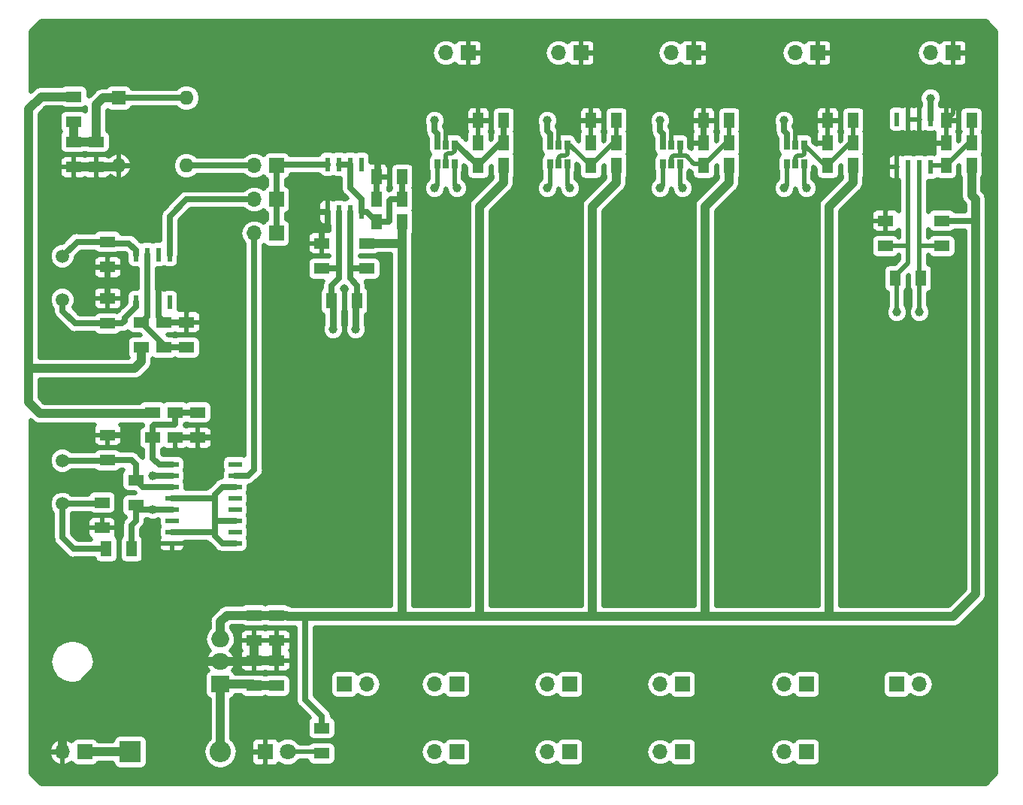
<source format=gbr>
G04 #@! TF.GenerationSoftware,KiCad,Pcbnew,(5.0.0-rc2-dev-444-g2974a2c10)*
G04 #@! TF.CreationDate,2018-04-19T11:06:08+02:00*
G04 #@! TF.ProjectId,ClockDistrTest,436C6F636B4469737472546573742E6B,rev?*
G04 #@! TF.SameCoordinates,Original*
G04 #@! TF.FileFunction,Copper,L1,Top,Signal*
G04 #@! TF.FilePolarity,Positive*
%FSLAX46Y46*%
G04 Gerber Fmt 4.6, Leading zero omitted, Abs format (unit mm)*
G04 Created by KiCad (PCBNEW (5.0.0-rc2-dev-444-g2974a2c10)) date 04/19/18 11:06:08*
%MOMM*%
%LPD*%
G01*
G04 APERTURE LIST*
%ADD10R,1.500000X0.600000*%
%ADD11R,1.800000X1.800000*%
%ADD12C,1.800000*%
%ADD13O,1.700000X1.700000*%
%ADD14R,1.700000X1.700000*%
%ADD15R,0.600000X1.550000*%
%ADD16R,0.650000X1.060000*%
%ADD17R,1.600000X1.600000*%
%ADD18O,1.600000X1.600000*%
%ADD19C,1.500000*%
%ADD20R,1.800000X1.220000*%
%ADD21R,1.220000X1.800000*%
%ADD22R,2.000000X1.905000*%
%ADD23O,2.000000X1.905000*%
%ADD24R,2.400000X2.400000*%
%ADD25O,2.400000X2.400000*%
%ADD26C,1.000000*%
%ADD27C,1.000000*%
%ADD28C,0.500000*%
%ADD29C,0.700000*%
%ADD30C,0.800000*%
G04 APERTURE END LIST*
D10*
X100705000Y-99695000D03*
X100705000Y-100965000D03*
X100705000Y-102235000D03*
X100705000Y-103505000D03*
X100705000Y-104775000D03*
X100705000Y-106045000D03*
X100705000Y-107315000D03*
X100705000Y-108585000D03*
X93605000Y-108585000D03*
X93605000Y-107315000D03*
X93605000Y-106045000D03*
X93605000Y-104775000D03*
X93605000Y-103505000D03*
X93605000Y-102235000D03*
X93605000Y-100965000D03*
X93605000Y-99695000D03*
D11*
X104140000Y-132080000D03*
D12*
X106680000Y-132080000D03*
D13*
X81280000Y-132080000D03*
D14*
X83820000Y-132080000D03*
X105410000Y-66040000D03*
D13*
X102870000Y-66040000D03*
X102870000Y-73660000D03*
D14*
X105410000Y-73660000D03*
X105410000Y-69850000D03*
D13*
X102870000Y-69850000D03*
X115570000Y-124460000D03*
D14*
X113030000Y-124460000D03*
D13*
X123190000Y-132080000D03*
D14*
X125730000Y-132080000D03*
X125730000Y-124460000D03*
D13*
X123190000Y-124460000D03*
D14*
X138430000Y-132080000D03*
D13*
X135890000Y-132080000D03*
X135890000Y-124460000D03*
D14*
X138430000Y-124460000D03*
D15*
X114935000Y-71280000D03*
X113665000Y-71280000D03*
X112395000Y-71280000D03*
X111125000Y-71280000D03*
X111125000Y-65880000D03*
X112395000Y-65880000D03*
X113665000Y-65880000D03*
X114935000Y-65880000D03*
D16*
X124460000Y-65870000D03*
X125410000Y-65870000D03*
X123510000Y-65870000D03*
X123510000Y-63670000D03*
X124460000Y-63670000D03*
X125410000Y-63670000D03*
X138110000Y-63670000D03*
X137160000Y-63670000D03*
X136210000Y-63670000D03*
X136210000Y-65870000D03*
X138110000Y-65870000D03*
X137160000Y-65870000D03*
X150810000Y-63670000D03*
X149860000Y-63670000D03*
X148910000Y-63670000D03*
X148910000Y-65870000D03*
X150810000Y-65870000D03*
X149860000Y-65870000D03*
X163830000Y-65870000D03*
X164780000Y-65870000D03*
X162880000Y-65870000D03*
X162880000Y-63670000D03*
X163830000Y-63670000D03*
X164780000Y-63670000D03*
D15*
X179065000Y-60800000D03*
X177795000Y-60800000D03*
X176525000Y-60800000D03*
X175255000Y-60800000D03*
X175255000Y-66200000D03*
X176525000Y-66200000D03*
X177795000Y-66200000D03*
X179065000Y-66200000D03*
D17*
X87630000Y-58420000D03*
D18*
X95250000Y-66040000D03*
X87630000Y-66040000D03*
X95250000Y-58420000D03*
D19*
X81280000Y-81120000D03*
X81280000Y-76240000D03*
X81280000Y-99260000D03*
X81280000Y-104140000D03*
D20*
X86360000Y-80960000D03*
X86360000Y-83820000D03*
X96520000Y-93820000D03*
X96520000Y-96680000D03*
X86360000Y-77470000D03*
X86360000Y-74610000D03*
X93980000Y-93820000D03*
X93980000Y-96680000D03*
X86360000Y-96360000D03*
X86360000Y-99220000D03*
X82550000Y-63340000D03*
X82550000Y-66200000D03*
X85090000Y-63340000D03*
X85090000Y-66200000D03*
X105410000Y-124620000D03*
X105410000Y-121760000D03*
X102870000Y-124622863D03*
X102870000Y-121762863D03*
X85725000Y-106840000D03*
X85725000Y-103980000D03*
X92710000Y-83660000D03*
X92710000Y-86520000D03*
X95250000Y-83660000D03*
X95250000Y-86520000D03*
X102870000Y-116680000D03*
X102870000Y-119540000D03*
X105410000Y-119540000D03*
X105410000Y-116680000D03*
D21*
X119540000Y-69850000D03*
X116680000Y-69850000D03*
X116680000Y-67310000D03*
X119540000Y-67310000D03*
X130970000Y-63500000D03*
X128110000Y-63500000D03*
D20*
X91440000Y-96680000D03*
X91440000Y-93820000D03*
X82550000Y-58260000D03*
X82550000Y-61120000D03*
X89535000Y-101440000D03*
X89535000Y-104300000D03*
D21*
X86200000Y-109220000D03*
X89060000Y-109220000D03*
D20*
X90170000Y-86520000D03*
X90170000Y-83660000D03*
X110490000Y-132240000D03*
X110490000Y-129380000D03*
D21*
X116680000Y-72390000D03*
X119540000Y-72390000D03*
X130970000Y-66040000D03*
X128110000Y-66040000D03*
X140810000Y-66040000D03*
X143670000Y-66040000D03*
D20*
X115570000Y-77630000D03*
X115570000Y-74770000D03*
D21*
X111600000Y-81280000D03*
X114460000Y-81280000D03*
D15*
X89535000Y-81440000D03*
X90805000Y-81440000D03*
X92075000Y-81440000D03*
X93345000Y-81440000D03*
X93345000Y-76040000D03*
X92075000Y-76040000D03*
X90805000Y-76040000D03*
X89535000Y-76040000D03*
D22*
X99060000Y-124460000D03*
D23*
X99060000Y-121920000D03*
X99060000Y-119380000D03*
D24*
X88900000Y-132080000D03*
D25*
X99060000Y-132080000D03*
D13*
X148590000Y-132080000D03*
D14*
X151130000Y-132080000D03*
D13*
X137160000Y-53340000D03*
D14*
X139700000Y-53340000D03*
X127000000Y-53340000D03*
D13*
X124460000Y-53340000D03*
X148590000Y-124460000D03*
D14*
X151130000Y-124460000D03*
X165100000Y-132080000D03*
D13*
X162560000Y-132080000D03*
X162560000Y-124460000D03*
D14*
X165100000Y-124460000D03*
X175260000Y-124460000D03*
D13*
X177800000Y-124460000D03*
X149860000Y-53340000D03*
D14*
X152400000Y-53340000D03*
X166370000Y-53340000D03*
D13*
X163830000Y-53340000D03*
D14*
X181610000Y-53340000D03*
D13*
X179070000Y-53340000D03*
D21*
X143670000Y-63500000D03*
X140810000Y-63500000D03*
X130970000Y-60960000D03*
X128110000Y-60960000D03*
X143670000Y-60960000D03*
X140810000Y-60960000D03*
X153510000Y-63500000D03*
X156370000Y-63500000D03*
X167480000Y-63500000D03*
X170340000Y-63500000D03*
X153510000Y-60960000D03*
X156370000Y-60960000D03*
X170340000Y-60960000D03*
X167480000Y-60960000D03*
X183670000Y-63500000D03*
X180810000Y-63500000D03*
X180810000Y-60960000D03*
X183670000Y-60960000D03*
D20*
X110490000Y-74770000D03*
X110490000Y-77630000D03*
D21*
X156370000Y-66040000D03*
X153510000Y-66040000D03*
X167480000Y-66040000D03*
X170340000Y-66040000D03*
D20*
X180340000Y-75090000D03*
X180340000Y-72230000D03*
D21*
X177960000Y-78740000D03*
X175100000Y-78740000D03*
D20*
X173990000Y-75090000D03*
X173990000Y-72230000D03*
D21*
X180810000Y-66040000D03*
X183670000Y-66040000D03*
D26*
X95250000Y-79375000D03*
X84455000Y-79375000D03*
X88900000Y-97155000D03*
X99060000Y-97155000D03*
X109380000Y-71280000D03*
X116840000Y-64770000D03*
X114300000Y-84455000D03*
X123190000Y-68580000D03*
X125730000Y-68580000D03*
X135890000Y-68580000D03*
X138430000Y-68580000D03*
X148590000Y-68580000D03*
X151130000Y-68580000D03*
X162560000Y-68580000D03*
X165100000Y-68580000D03*
X179065000Y-58425000D03*
X111760000Y-84455000D03*
X135890000Y-60960000D03*
X123190000Y-60960000D03*
X175260000Y-82550000D03*
X177800000Y-82550000D03*
X148590000Y-60960000D03*
X162560000Y-60960000D03*
X97790000Y-73660000D03*
X87630000Y-71120000D03*
X109220000Y-63500000D03*
X97790000Y-63500000D03*
X85090000Y-86360000D03*
X116840000Y-83820000D03*
X124460000Y-83820000D03*
X130810000Y-83820000D03*
X143510000Y-83820000D03*
X157480000Y-83820000D03*
X171450000Y-83820000D03*
X119380000Y-128270000D03*
X132080000Y-128270000D03*
X144780000Y-128270000D03*
X157480000Y-128270000D03*
X171450000Y-128270000D03*
X78740000Y-93980000D03*
X91440000Y-100965000D03*
X91440000Y-104775000D03*
X87630000Y-79375000D03*
X93345000Y-111125000D03*
X180340000Y-69215000D03*
D27*
X83820000Y-132080000D02*
X88900000Y-132080000D01*
X97060000Y-121920000D02*
X99060000Y-121920000D01*
X86026002Y-121920000D02*
X97060000Y-121920000D01*
X81280000Y-126666002D02*
X86026002Y-121920000D01*
X81280000Y-132080000D02*
X81280000Y-126666002D01*
X102712863Y-121920000D02*
X102870000Y-121762863D01*
X99060000Y-121920000D02*
X102712863Y-121920000D01*
X102872863Y-121760000D02*
X102870000Y-121762863D01*
X105410000Y-121760000D02*
X102872863Y-121760000D01*
X102870000Y-119540000D02*
X102870000Y-121762863D01*
X105410000Y-119540000D02*
X105410000Y-121760000D01*
D28*
X81280000Y-134620000D02*
X81280000Y-132080000D01*
X103000000Y-134620000D02*
X81280000Y-134620000D01*
X104140000Y-132080000D02*
X104140000Y-133480000D01*
X104140000Y-133480000D02*
X103000000Y-134620000D01*
D27*
X82550000Y-66200000D02*
X85090000Y-66200000D01*
X87470000Y-66200000D02*
X87630000Y-66040000D01*
X85090000Y-66200000D02*
X87470000Y-66200000D01*
D29*
X86360000Y-77470000D02*
X86360000Y-78580000D01*
X92075000Y-83025000D02*
X92710000Y-83660000D01*
X92075000Y-81440000D02*
X92075000Y-83025000D01*
X92710000Y-83660000D02*
X95250000Y-83660000D01*
X86360000Y-79375000D02*
X86360000Y-80960000D01*
X86360000Y-78580000D02*
X86360000Y-79375000D01*
X92075000Y-79375000D02*
X92075000Y-81440000D01*
X84455000Y-79375000D02*
X86360000Y-79375000D01*
X96520000Y-96680000D02*
X93980000Y-96680000D01*
X86360000Y-96360000D02*
X88105000Y-96360000D01*
X88105000Y-96360000D02*
X88900000Y-97155000D01*
X98585000Y-96680000D02*
X99060000Y-97155000D01*
X96520000Y-96680000D02*
X98585000Y-96680000D01*
X116680000Y-67310000D02*
X116680000Y-69850000D01*
X111125000Y-72755000D02*
X110490000Y-73390000D01*
X111125000Y-71280000D02*
X111125000Y-72755000D01*
X110490000Y-73390000D02*
X110490000Y-74770000D01*
X111125000Y-71280000D02*
X109380000Y-71280000D01*
X116840000Y-67150000D02*
X116680000Y-67310000D01*
X116840000Y-64770000D02*
X116840000Y-67150000D01*
X153510000Y-60960000D02*
X153510000Y-63500000D01*
D28*
X153510000Y-60960000D02*
X149860000Y-60960000D01*
X149860000Y-60960000D02*
X149860000Y-63670000D01*
X140810000Y-60960000D02*
X140810000Y-63500000D01*
X140810000Y-60960000D02*
X137160000Y-60960000D01*
X137160000Y-60960000D02*
X137160000Y-63670000D01*
X128110000Y-60960000D02*
X128110000Y-63500000D01*
X128110000Y-60960000D02*
X124460000Y-60960000D01*
X124460000Y-60960000D02*
X124460000Y-63670000D01*
X110330000Y-132080000D02*
X110490000Y-132240000D01*
X106680000Y-132080000D02*
X110330000Y-132080000D01*
D29*
X105570000Y-65880000D02*
X105410000Y-66040000D01*
X111125000Y-65880000D02*
X105570000Y-65880000D01*
X105410000Y-66040000D02*
X105410000Y-69850000D01*
X105410000Y-73660000D02*
X105410000Y-69850000D01*
X95250000Y-66040000D02*
X102870000Y-66040000D01*
X102870000Y-73660000D02*
X102870000Y-99060000D01*
X95250000Y-69850000D02*
X102870000Y-69850000D01*
X93345000Y-76040000D02*
X93345000Y-71755000D01*
X93345000Y-71755000D02*
X95250000Y-69850000D01*
D27*
X105410000Y-116680000D02*
X102870000Y-116680000D01*
X91440000Y-93820000D02*
X91280000Y-93820000D01*
X181610000Y-116840000D02*
X184150000Y-114300000D01*
X105410000Y-116680000D02*
X106520000Y-116680000D01*
X106520000Y-116680000D02*
X106680000Y-116840000D01*
X184150000Y-114300000D02*
X184150000Y-72390000D01*
X170340000Y-67940000D02*
X167640000Y-70640000D01*
X170340000Y-66040000D02*
X170340000Y-67940000D01*
X167640000Y-70640000D02*
X167640000Y-71120000D01*
X167640000Y-71120000D02*
X167640000Y-116840000D01*
X167640000Y-116840000D02*
X181610000Y-116840000D01*
X156370000Y-67940000D02*
X153670000Y-70640000D01*
X156370000Y-66040000D02*
X156370000Y-67940000D01*
X153670000Y-70640000D02*
X153670000Y-116840000D01*
X153670000Y-116840000D02*
X167640000Y-116840000D01*
X143670000Y-67940000D02*
X140970000Y-70640000D01*
X143670000Y-66040000D02*
X143670000Y-67940000D01*
X140970000Y-70640000D02*
X140970000Y-116840000D01*
X140970000Y-116840000D02*
X153670000Y-116840000D01*
X130970000Y-67940000D02*
X128270000Y-70640000D01*
X130970000Y-66040000D02*
X130970000Y-67940000D01*
X128270000Y-70640000D02*
X128270000Y-116840000D01*
X128270000Y-116840000D02*
X140970000Y-116840000D01*
X119540000Y-116680000D02*
X119380000Y-116840000D01*
X119380000Y-116840000D02*
X128270000Y-116840000D01*
X119380000Y-74770000D02*
X119540000Y-74930000D01*
X115570000Y-74770000D02*
X119380000Y-74770000D01*
X119540000Y-72390000D02*
X119540000Y-74930000D01*
X119540000Y-74930000D02*
X119540000Y-116680000D01*
X110490000Y-116840000D02*
X119380000Y-116840000D01*
X184150000Y-72390000D02*
X184150000Y-69850000D01*
X183670000Y-69370000D02*
X184150000Y-69850000D01*
X183670000Y-66040000D02*
X183670000Y-69370000D01*
D29*
X82910000Y-74610000D02*
X86360000Y-74610000D01*
X81280000Y-76240000D02*
X82910000Y-74610000D01*
X89535000Y-76040000D02*
X89535000Y-75565000D01*
X88740000Y-74770000D02*
X86360000Y-74770000D01*
X89535000Y-75565000D02*
X88740000Y-74770000D01*
X88900000Y-109060000D02*
X89060000Y-109220000D01*
X81280000Y-81120000D02*
X81280000Y-82390000D01*
X82710000Y-83820000D02*
X86360000Y-83820000D01*
X81280000Y-82390000D02*
X82710000Y-83820000D01*
X87960000Y-83820000D02*
X88265000Y-83515000D01*
X86360000Y-83820000D02*
X87960000Y-83820000D01*
X89535000Y-81915000D02*
X89535000Y-81440000D01*
X88265000Y-83185000D02*
X89535000Y-81915000D01*
X88265000Y-83515000D02*
X88265000Y-83185000D01*
X96520000Y-93820000D02*
X93980000Y-93820000D01*
X91440000Y-95370000D02*
X91560000Y-95250000D01*
X91440000Y-96680000D02*
X91440000Y-95370000D01*
X93980000Y-95130000D02*
X93980000Y-93820000D01*
X93860000Y-95250000D02*
X93980000Y-95130000D01*
X91560000Y-95250000D02*
X93860000Y-95250000D01*
X91700000Y-96940000D02*
X91440000Y-96680000D01*
D27*
X82550000Y-61120000D02*
X82550000Y-63340000D01*
X82550000Y-63340000D02*
X85090000Y-63340000D01*
X85830000Y-58420000D02*
X87630000Y-58420000D01*
X85090000Y-59160000D02*
X85830000Y-58420000D01*
X85090000Y-63340000D02*
X85090000Y-59160000D01*
D29*
X87630000Y-58420000D02*
X95250000Y-58420000D01*
X114460000Y-79535000D02*
X114460000Y-81280000D01*
X113665000Y-78740000D02*
X114460000Y-79535000D01*
X113825000Y-77630000D02*
X113665000Y-77470000D01*
X115570000Y-77630000D02*
X113825000Y-77630000D01*
X113665000Y-71280000D02*
X113665000Y-77470000D01*
X113665000Y-77470000D02*
X113665000Y-78740000D01*
D30*
X114300000Y-81440000D02*
X114460000Y-81280000D01*
X114300000Y-84455000D02*
X114300000Y-81440000D01*
D28*
X123510000Y-68260000D02*
X123190000Y-68580000D01*
X123510000Y-65870000D02*
X123510000Y-68260000D01*
X125410000Y-68260000D02*
X125730000Y-68580000D01*
X125410000Y-65870000D02*
X125410000Y-68260000D01*
X136210000Y-68260000D02*
X135890000Y-68580000D01*
X136210000Y-65870000D02*
X136210000Y-68260000D01*
X138110000Y-68260000D02*
X138430000Y-68580000D01*
X138110000Y-65870000D02*
X138110000Y-68260000D01*
X148910000Y-68260000D02*
X148590000Y-68580000D01*
X148910000Y-65870000D02*
X148910000Y-68260000D01*
X150810000Y-68260000D02*
X151130000Y-68580000D01*
X150810000Y-65870000D02*
X150810000Y-68260000D01*
X162880000Y-68260000D02*
X162560000Y-68580000D01*
X162880000Y-65870000D02*
X162880000Y-68260000D01*
X164780000Y-68260000D02*
X165100000Y-68580000D01*
X164780000Y-65870000D02*
X164780000Y-68260000D01*
D29*
X179065000Y-60800000D02*
X179065000Y-58425000D01*
X86320000Y-99260000D02*
X86360000Y-99220000D01*
X81280000Y-99260000D02*
X86320000Y-99260000D01*
X86360000Y-99220000D02*
X86680000Y-99220000D01*
D27*
X99060000Y-132080000D02*
X99060000Y-124460000D01*
X102707137Y-124460000D02*
X102870000Y-124622863D01*
X99060000Y-124460000D02*
X102707137Y-124460000D01*
X102872863Y-124620000D02*
X102870000Y-124622863D01*
X105410000Y-124620000D02*
X102872863Y-124620000D01*
D29*
X81280000Y-104140000D02*
X86200000Y-104140000D01*
X90805000Y-83025000D02*
X90170000Y-83660000D01*
X90805000Y-81440000D02*
X90805000Y-83025000D01*
X92710000Y-86200000D02*
X90170000Y-83660000D01*
X92710000Y-86520000D02*
X92710000Y-86200000D01*
X95250000Y-86520000D02*
X92710000Y-86520000D01*
X90805000Y-76040000D02*
X90805000Y-81440000D01*
X119540000Y-67310000D02*
X119540000Y-69850000D01*
X117990000Y-72390000D02*
X118110000Y-72270000D01*
X116680000Y-72390000D02*
X117990000Y-72390000D01*
X118230000Y-69850000D02*
X119540000Y-69850000D01*
X118110000Y-69970000D02*
X118230000Y-69850000D01*
X118110000Y-72270000D02*
X118110000Y-69970000D01*
X115570000Y-71280000D02*
X116680000Y-72390000D01*
X114935000Y-71280000D02*
X115570000Y-71280000D01*
X112395000Y-65880000D02*
X113665000Y-65880000D01*
X113665000Y-68535000D02*
X113665000Y-65880000D01*
X114935000Y-71280000D02*
X114935000Y-69805000D01*
X114935000Y-69805000D02*
X113665000Y-68535000D01*
X130970000Y-60960000D02*
X130970000Y-63500000D01*
X130650000Y-63500000D02*
X128110000Y-66040000D01*
X130970000Y-63500000D02*
X130650000Y-63500000D01*
X125740000Y-63670000D02*
X128110000Y-66040000D01*
X125410000Y-63670000D02*
X125740000Y-63670000D01*
D28*
X125410000Y-64385002D02*
X125410000Y-63670000D01*
X125145001Y-64650001D02*
X125410000Y-64385002D01*
X124649999Y-64650001D02*
X125145001Y-64650001D01*
X124460000Y-64840000D02*
X124649999Y-64650001D01*
X124460000Y-65870000D02*
X124460000Y-64840000D01*
X143670000Y-60960000D02*
X143670000Y-63500000D01*
X143350000Y-63500000D02*
X140810000Y-66040000D01*
X143670000Y-63500000D02*
X143350000Y-63500000D01*
X138440000Y-63670000D02*
X140810000Y-66040000D01*
X138110000Y-63670000D02*
X138440000Y-63670000D01*
X137160000Y-65154998D02*
X137160000Y-65870000D01*
X137424999Y-64889999D02*
X137160000Y-65154998D01*
X137920001Y-64889999D02*
X137424999Y-64889999D01*
X138110000Y-64700000D02*
X137920001Y-64889999D01*
X138110000Y-63670000D02*
X138110000Y-64700000D01*
X149860000Y-65154998D02*
X149860000Y-65870000D01*
X150124999Y-64889999D02*
X149860000Y-65154998D01*
X150620001Y-64889999D02*
X150124999Y-64889999D01*
X150810000Y-64700000D02*
X150620001Y-64889999D01*
X150810000Y-63670000D02*
X150810000Y-64700000D01*
X156370000Y-60960000D02*
X156370000Y-63500000D01*
X156050000Y-63500000D02*
X153510000Y-66040000D01*
X156370000Y-63500000D02*
X156050000Y-63500000D01*
X153264998Y-65794998D02*
X153510000Y-66040000D01*
X152400000Y-65794998D02*
X153264998Y-65794998D01*
X150124999Y-64889999D02*
X151495001Y-64889999D01*
X151495001Y-64889999D02*
X152400000Y-65794998D01*
X163830000Y-65154998D02*
X163830000Y-65870000D01*
X164094999Y-64889999D02*
X163830000Y-65154998D01*
X164590001Y-64889999D02*
X164094999Y-64889999D01*
X164780000Y-64700000D02*
X164590001Y-64889999D01*
X164780000Y-63670000D02*
X164780000Y-64700000D01*
X167150000Y-66040000D02*
X164780000Y-63670000D01*
X167480000Y-66040000D02*
X167150000Y-66040000D01*
X170020000Y-63500000D02*
X167480000Y-66040000D01*
X170340000Y-63500000D02*
X170020000Y-63500000D01*
X170340000Y-60960000D02*
X170340000Y-63500000D01*
X183670000Y-60960000D02*
X183670000Y-63500000D01*
X183350000Y-63500000D02*
X180810000Y-66040000D01*
X183670000Y-63500000D02*
X183350000Y-63500000D01*
X179225000Y-66040000D02*
X179065000Y-66200000D01*
X180810000Y-66040000D02*
X179225000Y-66040000D01*
D29*
X111600000Y-79535000D02*
X111600000Y-81280000D01*
X112395000Y-78740000D02*
X111600000Y-79535000D01*
X112235000Y-77630000D02*
X112395000Y-77470000D01*
X110490000Y-77630000D02*
X112235000Y-77630000D01*
X112395000Y-71280000D02*
X112395000Y-77470000D01*
X112395000Y-77470000D02*
X112395000Y-78740000D01*
D30*
X111760000Y-81440000D02*
X111600000Y-81280000D01*
X111760000Y-84455000D02*
X111760000Y-81440000D01*
D29*
X136210000Y-62440000D02*
X135890000Y-62120000D01*
X136210000Y-63670000D02*
X136210000Y-62440000D01*
X135890000Y-62120000D02*
X135890000Y-60960000D01*
X123510000Y-62440000D02*
X123190000Y-62120000D01*
X123510000Y-63670000D02*
X123510000Y-62440000D01*
X123190000Y-62120000D02*
X123190000Y-60960000D01*
D28*
X175260000Y-78900000D02*
X175100000Y-78740000D01*
X175260000Y-82550000D02*
X175260000Y-78900000D01*
X175100000Y-78450000D02*
X175100000Y-78740000D01*
X176530000Y-77020000D02*
X175100000Y-78450000D01*
X176525000Y-72845000D02*
X176530000Y-72850000D01*
X176525000Y-66200000D02*
X176525000Y-72845000D01*
X176370000Y-75090000D02*
X176530000Y-74930000D01*
X173990000Y-75090000D02*
X176370000Y-75090000D01*
X176530000Y-72850000D02*
X176530000Y-74930000D01*
X176530000Y-74930000D02*
X176530000Y-77020000D01*
X177800000Y-78900000D02*
X177960000Y-78740000D01*
X177800000Y-82550000D02*
X177800000Y-78900000D01*
X177795000Y-78575000D02*
X177960000Y-78740000D01*
X177955000Y-75090000D02*
X177795000Y-74930000D01*
X180340000Y-75090000D02*
X177955000Y-75090000D01*
X177795000Y-66200000D02*
X177795000Y-74930000D01*
X177795000Y-74930000D02*
X177795000Y-78575000D01*
D29*
X148910000Y-62440000D02*
X148590000Y-62120000D01*
X148910000Y-63670000D02*
X148910000Y-62440000D01*
X148590000Y-62120000D02*
X148590000Y-60960000D01*
X162880000Y-62440000D02*
X162560000Y-62120000D01*
X162880000Y-63670000D02*
X162880000Y-62440000D01*
X162560000Y-62120000D02*
X162560000Y-60960000D01*
D28*
X167480000Y-63500000D02*
X167480000Y-60960000D01*
X167480000Y-60960000D02*
X163830000Y-60960000D01*
X163830000Y-60960000D02*
X163830000Y-63670000D01*
X176525000Y-60800000D02*
X176525000Y-62235000D01*
X175255000Y-63505000D02*
X175255000Y-66200000D01*
X176525000Y-62235000D02*
X175255000Y-63505000D01*
X175260000Y-63500000D02*
X175255000Y-63505000D01*
X180810000Y-63500000D02*
X175260000Y-63500000D01*
X180810000Y-60960000D02*
X180810000Y-63500000D01*
X181610000Y-60160000D02*
X180810000Y-60960000D01*
X181610000Y-53340000D02*
X181610000Y-60160000D01*
X166370000Y-53340000D02*
X166370000Y-57150000D01*
X167480000Y-58260000D02*
X167480000Y-60960000D01*
X166370000Y-57150000D02*
X167480000Y-58260000D01*
X152400000Y-53340000D02*
X152400000Y-57150000D01*
X153510000Y-58260000D02*
X153510000Y-60960000D01*
X152400000Y-57150000D02*
X153510000Y-58260000D01*
X140810000Y-58260000D02*
X140810000Y-60960000D01*
X139700000Y-53340000D02*
X139700000Y-57150000D01*
X139700000Y-57150000D02*
X140810000Y-58260000D01*
X127000000Y-53340000D02*
X127000000Y-57150000D01*
X128110000Y-58260000D02*
X128110000Y-60960000D01*
X127000000Y-57150000D02*
X128110000Y-58260000D01*
X176525000Y-60800000D02*
X177795000Y-60800000D01*
X175255000Y-67475000D02*
X175260000Y-67480000D01*
X175255000Y-66200000D02*
X175255000Y-67475000D01*
X173990000Y-68750000D02*
X173990000Y-72230000D01*
X175260000Y-67480000D02*
X173990000Y-68750000D01*
D29*
X102155000Y-100965000D02*
X102870000Y-100250000D01*
X100705000Y-100965000D02*
X102155000Y-100965000D01*
X102870000Y-100250000D02*
X102870000Y-99060000D01*
D27*
X91280000Y-93980000D02*
X91440000Y-93820000D01*
X78740000Y-93980000D02*
X91280000Y-93980000D01*
X77470000Y-92710000D02*
X78740000Y-93980000D01*
X82550000Y-58260000D02*
X78900000Y-58260000D01*
X78900000Y-58260000D02*
X77470000Y-59690000D01*
X90170000Y-88130000D02*
X89400000Y-88900000D01*
X90170000Y-86520000D02*
X90170000Y-88130000D01*
X89400000Y-88900000D02*
X88900000Y-88900000D01*
X88900000Y-88900000D02*
X77470000Y-88900000D01*
X77470000Y-59690000D02*
X77470000Y-88900000D01*
X77470000Y-88900000D02*
X77470000Y-92710000D01*
D29*
X99255000Y-108585000D02*
X98425000Y-107755000D01*
X100705000Y-108585000D02*
X99255000Y-108585000D01*
X100705000Y-106045000D02*
X98425000Y-106045000D01*
X95055000Y-107315000D02*
X98425000Y-107315000D01*
X93605000Y-107315000D02*
X95055000Y-107315000D01*
X98425000Y-107755000D02*
X98425000Y-107315000D01*
X98425000Y-107315000D02*
X98425000Y-106045000D01*
X98425000Y-105215000D02*
X98425000Y-106045000D01*
X93605000Y-103505000D02*
X98425000Y-103505000D01*
X98425000Y-103505000D02*
X98425000Y-105215000D01*
X98425000Y-103065000D02*
X98425000Y-103505000D01*
X99255000Y-102235000D02*
X98425000Y-103065000D01*
X100705000Y-102235000D02*
X99255000Y-102235000D01*
X93605000Y-100965000D02*
X91440000Y-100965000D01*
X91440000Y-104775000D02*
X93605000Y-104775000D01*
X92155000Y-99695000D02*
X91440000Y-98980000D01*
X93605000Y-99695000D02*
X92155000Y-99695000D01*
X91440000Y-98980000D02*
X91440000Y-96680000D01*
X92075000Y-79375000D02*
X95250000Y-79375000D01*
X86360000Y-79375000D02*
X87630000Y-79375000D01*
X183990000Y-72230000D02*
X184150000Y-72390000D01*
X181610000Y-72230000D02*
X183990000Y-72230000D01*
X181610000Y-72230000D02*
X180340000Y-72230000D01*
X110490000Y-128070000D02*
X108585000Y-126165000D01*
X110490000Y-129380000D02*
X110490000Y-128070000D01*
X108585000Y-126165000D02*
X108585000Y-116840000D01*
D27*
X106680000Y-116840000D02*
X108585000Y-116840000D01*
X108585000Y-116840000D02*
X110490000Y-116840000D01*
X99807500Y-116680000D02*
X102870000Y-116680000D01*
X99060000Y-119380000D02*
X99060000Y-117427500D01*
X99060000Y-117427500D02*
X99807500Y-116680000D01*
D29*
X89060000Y-109220000D02*
X89060000Y-106520000D01*
X89535000Y-106045000D02*
X89535000Y-104300000D01*
X89060000Y-106520000D02*
X89535000Y-106045000D01*
X90010000Y-104775000D02*
X89535000Y-104300000D01*
X91440000Y-104775000D02*
X90010000Y-104775000D01*
X86360000Y-99220000D02*
X89060000Y-99220000D01*
X89060000Y-99220000D02*
X89535000Y-99695000D01*
X89535000Y-99695000D02*
X89535000Y-101440000D01*
X90330000Y-102235000D02*
X89535000Y-101440000D01*
X93605000Y-102235000D02*
X90330000Y-102235000D01*
X81280000Y-107950000D02*
X81280000Y-104140000D01*
X86200000Y-109220000D02*
X82550000Y-109220000D01*
X82550000Y-109220000D02*
X81280000Y-107950000D01*
D28*
G36*
X186440000Y-50903554D02*
X186440000Y-134516446D01*
X185316446Y-135640000D01*
X78843554Y-135640000D01*
X77720000Y-134516446D01*
X77720000Y-132335497D01*
X79692428Y-132335497D01*
X79911049Y-132923586D01*
X80338081Y-133383247D01*
X80908511Y-133644500D01*
X81024503Y-133667572D01*
X81276000Y-133498494D01*
X81276000Y-132084000D01*
X79861505Y-132084000D01*
X79692428Y-132335497D01*
X77720000Y-132335497D01*
X77720000Y-131824503D01*
X79692428Y-131824503D01*
X79861505Y-132076000D01*
X81276000Y-132076000D01*
X81276000Y-130661506D01*
X81284000Y-130661506D01*
X81284000Y-132076000D01*
X81304000Y-132076000D01*
X81304000Y-132084000D01*
X81284000Y-132084000D01*
X81284000Y-133498494D01*
X81535497Y-133667572D01*
X81651489Y-133644500D01*
X82221919Y-133383247D01*
X82308536Y-133290012D01*
X82429280Y-133470720D01*
X82677365Y-133636484D01*
X82970000Y-133694693D01*
X84670000Y-133694693D01*
X84962635Y-133636484D01*
X85210720Y-133470720D01*
X85304745Y-133330000D01*
X86945253Y-133330000D01*
X86993516Y-133572635D01*
X87159280Y-133820720D01*
X87407365Y-133986484D01*
X87700000Y-134044693D01*
X90100000Y-134044693D01*
X90392635Y-133986484D01*
X90640720Y-133820720D01*
X90806484Y-133572635D01*
X90864693Y-133280000D01*
X90864693Y-132080000D01*
X97071798Y-132080000D01*
X97223141Y-132840852D01*
X97654129Y-133485871D01*
X98299148Y-133916859D01*
X98867946Y-134030000D01*
X99252054Y-134030000D01*
X99820852Y-133916859D01*
X100465871Y-133485871D01*
X100896859Y-132840852D01*
X101009712Y-132273500D01*
X102482000Y-132273500D01*
X102482000Y-133130775D01*
X102597398Y-133409372D01*
X102810627Y-133622601D01*
X103089224Y-133738000D01*
X103946500Y-133738000D01*
X104136000Y-133548500D01*
X104136000Y-132084000D01*
X102671500Y-132084000D01*
X102482000Y-132273500D01*
X101009712Y-132273500D01*
X101048202Y-132080000D01*
X100896859Y-131319148D01*
X100703139Y-131029225D01*
X102482000Y-131029225D01*
X102482000Y-131886500D01*
X102671500Y-132076000D01*
X104136000Y-132076000D01*
X104136000Y-130611500D01*
X104144000Y-130611500D01*
X104144000Y-132076000D01*
X104164000Y-132076000D01*
X104164000Y-132084000D01*
X104144000Y-132084000D01*
X104144000Y-133548500D01*
X104333500Y-133738000D01*
X105190776Y-133738000D01*
X105469373Y-133622601D01*
X105679261Y-133412713D01*
X105745350Y-133478802D01*
X106351795Y-133730000D01*
X107008205Y-133730000D01*
X107614650Y-133478802D01*
X108013452Y-133080000D01*
X108871057Y-133080000D01*
X108883516Y-133142635D01*
X109049280Y-133390720D01*
X109297365Y-133556484D01*
X109590000Y-133614693D01*
X111390000Y-133614693D01*
X111682635Y-133556484D01*
X111930720Y-133390720D01*
X112096484Y-133142635D01*
X112154693Y-132850000D01*
X112154693Y-132080000D01*
X121558655Y-132080000D01*
X121682834Y-132704289D01*
X122036465Y-133233535D01*
X122565711Y-133587166D01*
X123032418Y-133680000D01*
X123347582Y-133680000D01*
X123814289Y-133587166D01*
X124231029Y-133308709D01*
X124339280Y-133470720D01*
X124587365Y-133636484D01*
X124880000Y-133694693D01*
X126580000Y-133694693D01*
X126872635Y-133636484D01*
X127120720Y-133470720D01*
X127286484Y-133222635D01*
X127344693Y-132930000D01*
X127344693Y-132080000D01*
X134258655Y-132080000D01*
X134382834Y-132704289D01*
X134736465Y-133233535D01*
X135265711Y-133587166D01*
X135732418Y-133680000D01*
X136047582Y-133680000D01*
X136514289Y-133587166D01*
X136931029Y-133308709D01*
X137039280Y-133470720D01*
X137287365Y-133636484D01*
X137580000Y-133694693D01*
X139280000Y-133694693D01*
X139572635Y-133636484D01*
X139820720Y-133470720D01*
X139986484Y-133222635D01*
X140044693Y-132930000D01*
X140044693Y-132080000D01*
X146958655Y-132080000D01*
X147082834Y-132704289D01*
X147436465Y-133233535D01*
X147965711Y-133587166D01*
X148432418Y-133680000D01*
X148747582Y-133680000D01*
X149214289Y-133587166D01*
X149631029Y-133308709D01*
X149739280Y-133470720D01*
X149987365Y-133636484D01*
X150280000Y-133694693D01*
X151980000Y-133694693D01*
X152272635Y-133636484D01*
X152520720Y-133470720D01*
X152686484Y-133222635D01*
X152744693Y-132930000D01*
X152744693Y-132080000D01*
X160928655Y-132080000D01*
X161052834Y-132704289D01*
X161406465Y-133233535D01*
X161935711Y-133587166D01*
X162402418Y-133680000D01*
X162717582Y-133680000D01*
X163184289Y-133587166D01*
X163601029Y-133308709D01*
X163709280Y-133470720D01*
X163957365Y-133636484D01*
X164250000Y-133694693D01*
X165950000Y-133694693D01*
X166242635Y-133636484D01*
X166490720Y-133470720D01*
X166656484Y-133222635D01*
X166714693Y-132930000D01*
X166714693Y-131230000D01*
X166656484Y-130937365D01*
X166490720Y-130689280D01*
X166242635Y-130523516D01*
X165950000Y-130465307D01*
X164250000Y-130465307D01*
X163957365Y-130523516D01*
X163709280Y-130689280D01*
X163601029Y-130851291D01*
X163184289Y-130572834D01*
X162717582Y-130480000D01*
X162402418Y-130480000D01*
X161935711Y-130572834D01*
X161406465Y-130926465D01*
X161052834Y-131455711D01*
X160928655Y-132080000D01*
X152744693Y-132080000D01*
X152744693Y-131230000D01*
X152686484Y-130937365D01*
X152520720Y-130689280D01*
X152272635Y-130523516D01*
X151980000Y-130465307D01*
X150280000Y-130465307D01*
X149987365Y-130523516D01*
X149739280Y-130689280D01*
X149631029Y-130851291D01*
X149214289Y-130572834D01*
X148747582Y-130480000D01*
X148432418Y-130480000D01*
X147965711Y-130572834D01*
X147436465Y-130926465D01*
X147082834Y-131455711D01*
X146958655Y-132080000D01*
X140044693Y-132080000D01*
X140044693Y-131230000D01*
X139986484Y-130937365D01*
X139820720Y-130689280D01*
X139572635Y-130523516D01*
X139280000Y-130465307D01*
X137580000Y-130465307D01*
X137287365Y-130523516D01*
X137039280Y-130689280D01*
X136931029Y-130851291D01*
X136514289Y-130572834D01*
X136047582Y-130480000D01*
X135732418Y-130480000D01*
X135265711Y-130572834D01*
X134736465Y-130926465D01*
X134382834Y-131455711D01*
X134258655Y-132080000D01*
X127344693Y-132080000D01*
X127344693Y-131230000D01*
X127286484Y-130937365D01*
X127120720Y-130689280D01*
X126872635Y-130523516D01*
X126580000Y-130465307D01*
X124880000Y-130465307D01*
X124587365Y-130523516D01*
X124339280Y-130689280D01*
X124231029Y-130851291D01*
X123814289Y-130572834D01*
X123347582Y-130480000D01*
X123032418Y-130480000D01*
X122565711Y-130572834D01*
X122036465Y-130926465D01*
X121682834Y-131455711D01*
X121558655Y-132080000D01*
X112154693Y-132080000D01*
X112154693Y-131630000D01*
X112096484Y-131337365D01*
X111930720Y-131089280D01*
X111682635Y-130923516D01*
X111390000Y-130865307D01*
X109590000Y-130865307D01*
X109297365Y-130923516D01*
X109063169Y-131080000D01*
X108013452Y-131080000D01*
X107614650Y-130681198D01*
X107008205Y-130430000D01*
X106351795Y-130430000D01*
X105745350Y-130681198D01*
X105679261Y-130747287D01*
X105469373Y-130537399D01*
X105190776Y-130422000D01*
X104333500Y-130422000D01*
X104144000Y-130611500D01*
X104136000Y-130611500D01*
X103946500Y-130422000D01*
X103089224Y-130422000D01*
X102810627Y-130537399D01*
X102597398Y-130750628D01*
X102482000Y-131029225D01*
X100703139Y-131029225D01*
X100465871Y-130674129D01*
X100310000Y-130569979D01*
X100310000Y-126127465D01*
X100352635Y-126118984D01*
X100600720Y-125953220D01*
X100763233Y-125710000D01*
X101386795Y-125710000D01*
X101429280Y-125773583D01*
X101677365Y-125939347D01*
X101970000Y-125997556D01*
X103770000Y-125997556D01*
X104062635Y-125939347D01*
X104142142Y-125886222D01*
X104217365Y-125936484D01*
X104510000Y-125994693D01*
X106310000Y-125994693D01*
X106602635Y-125936484D01*
X106850720Y-125770720D01*
X107016484Y-125522635D01*
X107074693Y-125230000D01*
X107074693Y-124010000D01*
X107016484Y-123717365D01*
X106850720Y-123469280D01*
X106602635Y-123303516D01*
X106310000Y-123245307D01*
X104510000Y-123245307D01*
X104217365Y-123303516D01*
X104137858Y-123356641D01*
X104062635Y-123306379D01*
X103770000Y-123248170D01*
X103022139Y-123248170D01*
X102830246Y-123210000D01*
X102830241Y-123210000D01*
X102707137Y-123185513D01*
X102584033Y-123210000D01*
X100763233Y-123210000D01*
X100600720Y-122966780D01*
X100479833Y-122886006D01*
X100689327Y-122570884D01*
X100796310Y-122191531D01*
X100648796Y-121956363D01*
X101212000Y-121956363D01*
X101212000Y-122523639D01*
X101327399Y-122802236D01*
X101540628Y-123015465D01*
X101819225Y-123130863D01*
X102676500Y-123130863D01*
X102866000Y-122941363D01*
X102866000Y-121766863D01*
X102874000Y-121766863D01*
X102874000Y-122941363D01*
X103063500Y-123130863D01*
X103920775Y-123130863D01*
X104143456Y-123038626D01*
X104359225Y-123128000D01*
X105216500Y-123128000D01*
X105406000Y-122938500D01*
X105406000Y-121764000D01*
X105414000Y-121764000D01*
X105414000Y-122938500D01*
X105603500Y-123128000D01*
X106460775Y-123128000D01*
X106739372Y-123012602D01*
X106952601Y-122799373D01*
X107068000Y-122520776D01*
X107068000Y-121953500D01*
X106878500Y-121764000D01*
X105414000Y-121764000D01*
X105406000Y-121764000D01*
X103941500Y-121764000D01*
X103938637Y-121766863D01*
X102874000Y-121766863D01*
X102866000Y-121766863D01*
X101401500Y-121766863D01*
X101212000Y-121956363D01*
X100648796Y-121956363D01*
X100628495Y-121924000D01*
X99064000Y-121924000D01*
X99064000Y-121944000D01*
X99056000Y-121944000D01*
X99056000Y-121924000D01*
X97491505Y-121924000D01*
X97323690Y-122191531D01*
X97430673Y-122570884D01*
X97640167Y-122886006D01*
X97519280Y-122966780D01*
X97353516Y-123214865D01*
X97295307Y-123507500D01*
X97295307Y-125412500D01*
X97353516Y-125705135D01*
X97519280Y-125953220D01*
X97767365Y-126118984D01*
X97810001Y-126127465D01*
X97810000Y-130569979D01*
X97654129Y-130674129D01*
X97223141Y-131319148D01*
X97071798Y-132080000D01*
X90864693Y-132080000D01*
X90864693Y-130880000D01*
X90806484Y-130587365D01*
X90640720Y-130339280D01*
X90392635Y-130173516D01*
X90100000Y-130115307D01*
X87700000Y-130115307D01*
X87407365Y-130173516D01*
X87159280Y-130339280D01*
X86993516Y-130587365D01*
X86945253Y-130830000D01*
X85304745Y-130830000D01*
X85210720Y-130689280D01*
X84962635Y-130523516D01*
X84670000Y-130465307D01*
X82970000Y-130465307D01*
X82677365Y-130523516D01*
X82429280Y-130689280D01*
X82308536Y-130869988D01*
X82221919Y-130776753D01*
X81651489Y-130515500D01*
X81535497Y-130492428D01*
X81284000Y-130661506D01*
X81276000Y-130661506D01*
X81024503Y-130492428D01*
X80908511Y-130515500D01*
X80338081Y-130776753D01*
X79911049Y-131236414D01*
X79692428Y-131824503D01*
X77720000Y-131824503D01*
X77720000Y-121920000D01*
X79851023Y-121920000D01*
X80045052Y-122895451D01*
X80597601Y-123722399D01*
X81424549Y-124274948D01*
X82153776Y-124420000D01*
X82646224Y-124420000D01*
X83375451Y-124274948D01*
X84202399Y-123722399D01*
X84754948Y-122895451D01*
X84948977Y-121920000D01*
X84754948Y-120944549D01*
X84202399Y-120117601D01*
X83375451Y-119565052D01*
X82646224Y-119420000D01*
X82153776Y-119420000D01*
X81424549Y-119565052D01*
X80597601Y-120117601D01*
X80045052Y-120944549D01*
X79851023Y-121920000D01*
X77720000Y-121920000D01*
X77720000Y-103841631D01*
X79780000Y-103841631D01*
X79780000Y-104438369D01*
X80008361Y-104989682D01*
X80180001Y-105161322D01*
X80180000Y-107841661D01*
X80158450Y-107950000D01*
X80205035Y-108184198D01*
X80243823Y-108379198D01*
X80486944Y-108743056D01*
X80578794Y-108804428D01*
X81695574Y-109921208D01*
X81756944Y-110013056D01*
X82120801Y-110256177D01*
X82549999Y-110341550D01*
X82658338Y-110320000D01*
X84865090Y-110320000D01*
X84883516Y-110412635D01*
X85049280Y-110660720D01*
X85297365Y-110826484D01*
X85590000Y-110884693D01*
X86810000Y-110884693D01*
X87102635Y-110826484D01*
X87350720Y-110660720D01*
X87516484Y-110412635D01*
X87574693Y-110120000D01*
X87574693Y-108320000D01*
X87516484Y-108027365D01*
X87350720Y-107779280D01*
X87318092Y-107757478D01*
X87383000Y-107600776D01*
X87383000Y-107033500D01*
X87193500Y-106844000D01*
X85729000Y-106844000D01*
X85729000Y-106864000D01*
X85721000Y-106864000D01*
X85721000Y-106844000D01*
X84256500Y-106844000D01*
X84067000Y-107033500D01*
X84067000Y-107600776D01*
X84182399Y-107879373D01*
X84395628Y-108092602D01*
X84461773Y-108120000D01*
X83005635Y-108120000D01*
X82380000Y-107494366D01*
X82380000Y-106079224D01*
X84067000Y-106079224D01*
X84067000Y-106646500D01*
X84256500Y-106836000D01*
X85721000Y-106836000D01*
X85721000Y-105661500D01*
X85729000Y-105661500D01*
X85729000Y-106836000D01*
X87193500Y-106836000D01*
X87383000Y-106646500D01*
X87383000Y-106079224D01*
X87267601Y-105800627D01*
X87054372Y-105587398D01*
X86775775Y-105472000D01*
X85918500Y-105472000D01*
X85729000Y-105661500D01*
X85721000Y-105661500D01*
X85531500Y-105472000D01*
X84674225Y-105472000D01*
X84395628Y-105587398D01*
X84182399Y-105800627D01*
X84067000Y-106079224D01*
X82380000Y-106079224D01*
X82380000Y-105240000D01*
X84447830Y-105240000D01*
X84532365Y-105296484D01*
X84825000Y-105354693D01*
X86625000Y-105354693D01*
X86917635Y-105296484D01*
X87165720Y-105130720D01*
X87331484Y-104882635D01*
X87389693Y-104590000D01*
X87389693Y-103370000D01*
X87331484Y-103077365D01*
X87165720Y-102829280D01*
X86917635Y-102663516D01*
X86625000Y-102605307D01*
X84825000Y-102605307D01*
X84532365Y-102663516D01*
X84284280Y-102829280D01*
X84143482Y-103040000D01*
X82301321Y-103040000D01*
X82129682Y-102868361D01*
X81578369Y-102640000D01*
X80981631Y-102640000D01*
X80430318Y-102868361D01*
X80008361Y-103290318D01*
X79780000Y-103841631D01*
X77720000Y-103841631D01*
X77720000Y-96553500D01*
X84702000Y-96553500D01*
X84702000Y-97120776D01*
X84817399Y-97399373D01*
X85030628Y-97612602D01*
X85309225Y-97728000D01*
X86166500Y-97728000D01*
X86356000Y-97538500D01*
X86356000Y-96364000D01*
X86364000Y-96364000D01*
X86364000Y-97538500D01*
X86553500Y-97728000D01*
X87410775Y-97728000D01*
X87689372Y-97612602D01*
X87902601Y-97399373D01*
X88018000Y-97120776D01*
X88018000Y-96553500D01*
X87828500Y-96364000D01*
X86364000Y-96364000D01*
X86356000Y-96364000D01*
X84891500Y-96364000D01*
X84702000Y-96553500D01*
X77720000Y-96553500D01*
X77720000Y-94727767D01*
X77769066Y-94776833D01*
X77838801Y-94881199D01*
X77943167Y-94950934D01*
X78031932Y-95039699D01*
X78147910Y-95087738D01*
X78252275Y-95157473D01*
X78375383Y-95181961D01*
X78491360Y-95230000D01*
X78616895Y-95230000D01*
X78739999Y-95254487D01*
X78863103Y-95230000D01*
X84908026Y-95230000D01*
X84817399Y-95320627D01*
X84702000Y-95599224D01*
X84702000Y-96166500D01*
X84891500Y-96356000D01*
X86356000Y-96356000D01*
X86356000Y-96336000D01*
X86364000Y-96336000D01*
X86364000Y-96356000D01*
X87828500Y-96356000D01*
X88018000Y-96166500D01*
X88018000Y-95599224D01*
X87902601Y-95320627D01*
X87811974Y-95230000D01*
X90346298Y-95230000D01*
X90322721Y-95348527D01*
X90247365Y-95363516D01*
X89999280Y-95529280D01*
X89833516Y-95777365D01*
X89775307Y-96070000D01*
X89775307Y-97290000D01*
X89833516Y-97582635D01*
X89999280Y-97830720D01*
X90247365Y-97996484D01*
X90340000Y-98014910D01*
X90340000Y-98871661D01*
X90332618Y-98908772D01*
X90328056Y-98901944D01*
X90236206Y-98840572D01*
X89914428Y-98518794D01*
X89853056Y-98426944D01*
X89489199Y-98183823D01*
X89168339Y-98120000D01*
X89060000Y-98098450D01*
X88951661Y-98120000D01*
X87834610Y-98120000D01*
X87800720Y-98069280D01*
X87552635Y-97903516D01*
X87260000Y-97845307D01*
X85460000Y-97845307D01*
X85167365Y-97903516D01*
X84919280Y-98069280D01*
X84858663Y-98160000D01*
X82301321Y-98160000D01*
X82129682Y-97988361D01*
X81578369Y-97760000D01*
X80981631Y-97760000D01*
X80430318Y-97988361D01*
X80008361Y-98410318D01*
X79780000Y-98961631D01*
X79780000Y-99558369D01*
X80008361Y-100109682D01*
X80430318Y-100531639D01*
X80981631Y-100760000D01*
X81578369Y-100760000D01*
X82129682Y-100531639D01*
X82301321Y-100360000D01*
X84912117Y-100360000D01*
X84919280Y-100370720D01*
X85167365Y-100536484D01*
X85460000Y-100594693D01*
X87260000Y-100594693D01*
X87552635Y-100536484D01*
X87800720Y-100370720D01*
X87834610Y-100320000D01*
X88073754Y-100320000D01*
X87928516Y-100537365D01*
X87870307Y-100830000D01*
X87870307Y-102050000D01*
X87928516Y-102342635D01*
X88094280Y-102590720D01*
X88342365Y-102756484D01*
X88635000Y-102814693D01*
X89354058Y-102814693D01*
X89464672Y-102925307D01*
X88635000Y-102925307D01*
X88342365Y-102983516D01*
X88094280Y-103149280D01*
X87928516Y-103397365D01*
X87870307Y-103690000D01*
X87870307Y-104910000D01*
X87928516Y-105202635D01*
X88094280Y-105450720D01*
X88342365Y-105616484D01*
X88397012Y-105627354D01*
X88358792Y-105665574D01*
X88266945Y-105726944D01*
X88153618Y-105896550D01*
X88023823Y-106090802D01*
X87938450Y-106520000D01*
X87960001Y-106628344D01*
X87960001Y-107745390D01*
X87909280Y-107779280D01*
X87743516Y-108027365D01*
X87685307Y-108320000D01*
X87685307Y-110120000D01*
X87743516Y-110412635D01*
X87909280Y-110660720D01*
X88157365Y-110826484D01*
X88450000Y-110884693D01*
X89670000Y-110884693D01*
X89962635Y-110826484D01*
X90210720Y-110660720D01*
X90376484Y-110412635D01*
X90434693Y-110120000D01*
X90434693Y-108778500D01*
X92097000Y-108778500D01*
X92097000Y-109035775D01*
X92212398Y-109314372D01*
X92425627Y-109527601D01*
X92704224Y-109643000D01*
X93411500Y-109643000D01*
X93601000Y-109453500D01*
X93601000Y-108589000D01*
X93609000Y-108589000D01*
X93609000Y-109453500D01*
X93798500Y-109643000D01*
X94505776Y-109643000D01*
X94784373Y-109527601D01*
X94997602Y-109314372D01*
X95113000Y-109035775D01*
X95113000Y-108778500D01*
X94923500Y-108589000D01*
X93609000Y-108589000D01*
X93601000Y-108589000D01*
X92286500Y-108589000D01*
X92097000Y-108778500D01*
X90434693Y-108778500D01*
X90434693Y-108320000D01*
X90376484Y-108027365D01*
X90210720Y-107779280D01*
X90160000Y-107745390D01*
X90160000Y-106975634D01*
X90236206Y-106899428D01*
X90328056Y-106838056D01*
X90571177Y-106474199D01*
X90635000Y-106153339D01*
X90635000Y-106153338D01*
X90656550Y-106045001D01*
X90635000Y-105936661D01*
X90635000Y-105875000D01*
X90829227Y-105875000D01*
X91191360Y-106025000D01*
X91688640Y-106025000D01*
X92050773Y-105875000D01*
X92090307Y-105875000D01*
X92090307Y-106345000D01*
X92148516Y-106637635D01*
X92176823Y-106680000D01*
X92148516Y-106722365D01*
X92090307Y-107015000D01*
X92090307Y-107615000D01*
X92148516Y-107907635D01*
X92174653Y-107946752D01*
X92097000Y-108134225D01*
X92097000Y-108391500D01*
X92286500Y-108581000D01*
X93601000Y-108581000D01*
X93601000Y-108561000D01*
X93609000Y-108561000D01*
X93609000Y-108581000D01*
X94923500Y-108581000D01*
X95089500Y-108415000D01*
X97543039Y-108415000D01*
X97631944Y-108548056D01*
X97723794Y-108609428D01*
X98400573Y-109286208D01*
X98461944Y-109378056D01*
X98781362Y-109591484D01*
X98825801Y-109621177D01*
X99254999Y-109706550D01*
X99363338Y-109685000D01*
X100813339Y-109685000D01*
X100990839Y-109649693D01*
X101455000Y-109649693D01*
X101747635Y-109591484D01*
X101995720Y-109425720D01*
X102161484Y-109177635D01*
X102219693Y-108885000D01*
X102219693Y-108285000D01*
X102161484Y-107992365D01*
X102133177Y-107950000D01*
X102161484Y-107907635D01*
X102219693Y-107615000D01*
X102219693Y-107015000D01*
X102161484Y-106722365D01*
X102133177Y-106680000D01*
X102161484Y-106637635D01*
X102219693Y-106345000D01*
X102219693Y-105745000D01*
X102161484Y-105452365D01*
X102133177Y-105410000D01*
X102161484Y-105367635D01*
X102219693Y-105075000D01*
X102219693Y-104475000D01*
X102161484Y-104182365D01*
X102133177Y-104140000D01*
X102161484Y-104097635D01*
X102219693Y-103805000D01*
X102219693Y-103205000D01*
X102161484Y-102912365D01*
X102133177Y-102870000D01*
X102161484Y-102827635D01*
X102219693Y-102535000D01*
X102219693Y-102073682D01*
X102263339Y-102065000D01*
X102584199Y-102001177D01*
X102948056Y-101758056D01*
X103009428Y-101666206D01*
X103571209Y-101104426D01*
X103663056Y-101043056D01*
X103906177Y-100679199D01*
X103934717Y-100535720D01*
X103991550Y-100250000D01*
X103970000Y-100141661D01*
X103970000Y-74976967D01*
X104019280Y-75050720D01*
X104267365Y-75216484D01*
X104560000Y-75274693D01*
X106260000Y-75274693D01*
X106552635Y-75216484D01*
X106800720Y-75050720D01*
X106858998Y-74963500D01*
X108832000Y-74963500D01*
X108832000Y-75530776D01*
X108947399Y-75809373D01*
X109160628Y-76022602D01*
X109439225Y-76138000D01*
X110296500Y-76138000D01*
X110486000Y-75948500D01*
X110486000Y-74774000D01*
X109021500Y-74774000D01*
X108832000Y-74963500D01*
X106858998Y-74963500D01*
X106966484Y-74802635D01*
X107024693Y-74510000D01*
X107024693Y-74009224D01*
X108832000Y-74009224D01*
X108832000Y-74576500D01*
X109021500Y-74766000D01*
X110486000Y-74766000D01*
X110486000Y-73591500D01*
X110296500Y-73402000D01*
X109439225Y-73402000D01*
X109160628Y-73517398D01*
X108947399Y-73730627D01*
X108832000Y-74009224D01*
X107024693Y-74009224D01*
X107024693Y-72810000D01*
X106966484Y-72517365D01*
X106800720Y-72269280D01*
X106552635Y-72103516D01*
X106510000Y-72095035D01*
X106510000Y-71473500D01*
X110067000Y-71473500D01*
X110067000Y-72205776D01*
X110182399Y-72484373D01*
X110395628Y-72697602D01*
X110674225Y-72813000D01*
X110931500Y-72813000D01*
X111121000Y-72623500D01*
X111121000Y-71284000D01*
X110256500Y-71284000D01*
X110067000Y-71473500D01*
X106510000Y-71473500D01*
X106510000Y-71414965D01*
X106552635Y-71406484D01*
X106800720Y-71240720D01*
X106966484Y-70992635D01*
X107024693Y-70700000D01*
X107024693Y-70354224D01*
X110067000Y-70354224D01*
X110067000Y-71086500D01*
X110256500Y-71276000D01*
X111121000Y-71276000D01*
X111121000Y-69936500D01*
X110931500Y-69747000D01*
X110674225Y-69747000D01*
X110395628Y-69862398D01*
X110182399Y-70075627D01*
X110067000Y-70354224D01*
X107024693Y-70354224D01*
X107024693Y-69000000D01*
X106966484Y-68707365D01*
X106800720Y-68459280D01*
X106552635Y-68293516D01*
X106510000Y-68285035D01*
X106510000Y-67604965D01*
X106552635Y-67596484D01*
X106800720Y-67430720D01*
X106966484Y-67182635D01*
X107006791Y-66980000D01*
X110140141Y-66980000D01*
X110284280Y-67195720D01*
X110532365Y-67361484D01*
X110825000Y-67419693D01*
X111425000Y-67419693D01*
X111717635Y-67361484D01*
X111760000Y-67333177D01*
X111802365Y-67361484D01*
X112095000Y-67419693D01*
X112565000Y-67419693D01*
X112565000Y-68426661D01*
X112543450Y-68535000D01*
X112615549Y-68897463D01*
X112628823Y-68964198D01*
X112871944Y-69328056D01*
X112963794Y-69389428D01*
X113323023Y-69748657D01*
X113072365Y-69798516D01*
X113030000Y-69826823D01*
X112987635Y-69798516D01*
X112695000Y-69740307D01*
X112095000Y-69740307D01*
X111802365Y-69798516D01*
X111763248Y-69824653D01*
X111575775Y-69747000D01*
X111318500Y-69747000D01*
X111129000Y-69936500D01*
X111129000Y-71276000D01*
X111149000Y-71276000D01*
X111149000Y-71284000D01*
X111129000Y-71284000D01*
X111129000Y-72623500D01*
X111295000Y-72789500D01*
X111295000Y-73402000D01*
X110683500Y-73402000D01*
X110494000Y-73591500D01*
X110494000Y-74766000D01*
X110514000Y-74766000D01*
X110514000Y-74774000D01*
X110494000Y-74774000D01*
X110494000Y-75948500D01*
X110683500Y-76138000D01*
X111295001Y-76138000D01*
X111295001Y-76255307D01*
X109590000Y-76255307D01*
X109297365Y-76313516D01*
X109049280Y-76479280D01*
X108883516Y-76727365D01*
X108825307Y-77020000D01*
X108825307Y-78240000D01*
X108883516Y-78532635D01*
X109049280Y-78780720D01*
X109297365Y-78946484D01*
X109590000Y-79004693D01*
X110631382Y-79004693D01*
X110563823Y-79105802D01*
X110478450Y-79535000D01*
X110500000Y-79643339D01*
X110500000Y-79805390D01*
X110449280Y-79839280D01*
X110283516Y-80087365D01*
X110225307Y-80380000D01*
X110225307Y-82180000D01*
X110283516Y-82472635D01*
X110449280Y-82720720D01*
X110610001Y-82828109D01*
X110610000Y-83964938D01*
X110510000Y-84206360D01*
X110510000Y-84703640D01*
X110700301Y-85163068D01*
X111051932Y-85514699D01*
X111511360Y-85705000D01*
X112008640Y-85705000D01*
X112468068Y-85514699D01*
X112819699Y-85163068D01*
X113010000Y-84703640D01*
X113010000Y-84206360D01*
X112910000Y-83964938D01*
X112910000Y-82482339D01*
X112916484Y-82472635D01*
X112974693Y-82180000D01*
X112974693Y-80380000D01*
X112916484Y-80087365D01*
X112791028Y-79899606D01*
X113030000Y-79660635D01*
X113268972Y-79899606D01*
X113143516Y-80087365D01*
X113085307Y-80380000D01*
X113085307Y-82180000D01*
X113143516Y-82472635D01*
X113150001Y-82482340D01*
X113150000Y-83964938D01*
X113050000Y-84206360D01*
X113050000Y-84703640D01*
X113240301Y-85163068D01*
X113591932Y-85514699D01*
X114051360Y-85705000D01*
X114548640Y-85705000D01*
X115008068Y-85514699D01*
X115359699Y-85163068D01*
X115550000Y-84703640D01*
X115550000Y-84206360D01*
X115450000Y-83964938D01*
X115450000Y-82828109D01*
X115610720Y-82720720D01*
X115776484Y-82472635D01*
X115834693Y-82180000D01*
X115834693Y-80380000D01*
X115776484Y-80087365D01*
X115610720Y-79839280D01*
X115560000Y-79805390D01*
X115560000Y-79643339D01*
X115581550Y-79535000D01*
X115496177Y-79105801D01*
X115428619Y-79004693D01*
X116470000Y-79004693D01*
X116762635Y-78946484D01*
X117010720Y-78780720D01*
X117176484Y-78532635D01*
X117234693Y-78240000D01*
X117234693Y-77020000D01*
X117176484Y-76727365D01*
X117010720Y-76479280D01*
X116762635Y-76313516D01*
X116470000Y-76255307D01*
X114765000Y-76255307D01*
X114765000Y-76144693D01*
X116470000Y-76144693D01*
X116762635Y-76086484D01*
X116862136Y-76020000D01*
X118290000Y-76020000D01*
X118290001Y-115590000D01*
X107138638Y-115590000D01*
X107007725Y-115502527D01*
X106727157Y-115446718D01*
X106602635Y-115363516D01*
X106310000Y-115305307D01*
X104510000Y-115305307D01*
X104217365Y-115363516D01*
X104140000Y-115415209D01*
X104062635Y-115363516D01*
X103770000Y-115305307D01*
X101970000Y-115305307D01*
X101677365Y-115363516D01*
X101577864Y-115430000D01*
X99930609Y-115430000D01*
X99807500Y-115405512D01*
X99319774Y-115502527D01*
X99188862Y-115590000D01*
X98906301Y-115778801D01*
X98836564Y-115883170D01*
X98263168Y-116456566D01*
X98158802Y-116526301D01*
X97882528Y-116939775D01*
X97837186Y-117167726D01*
X97785513Y-117427500D01*
X97810001Y-117550608D01*
X97810001Y-118135907D01*
X97785067Y-118152567D01*
X97408781Y-118715718D01*
X97276647Y-119380000D01*
X97408781Y-120044282D01*
X97785067Y-120607433D01*
X97871672Y-120665301D01*
X97800165Y-120713323D01*
X97430673Y-121269116D01*
X97323690Y-121648469D01*
X97491505Y-121916000D01*
X99056000Y-121916000D01*
X99056000Y-121896000D01*
X99064000Y-121896000D01*
X99064000Y-121916000D01*
X100628495Y-121916000D01*
X100796310Y-121648469D01*
X100689327Y-121269116D01*
X100319835Y-120713323D01*
X100248328Y-120665301D01*
X100334933Y-120607433D01*
X100711219Y-120044282D01*
X100773037Y-119733500D01*
X101212000Y-119733500D01*
X101212000Y-120300776D01*
X101327399Y-120579373D01*
X101399458Y-120651432D01*
X101327399Y-120723490D01*
X101212000Y-121002087D01*
X101212000Y-121569363D01*
X101401500Y-121758863D01*
X102866000Y-121758863D01*
X102866000Y-119544000D01*
X102874000Y-119544000D01*
X102874000Y-121758863D01*
X104338500Y-121758863D01*
X104341363Y-121756000D01*
X105406000Y-121756000D01*
X105406000Y-119544000D01*
X105414000Y-119544000D01*
X105414000Y-121756000D01*
X106878500Y-121756000D01*
X107068000Y-121566500D01*
X107068000Y-120999224D01*
X106952601Y-120720627D01*
X106881974Y-120650000D01*
X106952601Y-120579373D01*
X107068000Y-120300776D01*
X107068000Y-119733500D01*
X106878500Y-119544000D01*
X105414000Y-119544000D01*
X105406000Y-119544000D01*
X102874000Y-119544000D01*
X102866000Y-119544000D01*
X101401500Y-119544000D01*
X101212000Y-119733500D01*
X100773037Y-119733500D01*
X100843353Y-119380000D01*
X100723852Y-118779224D01*
X101212000Y-118779224D01*
X101212000Y-119346500D01*
X101401500Y-119536000D01*
X102866000Y-119536000D01*
X102866000Y-118361500D01*
X102874000Y-118361500D01*
X102874000Y-119536000D01*
X105406000Y-119536000D01*
X105406000Y-118361500D01*
X105414000Y-118361500D01*
X105414000Y-119536000D01*
X106878500Y-119536000D01*
X107068000Y-119346500D01*
X107068000Y-118779224D01*
X106952601Y-118500627D01*
X106739372Y-118287398D01*
X106460775Y-118172000D01*
X105603500Y-118172000D01*
X105414000Y-118361500D01*
X105406000Y-118361500D01*
X105216500Y-118172000D01*
X104359225Y-118172000D01*
X104140000Y-118262805D01*
X103920775Y-118172000D01*
X103063500Y-118172000D01*
X102874000Y-118361500D01*
X102866000Y-118361500D01*
X102676500Y-118172000D01*
X101819225Y-118172000D01*
X101540628Y-118287398D01*
X101327399Y-118500627D01*
X101212000Y-118779224D01*
X100723852Y-118779224D01*
X100711219Y-118715718D01*
X100334933Y-118152567D01*
X100310000Y-118135907D01*
X100310000Y-117945266D01*
X100325266Y-117930000D01*
X101577864Y-117930000D01*
X101677365Y-117996484D01*
X101970000Y-118054693D01*
X103770000Y-118054693D01*
X104062635Y-117996484D01*
X104140000Y-117944791D01*
X104217365Y-117996484D01*
X104510000Y-118054693D01*
X106310000Y-118054693D01*
X106344696Y-118047792D01*
X106556891Y-118090000D01*
X106556895Y-118090000D01*
X106679999Y-118114487D01*
X106803103Y-118090000D01*
X107485001Y-118090000D01*
X107485000Y-126056661D01*
X107463450Y-126165000D01*
X107485000Y-126273338D01*
X107548823Y-126594198D01*
X107791944Y-126958056D01*
X107883794Y-127019428D01*
X109075875Y-128211510D01*
X109049280Y-128229280D01*
X108883516Y-128477365D01*
X108825307Y-128770000D01*
X108825307Y-129990000D01*
X108883516Y-130282635D01*
X109049280Y-130530720D01*
X109297365Y-130696484D01*
X109590000Y-130754693D01*
X111390000Y-130754693D01*
X111682635Y-130696484D01*
X111930720Y-130530720D01*
X112096484Y-130282635D01*
X112154693Y-129990000D01*
X112154693Y-128770000D01*
X112096484Y-128477365D01*
X111930720Y-128229280D01*
X111682635Y-128063516D01*
X111607279Y-128048527D01*
X111526177Y-127640801D01*
X111283056Y-127276944D01*
X111191209Y-127215574D01*
X109685000Y-125709366D01*
X109685000Y-123610000D01*
X111415307Y-123610000D01*
X111415307Y-125310000D01*
X111473516Y-125602635D01*
X111639280Y-125850720D01*
X111887365Y-126016484D01*
X112180000Y-126074693D01*
X113880000Y-126074693D01*
X114172635Y-126016484D01*
X114420720Y-125850720D01*
X114528971Y-125688709D01*
X114945711Y-125967166D01*
X115412418Y-126060000D01*
X115727582Y-126060000D01*
X116194289Y-125967166D01*
X116723535Y-125613535D01*
X117077166Y-125084289D01*
X117201345Y-124460000D01*
X121558655Y-124460000D01*
X121682834Y-125084289D01*
X122036465Y-125613535D01*
X122565711Y-125967166D01*
X123032418Y-126060000D01*
X123347582Y-126060000D01*
X123814289Y-125967166D01*
X124231029Y-125688709D01*
X124339280Y-125850720D01*
X124587365Y-126016484D01*
X124880000Y-126074693D01*
X126580000Y-126074693D01*
X126872635Y-126016484D01*
X127120720Y-125850720D01*
X127286484Y-125602635D01*
X127344693Y-125310000D01*
X127344693Y-124460000D01*
X134258655Y-124460000D01*
X134382834Y-125084289D01*
X134736465Y-125613535D01*
X135265711Y-125967166D01*
X135732418Y-126060000D01*
X136047582Y-126060000D01*
X136514289Y-125967166D01*
X136931029Y-125688709D01*
X137039280Y-125850720D01*
X137287365Y-126016484D01*
X137580000Y-126074693D01*
X139280000Y-126074693D01*
X139572635Y-126016484D01*
X139820720Y-125850720D01*
X139986484Y-125602635D01*
X140044693Y-125310000D01*
X140044693Y-124460000D01*
X146958655Y-124460000D01*
X147082834Y-125084289D01*
X147436465Y-125613535D01*
X147965711Y-125967166D01*
X148432418Y-126060000D01*
X148747582Y-126060000D01*
X149214289Y-125967166D01*
X149631029Y-125688709D01*
X149739280Y-125850720D01*
X149987365Y-126016484D01*
X150280000Y-126074693D01*
X151980000Y-126074693D01*
X152272635Y-126016484D01*
X152520720Y-125850720D01*
X152686484Y-125602635D01*
X152744693Y-125310000D01*
X152744693Y-124460000D01*
X160928655Y-124460000D01*
X161052834Y-125084289D01*
X161406465Y-125613535D01*
X161935711Y-125967166D01*
X162402418Y-126060000D01*
X162717582Y-126060000D01*
X163184289Y-125967166D01*
X163601029Y-125688709D01*
X163709280Y-125850720D01*
X163957365Y-126016484D01*
X164250000Y-126074693D01*
X165950000Y-126074693D01*
X166242635Y-126016484D01*
X166490720Y-125850720D01*
X166656484Y-125602635D01*
X166714693Y-125310000D01*
X166714693Y-123610000D01*
X173645307Y-123610000D01*
X173645307Y-125310000D01*
X173703516Y-125602635D01*
X173869280Y-125850720D01*
X174117365Y-126016484D01*
X174410000Y-126074693D01*
X176110000Y-126074693D01*
X176402635Y-126016484D01*
X176650720Y-125850720D01*
X176758971Y-125688709D01*
X177175711Y-125967166D01*
X177642418Y-126060000D01*
X177957582Y-126060000D01*
X178424289Y-125967166D01*
X178953535Y-125613535D01*
X179307166Y-125084289D01*
X179431345Y-124460000D01*
X179307166Y-123835711D01*
X178953535Y-123306465D01*
X178424289Y-122952834D01*
X177957582Y-122860000D01*
X177642418Y-122860000D01*
X177175711Y-122952834D01*
X176758971Y-123231291D01*
X176650720Y-123069280D01*
X176402635Y-122903516D01*
X176110000Y-122845307D01*
X174410000Y-122845307D01*
X174117365Y-122903516D01*
X173869280Y-123069280D01*
X173703516Y-123317365D01*
X173645307Y-123610000D01*
X166714693Y-123610000D01*
X166656484Y-123317365D01*
X166490720Y-123069280D01*
X166242635Y-122903516D01*
X165950000Y-122845307D01*
X164250000Y-122845307D01*
X163957365Y-122903516D01*
X163709280Y-123069280D01*
X163601029Y-123231291D01*
X163184289Y-122952834D01*
X162717582Y-122860000D01*
X162402418Y-122860000D01*
X161935711Y-122952834D01*
X161406465Y-123306465D01*
X161052834Y-123835711D01*
X160928655Y-124460000D01*
X152744693Y-124460000D01*
X152744693Y-123610000D01*
X152686484Y-123317365D01*
X152520720Y-123069280D01*
X152272635Y-122903516D01*
X151980000Y-122845307D01*
X150280000Y-122845307D01*
X149987365Y-122903516D01*
X149739280Y-123069280D01*
X149631029Y-123231291D01*
X149214289Y-122952834D01*
X148747582Y-122860000D01*
X148432418Y-122860000D01*
X147965711Y-122952834D01*
X147436465Y-123306465D01*
X147082834Y-123835711D01*
X146958655Y-124460000D01*
X140044693Y-124460000D01*
X140044693Y-123610000D01*
X139986484Y-123317365D01*
X139820720Y-123069280D01*
X139572635Y-122903516D01*
X139280000Y-122845307D01*
X137580000Y-122845307D01*
X137287365Y-122903516D01*
X137039280Y-123069280D01*
X136931029Y-123231291D01*
X136514289Y-122952834D01*
X136047582Y-122860000D01*
X135732418Y-122860000D01*
X135265711Y-122952834D01*
X134736465Y-123306465D01*
X134382834Y-123835711D01*
X134258655Y-124460000D01*
X127344693Y-124460000D01*
X127344693Y-123610000D01*
X127286484Y-123317365D01*
X127120720Y-123069280D01*
X126872635Y-122903516D01*
X126580000Y-122845307D01*
X124880000Y-122845307D01*
X124587365Y-122903516D01*
X124339280Y-123069280D01*
X124231029Y-123231291D01*
X123814289Y-122952834D01*
X123347582Y-122860000D01*
X123032418Y-122860000D01*
X122565711Y-122952834D01*
X122036465Y-123306465D01*
X121682834Y-123835711D01*
X121558655Y-124460000D01*
X117201345Y-124460000D01*
X117077166Y-123835711D01*
X116723535Y-123306465D01*
X116194289Y-122952834D01*
X115727582Y-122860000D01*
X115412418Y-122860000D01*
X114945711Y-122952834D01*
X114528971Y-123231291D01*
X114420720Y-123069280D01*
X114172635Y-122903516D01*
X113880000Y-122845307D01*
X112180000Y-122845307D01*
X111887365Y-122903516D01*
X111639280Y-123069280D01*
X111473516Y-123317365D01*
X111415307Y-123610000D01*
X109685000Y-123610000D01*
X109685000Y-118090000D01*
X119256896Y-118090000D01*
X119380000Y-118114487D01*
X119503104Y-118090000D01*
X128146891Y-118090000D01*
X128270000Y-118114488D01*
X128393109Y-118090000D01*
X140846891Y-118090000D01*
X140970000Y-118114488D01*
X141093109Y-118090000D01*
X153546891Y-118090000D01*
X153670000Y-118114488D01*
X153793109Y-118090000D01*
X167516891Y-118090000D01*
X167640000Y-118114488D01*
X167763109Y-118090000D01*
X181486896Y-118090000D01*
X181610000Y-118114487D01*
X181733104Y-118090000D01*
X181733109Y-118090000D01*
X182097725Y-118017473D01*
X182511199Y-117741199D01*
X182580936Y-117636830D01*
X184946833Y-115270934D01*
X185051199Y-115201199D01*
X185327473Y-114787725D01*
X185400000Y-114423109D01*
X185400000Y-114423105D01*
X185424487Y-114300001D01*
X185400000Y-114176897D01*
X185400000Y-69973109D01*
X185424488Y-69850000D01*
X185327473Y-69362275D01*
X185286503Y-69300959D01*
X185051199Y-68948801D01*
X184946830Y-68879064D01*
X184920000Y-68852234D01*
X184920000Y-67332136D01*
X184986484Y-67232635D01*
X185044693Y-66940000D01*
X185044693Y-65140000D01*
X184986484Y-64847365D01*
X184934791Y-64770000D01*
X184986484Y-64692635D01*
X185044693Y-64400000D01*
X185044693Y-62600000D01*
X184986484Y-62307365D01*
X184934791Y-62230000D01*
X184986484Y-62152635D01*
X185044693Y-61860000D01*
X185044693Y-60060000D01*
X184986484Y-59767365D01*
X184820720Y-59519280D01*
X184572635Y-59353516D01*
X184280000Y-59295307D01*
X183060000Y-59295307D01*
X182767365Y-59353516D01*
X182519280Y-59519280D01*
X182353516Y-59767365D01*
X182295307Y-60060000D01*
X182295307Y-61860000D01*
X182353516Y-62152635D01*
X182405209Y-62230000D01*
X182353516Y-62307365D01*
X182295307Y-62600000D01*
X182295307Y-63140479D01*
X182178000Y-63257786D01*
X182178000Y-62449225D01*
X182087195Y-62230000D01*
X182178000Y-62010775D01*
X182178000Y-61153500D01*
X181988500Y-60964000D01*
X180814000Y-60964000D01*
X180814000Y-63496000D01*
X180834000Y-63496000D01*
X180834000Y-63504000D01*
X180814000Y-63504000D01*
X180814000Y-63524000D01*
X180806000Y-63524000D01*
X180806000Y-63504000D01*
X179631500Y-63504000D01*
X179442000Y-63693500D01*
X179442000Y-64550775D01*
X179498357Y-64686833D01*
X179365000Y-64660307D01*
X178765000Y-64660307D01*
X178472365Y-64718516D01*
X178430000Y-64746823D01*
X178387635Y-64718516D01*
X178095000Y-64660307D01*
X177495000Y-64660307D01*
X177202365Y-64718516D01*
X177160000Y-64746823D01*
X177117635Y-64718516D01*
X176825000Y-64660307D01*
X176225000Y-64660307D01*
X175932365Y-64718516D01*
X175893248Y-64744653D01*
X175705775Y-64667000D01*
X175448500Y-64667000D01*
X175259000Y-64856500D01*
X175259000Y-66196000D01*
X175279000Y-66196000D01*
X175279000Y-66204000D01*
X175259000Y-66204000D01*
X175259000Y-67543500D01*
X175448500Y-67733000D01*
X175525000Y-67733000D01*
X175525001Y-71183027D01*
X175319372Y-70977398D01*
X175040775Y-70862000D01*
X174183500Y-70862000D01*
X173994000Y-71051500D01*
X173994000Y-72226000D01*
X174014000Y-72226000D01*
X174014000Y-72234000D01*
X173994000Y-72234000D01*
X173994000Y-73408500D01*
X174183500Y-73598000D01*
X175040775Y-73598000D01*
X175319372Y-73482602D01*
X175530000Y-73271974D01*
X175530001Y-74087865D01*
X175430720Y-73939280D01*
X175182635Y-73773516D01*
X174890000Y-73715307D01*
X173090000Y-73715307D01*
X172797365Y-73773516D01*
X172549280Y-73939280D01*
X172383516Y-74187365D01*
X172325307Y-74480000D01*
X172325307Y-75700000D01*
X172383516Y-75992635D01*
X172549280Y-76240720D01*
X172797365Y-76406484D01*
X173090000Y-76464693D01*
X174890000Y-76464693D01*
X175182635Y-76406484D01*
X175430720Y-76240720D01*
X175530001Y-76092135D01*
X175530001Y-76605786D01*
X175060480Y-77075307D01*
X174490000Y-77075307D01*
X174197365Y-77133516D01*
X173949280Y-77299280D01*
X173783516Y-77547365D01*
X173725307Y-77840000D01*
X173725307Y-79640000D01*
X173783516Y-79932635D01*
X173949280Y-80180720D01*
X174197365Y-80346484D01*
X174260001Y-80358943D01*
X174260000Y-81782233D01*
X174200301Y-81841932D01*
X174010000Y-82301360D01*
X174010000Y-82798640D01*
X174200301Y-83258068D01*
X174551932Y-83609699D01*
X175011360Y-83800000D01*
X175508640Y-83800000D01*
X175968068Y-83609699D01*
X176319699Y-83258068D01*
X176510000Y-82798640D01*
X176510000Y-82301360D01*
X176319699Y-81841932D01*
X176260000Y-81782233D01*
X176260000Y-80166831D01*
X176416484Y-79932635D01*
X176474693Y-79640000D01*
X176474693Y-78489520D01*
X176585307Y-78378906D01*
X176585307Y-79640000D01*
X176643516Y-79932635D01*
X176800001Y-80166832D01*
X176800000Y-81782233D01*
X176740301Y-81841932D01*
X176550000Y-82301360D01*
X176550000Y-82798640D01*
X176740301Y-83258068D01*
X177091932Y-83609699D01*
X177551360Y-83800000D01*
X178048640Y-83800000D01*
X178508068Y-83609699D01*
X178859699Y-83258068D01*
X179050000Y-82798640D01*
X179050000Y-82301360D01*
X178859699Y-81841932D01*
X178800000Y-81782233D01*
X178800000Y-80358943D01*
X178862635Y-80346484D01*
X179110720Y-80180720D01*
X179276484Y-79932635D01*
X179334693Y-79640000D01*
X179334693Y-77840000D01*
X179276484Y-77547365D01*
X179110720Y-77299280D01*
X178862635Y-77133516D01*
X178795000Y-77120062D01*
X178795000Y-76090000D01*
X178798573Y-76090000D01*
X178899280Y-76240720D01*
X179147365Y-76406484D01*
X179440000Y-76464693D01*
X181240000Y-76464693D01*
X181532635Y-76406484D01*
X181780720Y-76240720D01*
X181946484Y-75992635D01*
X182004693Y-75700000D01*
X182004693Y-74480000D01*
X181946484Y-74187365D01*
X181780720Y-73939280D01*
X181532635Y-73773516D01*
X181240000Y-73715307D01*
X179440000Y-73715307D01*
X179147365Y-73773516D01*
X178899280Y-73939280D01*
X178798573Y-74090000D01*
X178795000Y-74090000D01*
X178795000Y-73224653D01*
X178899280Y-73380720D01*
X179147365Y-73546484D01*
X179440000Y-73604693D01*
X181240000Y-73604693D01*
X181532635Y-73546484D01*
X181780720Y-73380720D01*
X181814610Y-73330000D01*
X182900001Y-73330000D01*
X182900000Y-113782233D01*
X181092234Y-115590000D01*
X168890000Y-115590000D01*
X168890000Y-72423500D01*
X172332000Y-72423500D01*
X172332000Y-72990776D01*
X172447399Y-73269373D01*
X172660628Y-73482602D01*
X172939225Y-73598000D01*
X173796500Y-73598000D01*
X173986000Y-73408500D01*
X173986000Y-72234000D01*
X172521500Y-72234000D01*
X172332000Y-72423500D01*
X168890000Y-72423500D01*
X168890000Y-71469224D01*
X172332000Y-71469224D01*
X172332000Y-72036500D01*
X172521500Y-72226000D01*
X173986000Y-72226000D01*
X173986000Y-71051500D01*
X173796500Y-70862000D01*
X172939225Y-70862000D01*
X172660628Y-70977398D01*
X172447399Y-71190627D01*
X172332000Y-71469224D01*
X168890000Y-71469224D01*
X168890000Y-71157766D01*
X171136830Y-68910936D01*
X171241199Y-68841199D01*
X171445794Y-68535000D01*
X171517473Y-68427726D01*
X171614488Y-67940000D01*
X171590000Y-67816891D01*
X171590000Y-67332136D01*
X171656484Y-67232635D01*
X171714693Y-66940000D01*
X171714693Y-66393500D01*
X174197000Y-66393500D01*
X174197000Y-67125776D01*
X174312399Y-67404373D01*
X174525628Y-67617602D01*
X174804225Y-67733000D01*
X175061500Y-67733000D01*
X175251000Y-67543500D01*
X175251000Y-66204000D01*
X174386500Y-66204000D01*
X174197000Y-66393500D01*
X171714693Y-66393500D01*
X171714693Y-65274224D01*
X174197000Y-65274224D01*
X174197000Y-66006500D01*
X174386500Y-66196000D01*
X175251000Y-66196000D01*
X175251000Y-64856500D01*
X175061500Y-64667000D01*
X174804225Y-64667000D01*
X174525628Y-64782398D01*
X174312399Y-64995627D01*
X174197000Y-65274224D01*
X171714693Y-65274224D01*
X171714693Y-65140000D01*
X171656484Y-64847365D01*
X171604791Y-64770000D01*
X171656484Y-64692635D01*
X171714693Y-64400000D01*
X171714693Y-62600000D01*
X171656484Y-62307365D01*
X171604791Y-62230000D01*
X171656484Y-62152635D01*
X171714693Y-61860000D01*
X171714693Y-60060000D01*
X171707732Y-60025000D01*
X174190307Y-60025000D01*
X174190307Y-61575000D01*
X174248516Y-61867635D01*
X174414280Y-62115720D01*
X174662365Y-62281484D01*
X174955000Y-62339693D01*
X175555000Y-62339693D01*
X175847635Y-62281484D01*
X175886752Y-62255347D01*
X176074225Y-62333000D01*
X176331500Y-62333000D01*
X176521000Y-62143500D01*
X176521000Y-60804000D01*
X176529000Y-60804000D01*
X176529000Y-62143500D01*
X176718500Y-62333000D01*
X176975775Y-62333000D01*
X177160000Y-62256692D01*
X177344225Y-62333000D01*
X177601500Y-62333000D01*
X177791000Y-62143500D01*
X177791000Y-60804000D01*
X176529000Y-60804000D01*
X176521000Y-60804000D01*
X176501000Y-60804000D01*
X176501000Y-60796000D01*
X176521000Y-60796000D01*
X176521000Y-59456500D01*
X176529000Y-59456500D01*
X176529000Y-60796000D01*
X177791000Y-60796000D01*
X177791000Y-59456500D01*
X177799000Y-59456500D01*
X177799000Y-60796000D01*
X177819000Y-60796000D01*
X177819000Y-60804000D01*
X177799000Y-60804000D01*
X177799000Y-62143500D01*
X177988500Y-62333000D01*
X178245775Y-62333000D01*
X178433248Y-62255347D01*
X178472365Y-62281484D01*
X178765000Y-62339693D01*
X179365000Y-62339693D01*
X179498357Y-62313167D01*
X179442000Y-62449225D01*
X179442000Y-63306500D01*
X179631500Y-63496000D01*
X180806000Y-63496000D01*
X180806000Y-60964000D01*
X180786000Y-60964000D01*
X180786000Y-60956000D01*
X180806000Y-60956000D01*
X180806000Y-59491500D01*
X180814000Y-59491500D01*
X180814000Y-60956000D01*
X181988500Y-60956000D01*
X182178000Y-60766500D01*
X182178000Y-59909225D01*
X182062602Y-59630628D01*
X181849373Y-59417399D01*
X181570776Y-59302000D01*
X181003500Y-59302000D01*
X180814000Y-59491500D01*
X180806000Y-59491500D01*
X180616500Y-59302000D01*
X180165000Y-59302000D01*
X180165000Y-59035773D01*
X180315000Y-58673640D01*
X180315000Y-58176360D01*
X180124699Y-57716932D01*
X179773068Y-57365301D01*
X179313640Y-57175000D01*
X178816360Y-57175000D01*
X178356932Y-57365301D01*
X178005301Y-57716932D01*
X177815000Y-58176360D01*
X177815000Y-58673640D01*
X177965001Y-59035774D01*
X177965001Y-59290499D01*
X177799000Y-59456500D01*
X177791000Y-59456500D01*
X177601500Y-59267000D01*
X177344225Y-59267000D01*
X177160000Y-59343308D01*
X176975775Y-59267000D01*
X176718500Y-59267000D01*
X176529000Y-59456500D01*
X176521000Y-59456500D01*
X176331500Y-59267000D01*
X176074225Y-59267000D01*
X175886752Y-59344653D01*
X175847635Y-59318516D01*
X175555000Y-59260307D01*
X174955000Y-59260307D01*
X174662365Y-59318516D01*
X174414280Y-59484280D01*
X174248516Y-59732365D01*
X174190307Y-60025000D01*
X171707732Y-60025000D01*
X171656484Y-59767365D01*
X171490720Y-59519280D01*
X171242635Y-59353516D01*
X170950000Y-59295307D01*
X169730000Y-59295307D01*
X169437365Y-59353516D01*
X169189280Y-59519280D01*
X169023516Y-59767365D01*
X168965307Y-60060000D01*
X168965307Y-61860000D01*
X169023516Y-62152635D01*
X169075209Y-62230000D01*
X169023516Y-62307365D01*
X168965307Y-62600000D01*
X168965307Y-63140479D01*
X168848000Y-63257786D01*
X168848000Y-62449225D01*
X168757195Y-62230000D01*
X168848000Y-62010775D01*
X168848000Y-61153500D01*
X168658500Y-60964000D01*
X167484000Y-60964000D01*
X167484000Y-63496000D01*
X167504000Y-63496000D01*
X167504000Y-63504000D01*
X167484000Y-63504000D01*
X167484000Y-63524000D01*
X167476000Y-63524000D01*
X167476000Y-63504000D01*
X166301500Y-63504000D01*
X166164856Y-63640644D01*
X165869693Y-63345481D01*
X165869693Y-63140000D01*
X165811484Y-62847365D01*
X165645720Y-62599280D01*
X165397635Y-62433516D01*
X165105000Y-62375307D01*
X164455000Y-62375307D01*
X164343271Y-62397531D01*
X164305775Y-62382000D01*
X164023500Y-62382000D01*
X163995569Y-62409931D01*
X163946357Y-62162527D01*
X163916177Y-62010801D01*
X163673056Y-61646944D01*
X163660000Y-61638220D01*
X163660000Y-61570773D01*
X163810000Y-61208640D01*
X163810000Y-61153500D01*
X166112000Y-61153500D01*
X166112000Y-62010775D01*
X166202805Y-62230000D01*
X166112000Y-62449225D01*
X166112000Y-63306500D01*
X166301500Y-63496000D01*
X167476000Y-63496000D01*
X167476000Y-60964000D01*
X166301500Y-60964000D01*
X166112000Y-61153500D01*
X163810000Y-61153500D01*
X163810000Y-60711360D01*
X163619699Y-60251932D01*
X163276992Y-59909225D01*
X166112000Y-59909225D01*
X166112000Y-60766500D01*
X166301500Y-60956000D01*
X167476000Y-60956000D01*
X167476000Y-59491500D01*
X167484000Y-59491500D01*
X167484000Y-60956000D01*
X168658500Y-60956000D01*
X168848000Y-60766500D01*
X168848000Y-59909225D01*
X168732602Y-59630628D01*
X168519373Y-59417399D01*
X168240776Y-59302000D01*
X167673500Y-59302000D01*
X167484000Y-59491500D01*
X167476000Y-59491500D01*
X167286500Y-59302000D01*
X166719224Y-59302000D01*
X166440627Y-59417399D01*
X166227398Y-59630628D01*
X166112000Y-59909225D01*
X163276992Y-59909225D01*
X163268068Y-59900301D01*
X162808640Y-59710000D01*
X162311360Y-59710000D01*
X161851932Y-59900301D01*
X161500301Y-60251932D01*
X161310000Y-60711360D01*
X161310000Y-61208640D01*
X161460000Y-61570773D01*
X161460000Y-62011661D01*
X161438450Y-62120000D01*
X161482150Y-62339693D01*
X161523823Y-62549198D01*
X161766944Y-62913056D01*
X161780000Y-62921780D01*
X161780000Y-63778338D01*
X161790307Y-63830155D01*
X161790307Y-64200000D01*
X161848516Y-64492635D01*
X162014280Y-64740720D01*
X162058101Y-64770000D01*
X162014280Y-64799280D01*
X161848516Y-65047365D01*
X161790307Y-65340000D01*
X161790307Y-66400000D01*
X161848516Y-66692635D01*
X161880000Y-66739755D01*
X161880001Y-67508675D01*
X161851932Y-67520301D01*
X161500301Y-67871932D01*
X161310000Y-68331360D01*
X161310000Y-68828640D01*
X161500301Y-69288068D01*
X161851932Y-69639699D01*
X162311360Y-69830000D01*
X162808640Y-69830000D01*
X163268068Y-69639699D01*
X163619699Y-69288068D01*
X163810000Y-68828640D01*
X163810000Y-68668109D01*
X163821979Y-68650181D01*
X163830000Y-68609856D01*
X163838021Y-68650180D01*
X163850000Y-68668108D01*
X163850000Y-68828640D01*
X164040301Y-69288068D01*
X164391932Y-69639699D01*
X164851360Y-69830000D01*
X165348640Y-69830000D01*
X165808068Y-69639699D01*
X166159699Y-69288068D01*
X166350000Y-68828640D01*
X166350000Y-68331360D01*
X166159699Y-67871932D01*
X165808068Y-67520301D01*
X165780000Y-67508675D01*
X165780000Y-66739754D01*
X165811484Y-66692635D01*
X165869693Y-66400000D01*
X165869693Y-66173906D01*
X166105307Y-66409520D01*
X166105307Y-66940000D01*
X166163516Y-67232635D01*
X166329280Y-67480720D01*
X166577365Y-67646484D01*
X166870000Y-67704693D01*
X168090000Y-67704693D01*
X168382635Y-67646484D01*
X168630720Y-67480720D01*
X168796484Y-67232635D01*
X168854693Y-66940000D01*
X168854693Y-66079520D01*
X168965307Y-65968906D01*
X168965307Y-66940000D01*
X169023516Y-67232635D01*
X169090001Y-67332137D01*
X169090001Y-67422233D01*
X166843170Y-69669064D01*
X166738801Y-69738801D01*
X166462527Y-70152276D01*
X166390000Y-70516892D01*
X166390000Y-70516896D01*
X166365513Y-70640000D01*
X166390000Y-70763104D01*
X166390000Y-70996892D01*
X166390001Y-115590000D01*
X154920000Y-115590000D01*
X154920000Y-71157766D01*
X157166830Y-68910936D01*
X157271199Y-68841199D01*
X157475794Y-68535000D01*
X157547473Y-68427726D01*
X157644488Y-67940000D01*
X157620000Y-67816891D01*
X157620000Y-67332136D01*
X157686484Y-67232635D01*
X157744693Y-66940000D01*
X157744693Y-65140000D01*
X157686484Y-64847365D01*
X157634791Y-64770000D01*
X157686484Y-64692635D01*
X157744693Y-64400000D01*
X157744693Y-62600000D01*
X157686484Y-62307365D01*
X157634791Y-62230000D01*
X157686484Y-62152635D01*
X157744693Y-61860000D01*
X157744693Y-60060000D01*
X157686484Y-59767365D01*
X157520720Y-59519280D01*
X157272635Y-59353516D01*
X156980000Y-59295307D01*
X155760000Y-59295307D01*
X155467365Y-59353516D01*
X155219280Y-59519280D01*
X155053516Y-59767365D01*
X154995307Y-60060000D01*
X154995307Y-61860000D01*
X155053516Y-62152635D01*
X155105209Y-62230000D01*
X155053516Y-62307365D01*
X154995307Y-62600000D01*
X154995307Y-63140479D01*
X154878000Y-63257786D01*
X154878000Y-62449225D01*
X154787195Y-62230000D01*
X154878000Y-62010775D01*
X154878000Y-61153500D01*
X154688500Y-60964000D01*
X153514000Y-60964000D01*
X153514000Y-63496000D01*
X153534000Y-63496000D01*
X153534000Y-63504000D01*
X153514000Y-63504000D01*
X153514000Y-63524000D01*
X153506000Y-63524000D01*
X153506000Y-63504000D01*
X152331500Y-63504000D01*
X152142000Y-63693500D01*
X152142000Y-64119620D01*
X151899693Y-63957716D01*
X151899693Y-63140000D01*
X151841484Y-62847365D01*
X151675720Y-62599280D01*
X151427635Y-62433516D01*
X151135000Y-62375307D01*
X150485000Y-62375307D01*
X150373271Y-62397531D01*
X150335775Y-62382000D01*
X150053500Y-62382000D01*
X150025569Y-62409931D01*
X149976357Y-62162527D01*
X149946177Y-62010801D01*
X149703056Y-61646944D01*
X149690000Y-61638220D01*
X149690000Y-61570773D01*
X149840000Y-61208640D01*
X149840000Y-61153500D01*
X152142000Y-61153500D01*
X152142000Y-62010775D01*
X152232805Y-62230000D01*
X152142000Y-62449225D01*
X152142000Y-63306500D01*
X152331500Y-63496000D01*
X153506000Y-63496000D01*
X153506000Y-60964000D01*
X152331500Y-60964000D01*
X152142000Y-61153500D01*
X149840000Y-61153500D01*
X149840000Y-60711360D01*
X149649699Y-60251932D01*
X149306992Y-59909225D01*
X152142000Y-59909225D01*
X152142000Y-60766500D01*
X152331500Y-60956000D01*
X153506000Y-60956000D01*
X153506000Y-59491500D01*
X153514000Y-59491500D01*
X153514000Y-60956000D01*
X154688500Y-60956000D01*
X154878000Y-60766500D01*
X154878000Y-59909225D01*
X154762602Y-59630628D01*
X154549373Y-59417399D01*
X154270776Y-59302000D01*
X153703500Y-59302000D01*
X153514000Y-59491500D01*
X153506000Y-59491500D01*
X153316500Y-59302000D01*
X152749224Y-59302000D01*
X152470627Y-59417399D01*
X152257398Y-59630628D01*
X152142000Y-59909225D01*
X149306992Y-59909225D01*
X149298068Y-59900301D01*
X148838640Y-59710000D01*
X148341360Y-59710000D01*
X147881932Y-59900301D01*
X147530301Y-60251932D01*
X147340000Y-60711360D01*
X147340000Y-61208640D01*
X147490000Y-61570773D01*
X147490000Y-62011661D01*
X147468450Y-62120000D01*
X147512150Y-62339693D01*
X147553823Y-62549198D01*
X147796944Y-62913056D01*
X147810000Y-62921780D01*
X147810000Y-63778338D01*
X147820307Y-63830155D01*
X147820307Y-64200000D01*
X147878516Y-64492635D01*
X148044280Y-64740720D01*
X148088101Y-64770000D01*
X148044280Y-64799280D01*
X147878516Y-65047365D01*
X147820307Y-65340000D01*
X147820307Y-66400000D01*
X147878516Y-66692635D01*
X147910000Y-66739755D01*
X147910001Y-67508675D01*
X147881932Y-67520301D01*
X147530301Y-67871932D01*
X147340000Y-68331360D01*
X147340000Y-68828640D01*
X147530301Y-69288068D01*
X147881932Y-69639699D01*
X148341360Y-69830000D01*
X148838640Y-69830000D01*
X149298068Y-69639699D01*
X149649699Y-69288068D01*
X149840000Y-68828640D01*
X149840000Y-68668109D01*
X149851979Y-68650181D01*
X149860000Y-68609856D01*
X149868021Y-68650180D01*
X149880000Y-68668108D01*
X149880000Y-68828640D01*
X150070301Y-69288068D01*
X150421932Y-69639699D01*
X150881360Y-69830000D01*
X151378640Y-69830000D01*
X151838068Y-69639699D01*
X152189699Y-69288068D01*
X152380000Y-68828640D01*
X152380000Y-68331360D01*
X152189699Y-67871932D01*
X151838068Y-67520301D01*
X151810000Y-67508675D01*
X151810000Y-66739754D01*
X151841484Y-66692635D01*
X151853447Y-66632493D01*
X152009819Y-66736977D01*
X152135307Y-66761938D01*
X152135307Y-66940000D01*
X152193516Y-67232635D01*
X152359280Y-67480720D01*
X152607365Y-67646484D01*
X152900000Y-67704693D01*
X154120000Y-67704693D01*
X154412635Y-67646484D01*
X154660720Y-67480720D01*
X154826484Y-67232635D01*
X154884693Y-66940000D01*
X154884693Y-66079520D01*
X154995307Y-65968906D01*
X154995307Y-66940000D01*
X155053516Y-67232635D01*
X155120001Y-67332137D01*
X155120001Y-67422233D01*
X152873170Y-69669064D01*
X152768801Y-69738801D01*
X152492527Y-70152276D01*
X152420000Y-70516892D01*
X152420000Y-70516896D01*
X152395513Y-70640000D01*
X152420000Y-70763104D01*
X152420001Y-115590000D01*
X142220000Y-115590000D01*
X142220000Y-71157766D01*
X144466830Y-68910936D01*
X144571199Y-68841199D01*
X144775794Y-68535000D01*
X144847473Y-68427726D01*
X144944488Y-67940000D01*
X144920000Y-67816891D01*
X144920000Y-67332136D01*
X144986484Y-67232635D01*
X145044693Y-66940000D01*
X145044693Y-65140000D01*
X144986484Y-64847365D01*
X144934791Y-64770000D01*
X144986484Y-64692635D01*
X145044693Y-64400000D01*
X145044693Y-62600000D01*
X144986484Y-62307365D01*
X144934791Y-62230000D01*
X144986484Y-62152635D01*
X145044693Y-61860000D01*
X145044693Y-60060000D01*
X144986484Y-59767365D01*
X144820720Y-59519280D01*
X144572635Y-59353516D01*
X144280000Y-59295307D01*
X143060000Y-59295307D01*
X142767365Y-59353516D01*
X142519280Y-59519280D01*
X142353516Y-59767365D01*
X142295307Y-60060000D01*
X142295307Y-61860000D01*
X142353516Y-62152635D01*
X142405209Y-62230000D01*
X142353516Y-62307365D01*
X142295307Y-62600000D01*
X142295307Y-63140479D01*
X142178000Y-63257786D01*
X142178000Y-62449225D01*
X142087195Y-62230000D01*
X142178000Y-62010775D01*
X142178000Y-61153500D01*
X141988500Y-60964000D01*
X140814000Y-60964000D01*
X140814000Y-63496000D01*
X140834000Y-63496000D01*
X140834000Y-63504000D01*
X140814000Y-63504000D01*
X140814000Y-63524000D01*
X140806000Y-63524000D01*
X140806000Y-63504000D01*
X140786000Y-63504000D01*
X140786000Y-63496000D01*
X140806000Y-63496000D01*
X140806000Y-60964000D01*
X139631500Y-60964000D01*
X139442000Y-61153500D01*
X139442000Y-62010775D01*
X139532805Y-62230000D01*
X139442000Y-62449225D01*
X139442000Y-63257788D01*
X139216754Y-63032542D01*
X139162026Y-62950635D01*
X139141484Y-62847365D01*
X138975720Y-62599280D01*
X138727635Y-62433516D01*
X138435000Y-62375307D01*
X137785000Y-62375307D01*
X137673271Y-62397531D01*
X137635775Y-62382000D01*
X137353500Y-62382000D01*
X137325569Y-62409931D01*
X137276357Y-62162527D01*
X137246177Y-62010801D01*
X137003056Y-61646944D01*
X136990000Y-61638220D01*
X136990000Y-61570773D01*
X137140000Y-61208640D01*
X137140000Y-60711360D01*
X136949699Y-60251932D01*
X136606992Y-59909225D01*
X139442000Y-59909225D01*
X139442000Y-60766500D01*
X139631500Y-60956000D01*
X140806000Y-60956000D01*
X140806000Y-59491500D01*
X140814000Y-59491500D01*
X140814000Y-60956000D01*
X141988500Y-60956000D01*
X142178000Y-60766500D01*
X142178000Y-59909225D01*
X142062602Y-59630628D01*
X141849373Y-59417399D01*
X141570776Y-59302000D01*
X141003500Y-59302000D01*
X140814000Y-59491500D01*
X140806000Y-59491500D01*
X140616500Y-59302000D01*
X140049224Y-59302000D01*
X139770627Y-59417399D01*
X139557398Y-59630628D01*
X139442000Y-59909225D01*
X136606992Y-59909225D01*
X136598068Y-59900301D01*
X136138640Y-59710000D01*
X135641360Y-59710000D01*
X135181932Y-59900301D01*
X134830301Y-60251932D01*
X134640000Y-60711360D01*
X134640000Y-61208640D01*
X134790000Y-61570773D01*
X134790000Y-62011661D01*
X134768450Y-62120000D01*
X134812150Y-62339693D01*
X134853823Y-62549198D01*
X135096944Y-62913056D01*
X135110000Y-62921780D01*
X135110000Y-63778338D01*
X135120307Y-63830155D01*
X135120307Y-64200000D01*
X135178516Y-64492635D01*
X135344280Y-64740720D01*
X135388101Y-64770000D01*
X135344280Y-64799280D01*
X135178516Y-65047365D01*
X135120307Y-65340000D01*
X135120307Y-66400000D01*
X135178516Y-66692635D01*
X135210000Y-66739755D01*
X135210001Y-67508675D01*
X135181932Y-67520301D01*
X134830301Y-67871932D01*
X134640000Y-68331360D01*
X134640000Y-68828640D01*
X134830301Y-69288068D01*
X135181932Y-69639699D01*
X135641360Y-69830000D01*
X136138640Y-69830000D01*
X136598068Y-69639699D01*
X136949699Y-69288068D01*
X137140000Y-68828640D01*
X137140000Y-68668109D01*
X137151979Y-68650181D01*
X137160000Y-68609856D01*
X137168021Y-68650180D01*
X137180000Y-68668108D01*
X137180000Y-68828640D01*
X137370301Y-69288068D01*
X137721932Y-69639699D01*
X138181360Y-69830000D01*
X138678640Y-69830000D01*
X139138068Y-69639699D01*
X139489699Y-69288068D01*
X139680000Y-68828640D01*
X139680000Y-68331360D01*
X139489699Y-67871932D01*
X139138068Y-67520301D01*
X139110000Y-67508675D01*
X139110000Y-66739754D01*
X139141484Y-66692635D01*
X139199693Y-66400000D01*
X139199693Y-65843906D01*
X139435307Y-66079520D01*
X139435307Y-66940000D01*
X139493516Y-67232635D01*
X139659280Y-67480720D01*
X139907365Y-67646484D01*
X140200000Y-67704693D01*
X141420000Y-67704693D01*
X141712635Y-67646484D01*
X141960720Y-67480720D01*
X142126484Y-67232635D01*
X142184693Y-66940000D01*
X142184693Y-66079520D01*
X142295307Y-65968906D01*
X142295307Y-66940000D01*
X142353516Y-67232635D01*
X142420001Y-67332137D01*
X142420001Y-67422233D01*
X140173170Y-69669064D01*
X140068801Y-69738801D01*
X139792527Y-70152276D01*
X139720000Y-70516892D01*
X139720000Y-70516896D01*
X139695513Y-70640000D01*
X139720000Y-70763104D01*
X139720001Y-115590000D01*
X129520000Y-115590000D01*
X129520000Y-71157766D01*
X131766830Y-68910936D01*
X131871199Y-68841199D01*
X132075794Y-68535000D01*
X132147473Y-68427726D01*
X132244488Y-67940000D01*
X132220000Y-67816891D01*
X132220000Y-67332136D01*
X132286484Y-67232635D01*
X132344693Y-66940000D01*
X132344693Y-65140000D01*
X132286484Y-64847365D01*
X132234791Y-64770000D01*
X132286484Y-64692635D01*
X132344693Y-64400000D01*
X132344693Y-62600000D01*
X132286484Y-62307365D01*
X132234791Y-62230000D01*
X132286484Y-62152635D01*
X132344693Y-61860000D01*
X132344693Y-60060000D01*
X132286484Y-59767365D01*
X132120720Y-59519280D01*
X131872635Y-59353516D01*
X131580000Y-59295307D01*
X130360000Y-59295307D01*
X130067365Y-59353516D01*
X129819280Y-59519280D01*
X129653516Y-59767365D01*
X129595307Y-60060000D01*
X129595307Y-61860000D01*
X129653516Y-62152635D01*
X129705209Y-62230000D01*
X129653516Y-62307365D01*
X129595307Y-62600000D01*
X129595307Y-62999058D01*
X129478000Y-63116365D01*
X129478000Y-62449225D01*
X129387195Y-62230000D01*
X129478000Y-62010775D01*
X129478000Y-61153500D01*
X129288500Y-60964000D01*
X128114000Y-60964000D01*
X128114000Y-63496000D01*
X128134000Y-63496000D01*
X128134000Y-63504000D01*
X128114000Y-63504000D01*
X128114000Y-63524000D01*
X128106000Y-63524000D01*
X128106000Y-63504000D01*
X128086000Y-63504000D01*
X128086000Y-63496000D01*
X128106000Y-63496000D01*
X128106000Y-60964000D01*
X126931500Y-60964000D01*
X126742000Y-61153500D01*
X126742000Y-62010775D01*
X126832805Y-62230000D01*
X126742000Y-62449225D01*
X126742000Y-63116366D01*
X126594428Y-62968794D01*
X126533056Y-62876944D01*
X126403331Y-62790265D01*
X126275720Y-62599280D01*
X126027635Y-62433516D01*
X125735000Y-62375307D01*
X125085000Y-62375307D01*
X124973271Y-62397531D01*
X124935775Y-62382000D01*
X124653500Y-62382000D01*
X124625569Y-62409931D01*
X124576357Y-62162527D01*
X124546177Y-62010801D01*
X124303056Y-61646944D01*
X124290000Y-61638220D01*
X124290000Y-61570773D01*
X124440000Y-61208640D01*
X124440000Y-60711360D01*
X124249699Y-60251932D01*
X123906992Y-59909225D01*
X126742000Y-59909225D01*
X126742000Y-60766500D01*
X126931500Y-60956000D01*
X128106000Y-60956000D01*
X128106000Y-59491500D01*
X128114000Y-59491500D01*
X128114000Y-60956000D01*
X129288500Y-60956000D01*
X129478000Y-60766500D01*
X129478000Y-59909225D01*
X129362602Y-59630628D01*
X129149373Y-59417399D01*
X128870776Y-59302000D01*
X128303500Y-59302000D01*
X128114000Y-59491500D01*
X128106000Y-59491500D01*
X127916500Y-59302000D01*
X127349224Y-59302000D01*
X127070627Y-59417399D01*
X126857398Y-59630628D01*
X126742000Y-59909225D01*
X123906992Y-59909225D01*
X123898068Y-59900301D01*
X123438640Y-59710000D01*
X122941360Y-59710000D01*
X122481932Y-59900301D01*
X122130301Y-60251932D01*
X121940000Y-60711360D01*
X121940000Y-61208640D01*
X122090000Y-61570773D01*
X122090000Y-62011661D01*
X122068450Y-62120000D01*
X122112150Y-62339693D01*
X122153823Y-62549198D01*
X122396944Y-62913056D01*
X122410000Y-62921780D01*
X122410000Y-63778338D01*
X122420307Y-63830155D01*
X122420307Y-64200000D01*
X122478516Y-64492635D01*
X122644280Y-64740720D01*
X122688101Y-64770000D01*
X122644280Y-64799280D01*
X122478516Y-65047365D01*
X122420307Y-65340000D01*
X122420307Y-66400000D01*
X122478516Y-66692635D01*
X122510000Y-66739755D01*
X122510001Y-67508675D01*
X122481932Y-67520301D01*
X122130301Y-67871932D01*
X121940000Y-68331360D01*
X121940000Y-68828640D01*
X122130301Y-69288068D01*
X122481932Y-69639699D01*
X122941360Y-69830000D01*
X123438640Y-69830000D01*
X123898068Y-69639699D01*
X124249699Y-69288068D01*
X124440000Y-68828640D01*
X124440000Y-68668109D01*
X124451979Y-68650181D01*
X124460000Y-68609856D01*
X124468021Y-68650180D01*
X124480000Y-68668108D01*
X124480000Y-68828640D01*
X124670301Y-69288068D01*
X125021932Y-69639699D01*
X125481360Y-69830000D01*
X125978640Y-69830000D01*
X126438068Y-69639699D01*
X126789699Y-69288068D01*
X126980000Y-68828640D01*
X126980000Y-68331360D01*
X126789699Y-67871932D01*
X126438068Y-67520301D01*
X126410000Y-67508675D01*
X126410000Y-66739754D01*
X126441484Y-66692635D01*
X126499693Y-66400000D01*
X126499693Y-65985328D01*
X126735307Y-66220942D01*
X126735307Y-66940000D01*
X126793516Y-67232635D01*
X126959280Y-67480720D01*
X127207365Y-67646484D01*
X127500000Y-67704693D01*
X128720000Y-67704693D01*
X129012635Y-67646484D01*
X129260720Y-67480720D01*
X129426484Y-67232635D01*
X129484693Y-66940000D01*
X129484693Y-66220941D01*
X129595307Y-66110327D01*
X129595307Y-66940000D01*
X129653516Y-67232635D01*
X129720001Y-67332137D01*
X129720001Y-67422233D01*
X127473170Y-69669064D01*
X127368801Y-69738801D01*
X127092527Y-70152276D01*
X127020000Y-70516892D01*
X127020000Y-70516896D01*
X126995513Y-70640000D01*
X127020000Y-70763104D01*
X127020001Y-115590000D01*
X120790000Y-115590000D01*
X120790000Y-75053103D01*
X120814487Y-74929999D01*
X120790000Y-74806895D01*
X120790000Y-73682136D01*
X120856484Y-73582635D01*
X120914693Y-73290000D01*
X120914693Y-71490000D01*
X120856484Y-71197365D01*
X120804791Y-71120000D01*
X120856484Y-71042635D01*
X120914693Y-70750000D01*
X120914693Y-68950000D01*
X120856484Y-68657365D01*
X120804791Y-68580000D01*
X120856484Y-68502635D01*
X120914693Y-68210000D01*
X120914693Y-66410000D01*
X120856484Y-66117365D01*
X120690720Y-65869280D01*
X120442635Y-65703516D01*
X120150000Y-65645307D01*
X118930000Y-65645307D01*
X118637365Y-65703516D01*
X118389280Y-65869280D01*
X118223516Y-66117365D01*
X118165307Y-66410000D01*
X118165307Y-68210000D01*
X118223516Y-68502635D01*
X118275209Y-68580000D01*
X118223516Y-68657365D01*
X118208527Y-68732721D01*
X118121661Y-68750000D01*
X118034770Y-68767284D01*
X117957195Y-68580000D01*
X118048000Y-68360775D01*
X118048000Y-67503500D01*
X117858500Y-67314000D01*
X116684000Y-67314000D01*
X116684000Y-69846000D01*
X116704000Y-69846000D01*
X116704000Y-69854000D01*
X116684000Y-69854000D01*
X116684000Y-69874000D01*
X116676000Y-69874000D01*
X116676000Y-69854000D01*
X116656000Y-69854000D01*
X116656000Y-69846000D01*
X116676000Y-69846000D01*
X116676000Y-67314000D01*
X116656000Y-67314000D01*
X116656000Y-67306000D01*
X116676000Y-67306000D01*
X116676000Y-65841500D01*
X116684000Y-65841500D01*
X116684000Y-67306000D01*
X117858500Y-67306000D01*
X118048000Y-67116500D01*
X118048000Y-66259225D01*
X117932602Y-65980628D01*
X117719373Y-65767399D01*
X117440776Y-65652000D01*
X116873500Y-65652000D01*
X116684000Y-65841500D01*
X116676000Y-65841500D01*
X116486500Y-65652000D01*
X115999693Y-65652000D01*
X115999693Y-65105000D01*
X115941484Y-64812365D01*
X115775720Y-64564280D01*
X115527635Y-64398516D01*
X115235000Y-64340307D01*
X114635000Y-64340307D01*
X114342365Y-64398516D01*
X114300000Y-64426823D01*
X114257635Y-64398516D01*
X113965000Y-64340307D01*
X113365000Y-64340307D01*
X113072365Y-64398516D01*
X113030000Y-64426823D01*
X112987635Y-64398516D01*
X112695000Y-64340307D01*
X112095000Y-64340307D01*
X111802365Y-64398516D01*
X111760000Y-64426823D01*
X111717635Y-64398516D01*
X111425000Y-64340307D01*
X110825000Y-64340307D01*
X110532365Y-64398516D01*
X110284280Y-64564280D01*
X110140141Y-64780000D01*
X106888064Y-64780000D01*
X106800720Y-64649280D01*
X106552635Y-64483516D01*
X106260000Y-64425307D01*
X104560000Y-64425307D01*
X104267365Y-64483516D01*
X104019280Y-64649280D01*
X103911029Y-64811291D01*
X103494289Y-64532834D01*
X103027582Y-64440000D01*
X102712418Y-64440000D01*
X102245711Y-64532834D01*
X101716465Y-64886465D01*
X101680694Y-64940000D01*
X96379173Y-64940000D01*
X96367488Y-64922512D01*
X95854780Y-64579932D01*
X95402660Y-64490000D01*
X95097340Y-64490000D01*
X94645220Y-64579932D01*
X94132512Y-64922512D01*
X93789932Y-65435220D01*
X93669634Y-66040000D01*
X93789932Y-66644780D01*
X94132512Y-67157488D01*
X94645220Y-67500068D01*
X95097340Y-67590000D01*
X95402660Y-67590000D01*
X95854780Y-67500068D01*
X96367488Y-67157488D01*
X96379173Y-67140000D01*
X101680694Y-67140000D01*
X101716465Y-67193535D01*
X102245711Y-67547166D01*
X102712418Y-67640000D01*
X103027582Y-67640000D01*
X103494289Y-67547166D01*
X103911029Y-67268709D01*
X104019280Y-67430720D01*
X104267365Y-67596484D01*
X104310000Y-67604965D01*
X104310001Y-68285035D01*
X104267365Y-68293516D01*
X104019280Y-68459280D01*
X103911029Y-68621291D01*
X103494289Y-68342834D01*
X103027582Y-68250000D01*
X102712418Y-68250000D01*
X102245711Y-68342834D01*
X101716465Y-68696465D01*
X101680694Y-68750000D01*
X95358339Y-68750000D01*
X95250000Y-68728450D01*
X95141661Y-68750000D01*
X94820801Y-68813823D01*
X94456944Y-69056944D01*
X94395574Y-69148791D01*
X92643792Y-70900574D01*
X92551945Y-70961944D01*
X92443337Y-71124488D01*
X92308823Y-71325802D01*
X92223450Y-71755000D01*
X92245001Y-71863344D01*
X92245000Y-74500307D01*
X91775000Y-74500307D01*
X91482365Y-74558516D01*
X91440000Y-74586823D01*
X91397635Y-74558516D01*
X91105000Y-74500307D01*
X90505000Y-74500307D01*
X90212365Y-74558516D01*
X90170000Y-74586823D01*
X90127635Y-74558516D01*
X90073353Y-74547719D01*
X89594428Y-74068794D01*
X89533056Y-73976944D01*
X89169199Y-73733823D01*
X88848339Y-73670000D01*
X88740000Y-73648450D01*
X88631661Y-73670000D01*
X87941518Y-73670000D01*
X87800720Y-73459280D01*
X87552635Y-73293516D01*
X87260000Y-73235307D01*
X85460000Y-73235307D01*
X85167365Y-73293516D01*
X84919280Y-73459280D01*
X84885390Y-73510000D01*
X83018338Y-73510000D01*
X82909999Y-73488450D01*
X82618243Y-73546484D01*
X82480801Y-73573823D01*
X82116944Y-73816944D01*
X82055574Y-73908792D01*
X81224366Y-74740000D01*
X80981631Y-74740000D01*
X80430318Y-74968361D01*
X80008361Y-75390318D01*
X79780000Y-75941631D01*
X79780000Y-76538369D01*
X80008361Y-77089682D01*
X80430318Y-77511639D01*
X80981631Y-77740000D01*
X81578369Y-77740000D01*
X81763056Y-77663500D01*
X84702000Y-77663500D01*
X84702000Y-78230776D01*
X84817399Y-78509373D01*
X85030628Y-78722602D01*
X85309225Y-78838000D01*
X86166500Y-78838000D01*
X86356000Y-78648500D01*
X86356000Y-77474000D01*
X86364000Y-77474000D01*
X86364000Y-78648500D01*
X86553500Y-78838000D01*
X87410775Y-78838000D01*
X87689372Y-78722602D01*
X87902601Y-78509373D01*
X88018000Y-78230776D01*
X88018000Y-77663500D01*
X87828500Y-77474000D01*
X86364000Y-77474000D01*
X86356000Y-77474000D01*
X84891500Y-77474000D01*
X84702000Y-77663500D01*
X81763056Y-77663500D01*
X82129682Y-77511639D01*
X82551639Y-77089682D01*
X82709229Y-76709224D01*
X84702000Y-76709224D01*
X84702000Y-77276500D01*
X84891500Y-77466000D01*
X86356000Y-77466000D01*
X86356000Y-76291500D01*
X86364000Y-76291500D01*
X86364000Y-77466000D01*
X87828500Y-77466000D01*
X88018000Y-77276500D01*
X88018000Y-76709224D01*
X87902601Y-76430627D01*
X87689372Y-76217398D01*
X87410775Y-76102000D01*
X86553500Y-76102000D01*
X86364000Y-76291500D01*
X86356000Y-76291500D01*
X86166500Y-76102000D01*
X85309225Y-76102000D01*
X85030628Y-76217398D01*
X84817399Y-76430627D01*
X84702000Y-76709224D01*
X82709229Y-76709224D01*
X82780000Y-76538369D01*
X82780000Y-76295634D01*
X83365635Y-75710000D01*
X84885390Y-75710000D01*
X84919280Y-75760720D01*
X85167365Y-75926484D01*
X85460000Y-75984693D01*
X87260000Y-75984693D01*
X87552635Y-75926484D01*
X87637170Y-75870000D01*
X88284366Y-75870000D01*
X88435000Y-76020635D01*
X88435000Y-76148338D01*
X88470307Y-76325838D01*
X88470307Y-76815000D01*
X88528516Y-77107635D01*
X88694280Y-77355720D01*
X88942365Y-77521484D01*
X89235000Y-77579693D01*
X89705000Y-77579693D01*
X89705001Y-79900307D01*
X89235000Y-79900307D01*
X88942365Y-79958516D01*
X88694280Y-80124280D01*
X88528516Y-80372365D01*
X88470307Y-80665000D01*
X88470307Y-81154161D01*
X88435000Y-81331661D01*
X88435000Y-81459365D01*
X87907981Y-81986385D01*
X88018000Y-81720776D01*
X88018000Y-81153500D01*
X87828500Y-80964000D01*
X86364000Y-80964000D01*
X86364000Y-82138500D01*
X86553500Y-82328000D01*
X87410775Y-82328000D01*
X87676384Y-82217982D01*
X87563792Y-82330574D01*
X87471945Y-82391944D01*
X87415607Y-82476259D01*
X87260000Y-82445307D01*
X85460000Y-82445307D01*
X85167365Y-82503516D01*
X84919280Y-82669280D01*
X84885390Y-82720000D01*
X83165635Y-82720000D01*
X82483478Y-82037843D01*
X82551639Y-81969682D01*
X82780000Y-81418369D01*
X82780000Y-81153500D01*
X84702000Y-81153500D01*
X84702000Y-81720776D01*
X84817399Y-81999373D01*
X85030628Y-82212602D01*
X85309225Y-82328000D01*
X86166500Y-82328000D01*
X86356000Y-82138500D01*
X86356000Y-80964000D01*
X84891500Y-80964000D01*
X84702000Y-81153500D01*
X82780000Y-81153500D01*
X82780000Y-80821631D01*
X82551639Y-80270318D01*
X82480545Y-80199224D01*
X84702000Y-80199224D01*
X84702000Y-80766500D01*
X84891500Y-80956000D01*
X86356000Y-80956000D01*
X86356000Y-79781500D01*
X86364000Y-79781500D01*
X86364000Y-80956000D01*
X87828500Y-80956000D01*
X88018000Y-80766500D01*
X88018000Y-80199224D01*
X87902601Y-79920627D01*
X87689372Y-79707398D01*
X87410775Y-79592000D01*
X86553500Y-79592000D01*
X86364000Y-79781500D01*
X86356000Y-79781500D01*
X86166500Y-79592000D01*
X85309225Y-79592000D01*
X85030628Y-79707398D01*
X84817399Y-79920627D01*
X84702000Y-80199224D01*
X82480545Y-80199224D01*
X82129682Y-79848361D01*
X81578369Y-79620000D01*
X80981631Y-79620000D01*
X80430318Y-79848361D01*
X80008361Y-80270318D01*
X79780000Y-80821631D01*
X79780000Y-81418369D01*
X80008361Y-81969682D01*
X80180000Y-82141321D01*
X80180000Y-82281661D01*
X80158450Y-82390000D01*
X80243823Y-82819198D01*
X80324539Y-82939998D01*
X80486945Y-83183056D01*
X80578792Y-83244426D01*
X81855574Y-84521208D01*
X81916944Y-84613056D01*
X82280801Y-84856177D01*
X82709999Y-84941550D01*
X82818338Y-84920000D01*
X84885390Y-84920000D01*
X84919280Y-84970720D01*
X85167365Y-85136484D01*
X85460000Y-85194693D01*
X87260000Y-85194693D01*
X87552635Y-85136484D01*
X87800720Y-84970720D01*
X87834610Y-84920000D01*
X87851661Y-84920000D01*
X87960000Y-84941550D01*
X88068339Y-84920000D01*
X88389199Y-84856177D01*
X88645310Y-84685049D01*
X88729280Y-84810720D01*
X88977365Y-84976484D01*
X89270000Y-85034693D01*
X89989059Y-85034693D01*
X90099673Y-85145307D01*
X89270000Y-85145307D01*
X88977365Y-85203516D01*
X88729280Y-85369280D01*
X88563516Y-85617365D01*
X88505307Y-85910000D01*
X88505307Y-87130000D01*
X88563516Y-87422635D01*
X88715435Y-87650000D01*
X78720000Y-87650000D01*
X78720000Y-66393500D01*
X80892000Y-66393500D01*
X80892000Y-66960776D01*
X81007399Y-67239373D01*
X81220628Y-67452602D01*
X81499225Y-67568000D01*
X82356500Y-67568000D01*
X82546000Y-67378500D01*
X82546000Y-66204000D01*
X82554000Y-66204000D01*
X82554000Y-67378500D01*
X82743500Y-67568000D01*
X83600775Y-67568000D01*
X83820000Y-67477195D01*
X84039225Y-67568000D01*
X84896500Y-67568000D01*
X85086000Y-67378500D01*
X85086000Y-66204000D01*
X82554000Y-66204000D01*
X82546000Y-66204000D01*
X81081500Y-66204000D01*
X80892000Y-66393500D01*
X78720000Y-66393500D01*
X78720000Y-65439224D01*
X80892000Y-65439224D01*
X80892000Y-66006500D01*
X81081500Y-66196000D01*
X82546000Y-66196000D01*
X82546000Y-65021500D01*
X82554000Y-65021500D01*
X82554000Y-66196000D01*
X85086000Y-66196000D01*
X85086000Y-65021500D01*
X85094000Y-65021500D01*
X85094000Y-66196000D01*
X85114000Y-66196000D01*
X85114000Y-66204000D01*
X85094000Y-66204000D01*
X85094000Y-67378500D01*
X85283500Y-67568000D01*
X86140775Y-67568000D01*
X86419372Y-67452602D01*
X86632601Y-67239373D01*
X86644638Y-67210312D01*
X86812539Y-67366319D01*
X87382325Y-67578188D01*
X87626000Y-67408495D01*
X87626000Y-66044000D01*
X87634000Y-66044000D01*
X87634000Y-67408495D01*
X87877675Y-67578188D01*
X88447461Y-67366319D01*
X88892796Y-66952530D01*
X89145881Y-66399817D01*
X89168188Y-66287675D01*
X88998494Y-66044000D01*
X87634000Y-66044000D01*
X87626000Y-66044000D01*
X87606000Y-66044000D01*
X87606000Y-66036000D01*
X87626000Y-66036000D01*
X87626000Y-64671505D01*
X87634000Y-64671505D01*
X87634000Y-66036000D01*
X88998494Y-66036000D01*
X89168188Y-65792325D01*
X89145881Y-65680183D01*
X88892796Y-65127470D01*
X88447461Y-64713681D01*
X87877675Y-64501812D01*
X87634000Y-64671505D01*
X87626000Y-64671505D01*
X87382325Y-64501812D01*
X86812539Y-64713681D01*
X86487588Y-65015614D01*
X86419372Y-64947398D01*
X86140775Y-64832000D01*
X85283500Y-64832000D01*
X85094000Y-65021500D01*
X85086000Y-65021500D01*
X84896500Y-64832000D01*
X84039225Y-64832000D01*
X83820000Y-64922805D01*
X83600775Y-64832000D01*
X82743500Y-64832000D01*
X82554000Y-65021500D01*
X82546000Y-65021500D01*
X82356500Y-64832000D01*
X81499225Y-64832000D01*
X81220628Y-64947398D01*
X81007399Y-65160627D01*
X80892000Y-65439224D01*
X78720000Y-65439224D01*
X78720000Y-60207766D01*
X79417767Y-59510000D01*
X81257864Y-59510000D01*
X81357365Y-59576484D01*
X81650000Y-59634693D01*
X83450000Y-59634693D01*
X83742635Y-59576484D01*
X83840001Y-59511427D01*
X83840001Y-59868573D01*
X83742635Y-59803516D01*
X83450000Y-59745307D01*
X81650000Y-59745307D01*
X81357365Y-59803516D01*
X81109280Y-59969280D01*
X80943516Y-60217365D01*
X80885307Y-60510000D01*
X80885307Y-61730000D01*
X80943516Y-62022635D01*
X81082072Y-62230000D01*
X80943516Y-62437365D01*
X80885307Y-62730000D01*
X80885307Y-63950000D01*
X80943516Y-64242635D01*
X81109280Y-64490720D01*
X81357365Y-64656484D01*
X81650000Y-64714693D01*
X83450000Y-64714693D01*
X83742635Y-64656484D01*
X83820000Y-64604791D01*
X83897365Y-64656484D01*
X84190000Y-64714693D01*
X85990000Y-64714693D01*
X86282635Y-64656484D01*
X86530720Y-64490720D01*
X86696484Y-64242635D01*
X86754693Y-63950000D01*
X86754693Y-62730000D01*
X86696484Y-62437365D01*
X86530720Y-62189280D01*
X86340000Y-62061846D01*
X86340000Y-59794610D01*
X86537365Y-59926484D01*
X86830000Y-59984693D01*
X88430000Y-59984693D01*
X88722635Y-59926484D01*
X88970720Y-59760720D01*
X89131563Y-59520000D01*
X94120827Y-59520000D01*
X94132512Y-59537488D01*
X94645220Y-59880068D01*
X95097340Y-59970000D01*
X95402660Y-59970000D01*
X95854780Y-59880068D01*
X96367488Y-59537488D01*
X96710068Y-59024780D01*
X96830366Y-58420000D01*
X96710068Y-57815220D01*
X96367488Y-57302512D01*
X95854780Y-56959932D01*
X95402660Y-56870000D01*
X95097340Y-56870000D01*
X94645220Y-56959932D01*
X94132512Y-57302512D01*
X94120827Y-57320000D01*
X89131563Y-57320000D01*
X88970720Y-57079280D01*
X88722635Y-56913516D01*
X88430000Y-56855307D01*
X86830000Y-56855307D01*
X86537365Y-56913516D01*
X86289280Y-57079280D01*
X86228663Y-57170000D01*
X85953103Y-57170000D01*
X85829999Y-57145513D01*
X85706895Y-57170000D01*
X85706891Y-57170000D01*
X85342275Y-57242527D01*
X84928801Y-57518801D01*
X84859064Y-57623170D01*
X84293168Y-58189066D01*
X84214693Y-58241501D01*
X84214693Y-57650000D01*
X84156484Y-57357365D01*
X83990720Y-57109280D01*
X83742635Y-56943516D01*
X83450000Y-56885307D01*
X81650000Y-56885307D01*
X81357365Y-56943516D01*
X81257864Y-57010000D01*
X79023103Y-57010000D01*
X78899999Y-56985513D01*
X78776895Y-57010000D01*
X78776891Y-57010000D01*
X78412275Y-57082527D01*
X77998801Y-57358801D01*
X77929066Y-57463167D01*
X77720000Y-57672233D01*
X77720000Y-53340000D01*
X122828655Y-53340000D01*
X122952834Y-53964289D01*
X123306465Y-54493535D01*
X123835711Y-54847166D01*
X124302418Y-54940000D01*
X124617582Y-54940000D01*
X125084289Y-54847166D01*
X125489582Y-54576358D01*
X125507399Y-54619373D01*
X125720628Y-54832602D01*
X125999225Y-54948000D01*
X126806500Y-54948000D01*
X126996000Y-54758500D01*
X126996000Y-53344000D01*
X127004000Y-53344000D01*
X127004000Y-54758500D01*
X127193500Y-54948000D01*
X128000775Y-54948000D01*
X128279372Y-54832602D01*
X128492601Y-54619373D01*
X128608000Y-54340776D01*
X128608000Y-53533500D01*
X128418500Y-53344000D01*
X127004000Y-53344000D01*
X126996000Y-53344000D01*
X126976000Y-53344000D01*
X126976000Y-53340000D01*
X135528655Y-53340000D01*
X135652834Y-53964289D01*
X136006465Y-54493535D01*
X136535711Y-54847166D01*
X137002418Y-54940000D01*
X137317582Y-54940000D01*
X137784289Y-54847166D01*
X138189582Y-54576358D01*
X138207399Y-54619373D01*
X138420628Y-54832602D01*
X138699225Y-54948000D01*
X139506500Y-54948000D01*
X139696000Y-54758500D01*
X139696000Y-53344000D01*
X139704000Y-53344000D01*
X139704000Y-54758500D01*
X139893500Y-54948000D01*
X140700775Y-54948000D01*
X140979372Y-54832602D01*
X141192601Y-54619373D01*
X141308000Y-54340776D01*
X141308000Y-53533500D01*
X141118500Y-53344000D01*
X139704000Y-53344000D01*
X139696000Y-53344000D01*
X139676000Y-53344000D01*
X139676000Y-53340000D01*
X148228655Y-53340000D01*
X148352834Y-53964289D01*
X148706465Y-54493535D01*
X149235711Y-54847166D01*
X149702418Y-54940000D01*
X150017582Y-54940000D01*
X150484289Y-54847166D01*
X150889582Y-54576358D01*
X150907399Y-54619373D01*
X151120628Y-54832602D01*
X151399225Y-54948000D01*
X152206500Y-54948000D01*
X152396000Y-54758500D01*
X152396000Y-53344000D01*
X152404000Y-53344000D01*
X152404000Y-54758500D01*
X152593500Y-54948000D01*
X153400775Y-54948000D01*
X153679372Y-54832602D01*
X153892601Y-54619373D01*
X154008000Y-54340776D01*
X154008000Y-53533500D01*
X153818500Y-53344000D01*
X152404000Y-53344000D01*
X152396000Y-53344000D01*
X152376000Y-53344000D01*
X152376000Y-53340000D01*
X162198655Y-53340000D01*
X162322834Y-53964289D01*
X162676465Y-54493535D01*
X163205711Y-54847166D01*
X163672418Y-54940000D01*
X163987582Y-54940000D01*
X164454289Y-54847166D01*
X164859582Y-54576358D01*
X164877399Y-54619373D01*
X165090628Y-54832602D01*
X165369225Y-54948000D01*
X166176500Y-54948000D01*
X166366000Y-54758500D01*
X166366000Y-53344000D01*
X166374000Y-53344000D01*
X166374000Y-54758500D01*
X166563500Y-54948000D01*
X167370775Y-54948000D01*
X167649372Y-54832602D01*
X167862601Y-54619373D01*
X167978000Y-54340776D01*
X167978000Y-53533500D01*
X167788500Y-53344000D01*
X166374000Y-53344000D01*
X166366000Y-53344000D01*
X166346000Y-53344000D01*
X166346000Y-53340000D01*
X177438655Y-53340000D01*
X177562834Y-53964289D01*
X177916465Y-54493535D01*
X178445711Y-54847166D01*
X178912418Y-54940000D01*
X179227582Y-54940000D01*
X179694289Y-54847166D01*
X180099582Y-54576358D01*
X180117399Y-54619373D01*
X180330628Y-54832602D01*
X180609225Y-54948000D01*
X181416500Y-54948000D01*
X181606000Y-54758500D01*
X181606000Y-53344000D01*
X181614000Y-53344000D01*
X181614000Y-54758500D01*
X181803500Y-54948000D01*
X182610775Y-54948000D01*
X182889372Y-54832602D01*
X183102601Y-54619373D01*
X183218000Y-54340776D01*
X183218000Y-53533500D01*
X183028500Y-53344000D01*
X181614000Y-53344000D01*
X181606000Y-53344000D01*
X181586000Y-53344000D01*
X181586000Y-53336000D01*
X181606000Y-53336000D01*
X181606000Y-51921500D01*
X181614000Y-51921500D01*
X181614000Y-53336000D01*
X183028500Y-53336000D01*
X183218000Y-53146500D01*
X183218000Y-52339224D01*
X183102601Y-52060627D01*
X182889372Y-51847398D01*
X182610775Y-51732000D01*
X181803500Y-51732000D01*
X181614000Y-51921500D01*
X181606000Y-51921500D01*
X181416500Y-51732000D01*
X180609225Y-51732000D01*
X180330628Y-51847398D01*
X180117399Y-52060627D01*
X180099582Y-52103642D01*
X179694289Y-51832834D01*
X179227582Y-51740000D01*
X178912418Y-51740000D01*
X178445711Y-51832834D01*
X177916465Y-52186465D01*
X177562834Y-52715711D01*
X177438655Y-53340000D01*
X166346000Y-53340000D01*
X166346000Y-53336000D01*
X166366000Y-53336000D01*
X166366000Y-51921500D01*
X166374000Y-51921500D01*
X166374000Y-53336000D01*
X167788500Y-53336000D01*
X167978000Y-53146500D01*
X167978000Y-52339224D01*
X167862601Y-52060627D01*
X167649372Y-51847398D01*
X167370775Y-51732000D01*
X166563500Y-51732000D01*
X166374000Y-51921500D01*
X166366000Y-51921500D01*
X166176500Y-51732000D01*
X165369225Y-51732000D01*
X165090628Y-51847398D01*
X164877399Y-52060627D01*
X164859582Y-52103642D01*
X164454289Y-51832834D01*
X163987582Y-51740000D01*
X163672418Y-51740000D01*
X163205711Y-51832834D01*
X162676465Y-52186465D01*
X162322834Y-52715711D01*
X162198655Y-53340000D01*
X152376000Y-53340000D01*
X152376000Y-53336000D01*
X152396000Y-53336000D01*
X152396000Y-51921500D01*
X152404000Y-51921500D01*
X152404000Y-53336000D01*
X153818500Y-53336000D01*
X154008000Y-53146500D01*
X154008000Y-52339224D01*
X153892601Y-52060627D01*
X153679372Y-51847398D01*
X153400775Y-51732000D01*
X152593500Y-51732000D01*
X152404000Y-51921500D01*
X152396000Y-51921500D01*
X152206500Y-51732000D01*
X151399225Y-51732000D01*
X151120628Y-51847398D01*
X150907399Y-52060627D01*
X150889582Y-52103642D01*
X150484289Y-51832834D01*
X150017582Y-51740000D01*
X149702418Y-51740000D01*
X149235711Y-51832834D01*
X148706465Y-52186465D01*
X148352834Y-52715711D01*
X148228655Y-53340000D01*
X139676000Y-53340000D01*
X139676000Y-53336000D01*
X139696000Y-53336000D01*
X139696000Y-51921500D01*
X139704000Y-51921500D01*
X139704000Y-53336000D01*
X141118500Y-53336000D01*
X141308000Y-53146500D01*
X141308000Y-52339224D01*
X141192601Y-52060627D01*
X140979372Y-51847398D01*
X140700775Y-51732000D01*
X139893500Y-51732000D01*
X139704000Y-51921500D01*
X139696000Y-51921500D01*
X139506500Y-51732000D01*
X138699225Y-51732000D01*
X138420628Y-51847398D01*
X138207399Y-52060627D01*
X138189582Y-52103642D01*
X137784289Y-51832834D01*
X137317582Y-51740000D01*
X137002418Y-51740000D01*
X136535711Y-51832834D01*
X136006465Y-52186465D01*
X135652834Y-52715711D01*
X135528655Y-53340000D01*
X126976000Y-53340000D01*
X126976000Y-53336000D01*
X126996000Y-53336000D01*
X126996000Y-51921500D01*
X127004000Y-51921500D01*
X127004000Y-53336000D01*
X128418500Y-53336000D01*
X128608000Y-53146500D01*
X128608000Y-52339224D01*
X128492601Y-52060627D01*
X128279372Y-51847398D01*
X128000775Y-51732000D01*
X127193500Y-51732000D01*
X127004000Y-51921500D01*
X126996000Y-51921500D01*
X126806500Y-51732000D01*
X125999225Y-51732000D01*
X125720628Y-51847398D01*
X125507399Y-52060627D01*
X125489582Y-52103642D01*
X125084289Y-51832834D01*
X124617582Y-51740000D01*
X124302418Y-51740000D01*
X123835711Y-51832834D01*
X123306465Y-52186465D01*
X122952834Y-52715711D01*
X122828655Y-53340000D01*
X77720000Y-53340000D01*
X77720000Y-50903554D01*
X78843554Y-49780000D01*
X185316446Y-49780000D01*
X186440000Y-50903554D01*
X186440000Y-50903554D01*
G37*
X186440000Y-50903554D02*
X186440000Y-134516446D01*
X185316446Y-135640000D01*
X78843554Y-135640000D01*
X77720000Y-134516446D01*
X77720000Y-132335497D01*
X79692428Y-132335497D01*
X79911049Y-132923586D01*
X80338081Y-133383247D01*
X80908511Y-133644500D01*
X81024503Y-133667572D01*
X81276000Y-133498494D01*
X81276000Y-132084000D01*
X79861505Y-132084000D01*
X79692428Y-132335497D01*
X77720000Y-132335497D01*
X77720000Y-131824503D01*
X79692428Y-131824503D01*
X79861505Y-132076000D01*
X81276000Y-132076000D01*
X81276000Y-130661506D01*
X81284000Y-130661506D01*
X81284000Y-132076000D01*
X81304000Y-132076000D01*
X81304000Y-132084000D01*
X81284000Y-132084000D01*
X81284000Y-133498494D01*
X81535497Y-133667572D01*
X81651489Y-133644500D01*
X82221919Y-133383247D01*
X82308536Y-133290012D01*
X82429280Y-133470720D01*
X82677365Y-133636484D01*
X82970000Y-133694693D01*
X84670000Y-133694693D01*
X84962635Y-133636484D01*
X85210720Y-133470720D01*
X85304745Y-133330000D01*
X86945253Y-133330000D01*
X86993516Y-133572635D01*
X87159280Y-133820720D01*
X87407365Y-133986484D01*
X87700000Y-134044693D01*
X90100000Y-134044693D01*
X90392635Y-133986484D01*
X90640720Y-133820720D01*
X90806484Y-133572635D01*
X90864693Y-133280000D01*
X90864693Y-132080000D01*
X97071798Y-132080000D01*
X97223141Y-132840852D01*
X97654129Y-133485871D01*
X98299148Y-133916859D01*
X98867946Y-134030000D01*
X99252054Y-134030000D01*
X99820852Y-133916859D01*
X100465871Y-133485871D01*
X100896859Y-132840852D01*
X101009712Y-132273500D01*
X102482000Y-132273500D01*
X102482000Y-133130775D01*
X102597398Y-133409372D01*
X102810627Y-133622601D01*
X103089224Y-133738000D01*
X103946500Y-133738000D01*
X104136000Y-133548500D01*
X104136000Y-132084000D01*
X102671500Y-132084000D01*
X102482000Y-132273500D01*
X101009712Y-132273500D01*
X101048202Y-132080000D01*
X100896859Y-131319148D01*
X100703139Y-131029225D01*
X102482000Y-131029225D01*
X102482000Y-131886500D01*
X102671500Y-132076000D01*
X104136000Y-132076000D01*
X104136000Y-130611500D01*
X104144000Y-130611500D01*
X104144000Y-132076000D01*
X104164000Y-132076000D01*
X104164000Y-132084000D01*
X104144000Y-132084000D01*
X104144000Y-133548500D01*
X104333500Y-133738000D01*
X105190776Y-133738000D01*
X105469373Y-133622601D01*
X105679261Y-133412713D01*
X105745350Y-133478802D01*
X106351795Y-133730000D01*
X107008205Y-133730000D01*
X107614650Y-133478802D01*
X108013452Y-133080000D01*
X108871057Y-133080000D01*
X108883516Y-133142635D01*
X109049280Y-133390720D01*
X109297365Y-133556484D01*
X109590000Y-133614693D01*
X111390000Y-133614693D01*
X111682635Y-133556484D01*
X111930720Y-133390720D01*
X112096484Y-133142635D01*
X112154693Y-132850000D01*
X112154693Y-132080000D01*
X121558655Y-132080000D01*
X121682834Y-132704289D01*
X122036465Y-133233535D01*
X122565711Y-133587166D01*
X123032418Y-133680000D01*
X123347582Y-133680000D01*
X123814289Y-133587166D01*
X124231029Y-133308709D01*
X124339280Y-133470720D01*
X124587365Y-133636484D01*
X124880000Y-133694693D01*
X126580000Y-133694693D01*
X126872635Y-133636484D01*
X127120720Y-133470720D01*
X127286484Y-133222635D01*
X127344693Y-132930000D01*
X127344693Y-132080000D01*
X134258655Y-132080000D01*
X134382834Y-132704289D01*
X134736465Y-133233535D01*
X135265711Y-133587166D01*
X135732418Y-133680000D01*
X136047582Y-133680000D01*
X136514289Y-133587166D01*
X136931029Y-133308709D01*
X137039280Y-133470720D01*
X137287365Y-133636484D01*
X137580000Y-133694693D01*
X139280000Y-133694693D01*
X139572635Y-133636484D01*
X139820720Y-133470720D01*
X139986484Y-133222635D01*
X140044693Y-132930000D01*
X140044693Y-132080000D01*
X146958655Y-132080000D01*
X147082834Y-132704289D01*
X147436465Y-133233535D01*
X147965711Y-133587166D01*
X148432418Y-133680000D01*
X148747582Y-133680000D01*
X149214289Y-133587166D01*
X149631029Y-133308709D01*
X149739280Y-133470720D01*
X149987365Y-133636484D01*
X150280000Y-133694693D01*
X151980000Y-133694693D01*
X152272635Y-133636484D01*
X152520720Y-133470720D01*
X152686484Y-133222635D01*
X152744693Y-132930000D01*
X152744693Y-132080000D01*
X160928655Y-132080000D01*
X161052834Y-132704289D01*
X161406465Y-133233535D01*
X161935711Y-133587166D01*
X162402418Y-133680000D01*
X162717582Y-133680000D01*
X163184289Y-133587166D01*
X163601029Y-133308709D01*
X163709280Y-133470720D01*
X163957365Y-133636484D01*
X164250000Y-133694693D01*
X165950000Y-133694693D01*
X166242635Y-133636484D01*
X166490720Y-133470720D01*
X166656484Y-133222635D01*
X166714693Y-132930000D01*
X166714693Y-131230000D01*
X166656484Y-130937365D01*
X166490720Y-130689280D01*
X166242635Y-130523516D01*
X165950000Y-130465307D01*
X164250000Y-130465307D01*
X163957365Y-130523516D01*
X163709280Y-130689280D01*
X163601029Y-130851291D01*
X163184289Y-130572834D01*
X162717582Y-130480000D01*
X162402418Y-130480000D01*
X161935711Y-130572834D01*
X161406465Y-130926465D01*
X161052834Y-131455711D01*
X160928655Y-132080000D01*
X152744693Y-132080000D01*
X152744693Y-131230000D01*
X152686484Y-130937365D01*
X152520720Y-130689280D01*
X152272635Y-130523516D01*
X151980000Y-130465307D01*
X150280000Y-130465307D01*
X149987365Y-130523516D01*
X149739280Y-130689280D01*
X149631029Y-130851291D01*
X149214289Y-130572834D01*
X148747582Y-130480000D01*
X148432418Y-130480000D01*
X147965711Y-130572834D01*
X147436465Y-130926465D01*
X147082834Y-131455711D01*
X146958655Y-132080000D01*
X140044693Y-132080000D01*
X140044693Y-131230000D01*
X139986484Y-130937365D01*
X139820720Y-130689280D01*
X139572635Y-130523516D01*
X139280000Y-130465307D01*
X137580000Y-130465307D01*
X137287365Y-130523516D01*
X137039280Y-130689280D01*
X136931029Y-130851291D01*
X136514289Y-130572834D01*
X136047582Y-130480000D01*
X135732418Y-130480000D01*
X135265711Y-130572834D01*
X134736465Y-130926465D01*
X134382834Y-131455711D01*
X134258655Y-132080000D01*
X127344693Y-132080000D01*
X127344693Y-131230000D01*
X127286484Y-130937365D01*
X127120720Y-130689280D01*
X126872635Y-130523516D01*
X126580000Y-130465307D01*
X124880000Y-130465307D01*
X124587365Y-130523516D01*
X124339280Y-130689280D01*
X124231029Y-130851291D01*
X123814289Y-130572834D01*
X123347582Y-130480000D01*
X123032418Y-130480000D01*
X122565711Y-130572834D01*
X122036465Y-130926465D01*
X121682834Y-131455711D01*
X121558655Y-132080000D01*
X112154693Y-132080000D01*
X112154693Y-131630000D01*
X112096484Y-131337365D01*
X111930720Y-131089280D01*
X111682635Y-130923516D01*
X111390000Y-130865307D01*
X109590000Y-130865307D01*
X109297365Y-130923516D01*
X109063169Y-131080000D01*
X108013452Y-131080000D01*
X107614650Y-130681198D01*
X107008205Y-130430000D01*
X106351795Y-130430000D01*
X105745350Y-130681198D01*
X105679261Y-130747287D01*
X105469373Y-130537399D01*
X105190776Y-130422000D01*
X104333500Y-130422000D01*
X104144000Y-130611500D01*
X104136000Y-130611500D01*
X103946500Y-130422000D01*
X103089224Y-130422000D01*
X102810627Y-130537399D01*
X102597398Y-130750628D01*
X102482000Y-131029225D01*
X100703139Y-131029225D01*
X100465871Y-130674129D01*
X100310000Y-130569979D01*
X100310000Y-126127465D01*
X100352635Y-126118984D01*
X100600720Y-125953220D01*
X100763233Y-125710000D01*
X101386795Y-125710000D01*
X101429280Y-125773583D01*
X101677365Y-125939347D01*
X101970000Y-125997556D01*
X103770000Y-125997556D01*
X104062635Y-125939347D01*
X104142142Y-125886222D01*
X104217365Y-125936484D01*
X104510000Y-125994693D01*
X106310000Y-125994693D01*
X106602635Y-125936484D01*
X106850720Y-125770720D01*
X107016484Y-125522635D01*
X107074693Y-125230000D01*
X107074693Y-124010000D01*
X107016484Y-123717365D01*
X106850720Y-123469280D01*
X106602635Y-123303516D01*
X106310000Y-123245307D01*
X104510000Y-123245307D01*
X104217365Y-123303516D01*
X104137858Y-123356641D01*
X104062635Y-123306379D01*
X103770000Y-123248170D01*
X103022139Y-123248170D01*
X102830246Y-123210000D01*
X102830241Y-123210000D01*
X102707137Y-123185513D01*
X102584033Y-123210000D01*
X100763233Y-123210000D01*
X100600720Y-122966780D01*
X100479833Y-122886006D01*
X100689327Y-122570884D01*
X100796310Y-122191531D01*
X100648796Y-121956363D01*
X101212000Y-121956363D01*
X101212000Y-122523639D01*
X101327399Y-122802236D01*
X101540628Y-123015465D01*
X101819225Y-123130863D01*
X102676500Y-123130863D01*
X102866000Y-122941363D01*
X102866000Y-121766863D01*
X102874000Y-121766863D01*
X102874000Y-122941363D01*
X103063500Y-123130863D01*
X103920775Y-123130863D01*
X104143456Y-123038626D01*
X104359225Y-123128000D01*
X105216500Y-123128000D01*
X105406000Y-122938500D01*
X105406000Y-121764000D01*
X105414000Y-121764000D01*
X105414000Y-122938500D01*
X105603500Y-123128000D01*
X106460775Y-123128000D01*
X106739372Y-123012602D01*
X106952601Y-122799373D01*
X107068000Y-122520776D01*
X107068000Y-121953500D01*
X106878500Y-121764000D01*
X105414000Y-121764000D01*
X105406000Y-121764000D01*
X103941500Y-121764000D01*
X103938637Y-121766863D01*
X102874000Y-121766863D01*
X102866000Y-121766863D01*
X101401500Y-121766863D01*
X101212000Y-121956363D01*
X100648796Y-121956363D01*
X100628495Y-121924000D01*
X99064000Y-121924000D01*
X99064000Y-121944000D01*
X99056000Y-121944000D01*
X99056000Y-121924000D01*
X97491505Y-121924000D01*
X97323690Y-122191531D01*
X97430673Y-122570884D01*
X97640167Y-122886006D01*
X97519280Y-122966780D01*
X97353516Y-123214865D01*
X97295307Y-123507500D01*
X97295307Y-125412500D01*
X97353516Y-125705135D01*
X97519280Y-125953220D01*
X97767365Y-126118984D01*
X97810001Y-126127465D01*
X97810000Y-130569979D01*
X97654129Y-130674129D01*
X97223141Y-131319148D01*
X97071798Y-132080000D01*
X90864693Y-132080000D01*
X90864693Y-130880000D01*
X90806484Y-130587365D01*
X90640720Y-130339280D01*
X90392635Y-130173516D01*
X90100000Y-130115307D01*
X87700000Y-130115307D01*
X87407365Y-130173516D01*
X87159280Y-130339280D01*
X86993516Y-130587365D01*
X86945253Y-130830000D01*
X85304745Y-130830000D01*
X85210720Y-130689280D01*
X84962635Y-130523516D01*
X84670000Y-130465307D01*
X82970000Y-130465307D01*
X82677365Y-130523516D01*
X82429280Y-130689280D01*
X82308536Y-130869988D01*
X82221919Y-130776753D01*
X81651489Y-130515500D01*
X81535497Y-130492428D01*
X81284000Y-130661506D01*
X81276000Y-130661506D01*
X81024503Y-130492428D01*
X80908511Y-130515500D01*
X80338081Y-130776753D01*
X79911049Y-131236414D01*
X79692428Y-131824503D01*
X77720000Y-131824503D01*
X77720000Y-121920000D01*
X79851023Y-121920000D01*
X80045052Y-122895451D01*
X80597601Y-123722399D01*
X81424549Y-124274948D01*
X82153776Y-124420000D01*
X82646224Y-124420000D01*
X83375451Y-124274948D01*
X84202399Y-123722399D01*
X84754948Y-122895451D01*
X84948977Y-121920000D01*
X84754948Y-120944549D01*
X84202399Y-120117601D01*
X83375451Y-119565052D01*
X82646224Y-119420000D01*
X82153776Y-119420000D01*
X81424549Y-119565052D01*
X80597601Y-120117601D01*
X80045052Y-120944549D01*
X79851023Y-121920000D01*
X77720000Y-121920000D01*
X77720000Y-103841631D01*
X79780000Y-103841631D01*
X79780000Y-104438369D01*
X80008361Y-104989682D01*
X80180001Y-105161322D01*
X80180000Y-107841661D01*
X80158450Y-107950000D01*
X80205035Y-108184198D01*
X80243823Y-108379198D01*
X80486944Y-108743056D01*
X80578794Y-108804428D01*
X81695574Y-109921208D01*
X81756944Y-110013056D01*
X82120801Y-110256177D01*
X82549999Y-110341550D01*
X82658338Y-110320000D01*
X84865090Y-110320000D01*
X84883516Y-110412635D01*
X85049280Y-110660720D01*
X85297365Y-110826484D01*
X85590000Y-110884693D01*
X86810000Y-110884693D01*
X87102635Y-110826484D01*
X87350720Y-110660720D01*
X87516484Y-110412635D01*
X87574693Y-110120000D01*
X87574693Y-108320000D01*
X87516484Y-108027365D01*
X87350720Y-107779280D01*
X87318092Y-107757478D01*
X87383000Y-107600776D01*
X87383000Y-107033500D01*
X87193500Y-106844000D01*
X85729000Y-106844000D01*
X85729000Y-106864000D01*
X85721000Y-106864000D01*
X85721000Y-106844000D01*
X84256500Y-106844000D01*
X84067000Y-107033500D01*
X84067000Y-107600776D01*
X84182399Y-107879373D01*
X84395628Y-108092602D01*
X84461773Y-108120000D01*
X83005635Y-108120000D01*
X82380000Y-107494366D01*
X82380000Y-106079224D01*
X84067000Y-106079224D01*
X84067000Y-106646500D01*
X84256500Y-106836000D01*
X85721000Y-106836000D01*
X85721000Y-105661500D01*
X85729000Y-105661500D01*
X85729000Y-106836000D01*
X87193500Y-106836000D01*
X87383000Y-106646500D01*
X87383000Y-106079224D01*
X87267601Y-105800627D01*
X87054372Y-105587398D01*
X86775775Y-105472000D01*
X85918500Y-105472000D01*
X85729000Y-105661500D01*
X85721000Y-105661500D01*
X85531500Y-105472000D01*
X84674225Y-105472000D01*
X84395628Y-105587398D01*
X84182399Y-105800627D01*
X84067000Y-106079224D01*
X82380000Y-106079224D01*
X82380000Y-105240000D01*
X84447830Y-105240000D01*
X84532365Y-105296484D01*
X84825000Y-105354693D01*
X86625000Y-105354693D01*
X86917635Y-105296484D01*
X87165720Y-105130720D01*
X87331484Y-104882635D01*
X87389693Y-104590000D01*
X87389693Y-103370000D01*
X87331484Y-103077365D01*
X87165720Y-102829280D01*
X86917635Y-102663516D01*
X86625000Y-102605307D01*
X84825000Y-102605307D01*
X84532365Y-102663516D01*
X84284280Y-102829280D01*
X84143482Y-103040000D01*
X82301321Y-103040000D01*
X82129682Y-102868361D01*
X81578369Y-102640000D01*
X80981631Y-102640000D01*
X80430318Y-102868361D01*
X80008361Y-103290318D01*
X79780000Y-103841631D01*
X77720000Y-103841631D01*
X77720000Y-96553500D01*
X84702000Y-96553500D01*
X84702000Y-97120776D01*
X84817399Y-97399373D01*
X85030628Y-97612602D01*
X85309225Y-97728000D01*
X86166500Y-97728000D01*
X86356000Y-97538500D01*
X86356000Y-96364000D01*
X86364000Y-96364000D01*
X86364000Y-97538500D01*
X86553500Y-97728000D01*
X87410775Y-97728000D01*
X87689372Y-97612602D01*
X87902601Y-97399373D01*
X88018000Y-97120776D01*
X88018000Y-96553500D01*
X87828500Y-96364000D01*
X86364000Y-96364000D01*
X86356000Y-96364000D01*
X84891500Y-96364000D01*
X84702000Y-96553500D01*
X77720000Y-96553500D01*
X77720000Y-94727767D01*
X77769066Y-94776833D01*
X77838801Y-94881199D01*
X77943167Y-94950934D01*
X78031932Y-95039699D01*
X78147910Y-95087738D01*
X78252275Y-95157473D01*
X78375383Y-95181961D01*
X78491360Y-95230000D01*
X78616895Y-95230000D01*
X78739999Y-95254487D01*
X78863103Y-95230000D01*
X84908026Y-95230000D01*
X84817399Y-95320627D01*
X84702000Y-95599224D01*
X84702000Y-96166500D01*
X84891500Y-96356000D01*
X86356000Y-96356000D01*
X86356000Y-96336000D01*
X86364000Y-96336000D01*
X86364000Y-96356000D01*
X87828500Y-96356000D01*
X88018000Y-96166500D01*
X88018000Y-95599224D01*
X87902601Y-95320627D01*
X87811974Y-95230000D01*
X90346298Y-95230000D01*
X90322721Y-95348527D01*
X90247365Y-95363516D01*
X89999280Y-95529280D01*
X89833516Y-95777365D01*
X89775307Y-96070000D01*
X89775307Y-97290000D01*
X89833516Y-97582635D01*
X89999280Y-97830720D01*
X90247365Y-97996484D01*
X90340000Y-98014910D01*
X90340000Y-98871661D01*
X90332618Y-98908772D01*
X90328056Y-98901944D01*
X90236206Y-98840572D01*
X89914428Y-98518794D01*
X89853056Y-98426944D01*
X89489199Y-98183823D01*
X89168339Y-98120000D01*
X89060000Y-98098450D01*
X88951661Y-98120000D01*
X87834610Y-98120000D01*
X87800720Y-98069280D01*
X87552635Y-97903516D01*
X87260000Y-97845307D01*
X85460000Y-97845307D01*
X85167365Y-97903516D01*
X84919280Y-98069280D01*
X84858663Y-98160000D01*
X82301321Y-98160000D01*
X82129682Y-97988361D01*
X81578369Y-97760000D01*
X80981631Y-97760000D01*
X80430318Y-97988361D01*
X80008361Y-98410318D01*
X79780000Y-98961631D01*
X79780000Y-99558369D01*
X80008361Y-100109682D01*
X80430318Y-100531639D01*
X80981631Y-100760000D01*
X81578369Y-100760000D01*
X82129682Y-100531639D01*
X82301321Y-100360000D01*
X84912117Y-100360000D01*
X84919280Y-100370720D01*
X85167365Y-100536484D01*
X85460000Y-100594693D01*
X87260000Y-100594693D01*
X87552635Y-100536484D01*
X87800720Y-100370720D01*
X87834610Y-100320000D01*
X88073754Y-100320000D01*
X87928516Y-100537365D01*
X87870307Y-100830000D01*
X87870307Y-102050000D01*
X87928516Y-102342635D01*
X88094280Y-102590720D01*
X88342365Y-102756484D01*
X88635000Y-102814693D01*
X89354058Y-102814693D01*
X89464672Y-102925307D01*
X88635000Y-102925307D01*
X88342365Y-102983516D01*
X88094280Y-103149280D01*
X87928516Y-103397365D01*
X87870307Y-103690000D01*
X87870307Y-104910000D01*
X87928516Y-105202635D01*
X88094280Y-105450720D01*
X88342365Y-105616484D01*
X88397012Y-105627354D01*
X88358792Y-105665574D01*
X88266945Y-105726944D01*
X88153618Y-105896550D01*
X88023823Y-106090802D01*
X87938450Y-106520000D01*
X87960001Y-106628344D01*
X87960001Y-107745390D01*
X87909280Y-107779280D01*
X87743516Y-108027365D01*
X87685307Y-108320000D01*
X87685307Y-110120000D01*
X87743516Y-110412635D01*
X87909280Y-110660720D01*
X88157365Y-110826484D01*
X88450000Y-110884693D01*
X89670000Y-110884693D01*
X89962635Y-110826484D01*
X90210720Y-110660720D01*
X90376484Y-110412635D01*
X90434693Y-110120000D01*
X90434693Y-108778500D01*
X92097000Y-108778500D01*
X92097000Y-109035775D01*
X92212398Y-109314372D01*
X92425627Y-109527601D01*
X92704224Y-109643000D01*
X93411500Y-109643000D01*
X93601000Y-109453500D01*
X93601000Y-108589000D01*
X93609000Y-108589000D01*
X93609000Y-109453500D01*
X93798500Y-109643000D01*
X94505776Y-109643000D01*
X94784373Y-109527601D01*
X94997602Y-109314372D01*
X95113000Y-109035775D01*
X95113000Y-108778500D01*
X94923500Y-108589000D01*
X93609000Y-108589000D01*
X93601000Y-108589000D01*
X92286500Y-108589000D01*
X92097000Y-108778500D01*
X90434693Y-108778500D01*
X90434693Y-108320000D01*
X90376484Y-108027365D01*
X90210720Y-107779280D01*
X90160000Y-107745390D01*
X90160000Y-106975634D01*
X90236206Y-106899428D01*
X90328056Y-106838056D01*
X90571177Y-106474199D01*
X90635000Y-106153339D01*
X90635000Y-106153338D01*
X90656550Y-106045001D01*
X90635000Y-105936661D01*
X90635000Y-105875000D01*
X90829227Y-105875000D01*
X91191360Y-106025000D01*
X91688640Y-106025000D01*
X92050773Y-105875000D01*
X92090307Y-105875000D01*
X92090307Y-106345000D01*
X92148516Y-106637635D01*
X92176823Y-106680000D01*
X92148516Y-106722365D01*
X92090307Y-107015000D01*
X92090307Y-107615000D01*
X92148516Y-107907635D01*
X92174653Y-107946752D01*
X92097000Y-108134225D01*
X92097000Y-108391500D01*
X92286500Y-108581000D01*
X93601000Y-108581000D01*
X93601000Y-108561000D01*
X93609000Y-108561000D01*
X93609000Y-108581000D01*
X94923500Y-108581000D01*
X95089500Y-108415000D01*
X97543039Y-108415000D01*
X97631944Y-108548056D01*
X97723794Y-108609428D01*
X98400573Y-109286208D01*
X98461944Y-109378056D01*
X98781362Y-109591484D01*
X98825801Y-109621177D01*
X99254999Y-109706550D01*
X99363338Y-109685000D01*
X100813339Y-109685000D01*
X100990839Y-109649693D01*
X101455000Y-109649693D01*
X101747635Y-109591484D01*
X101995720Y-109425720D01*
X102161484Y-109177635D01*
X102219693Y-108885000D01*
X102219693Y-108285000D01*
X102161484Y-107992365D01*
X102133177Y-107950000D01*
X102161484Y-107907635D01*
X102219693Y-107615000D01*
X102219693Y-107015000D01*
X102161484Y-106722365D01*
X102133177Y-106680000D01*
X102161484Y-106637635D01*
X102219693Y-106345000D01*
X102219693Y-105745000D01*
X102161484Y-105452365D01*
X102133177Y-105410000D01*
X102161484Y-105367635D01*
X102219693Y-105075000D01*
X102219693Y-104475000D01*
X102161484Y-104182365D01*
X102133177Y-104140000D01*
X102161484Y-104097635D01*
X102219693Y-103805000D01*
X102219693Y-103205000D01*
X102161484Y-102912365D01*
X102133177Y-102870000D01*
X102161484Y-102827635D01*
X102219693Y-102535000D01*
X102219693Y-102073682D01*
X102263339Y-102065000D01*
X102584199Y-102001177D01*
X102948056Y-101758056D01*
X103009428Y-101666206D01*
X103571209Y-101104426D01*
X103663056Y-101043056D01*
X103906177Y-100679199D01*
X103934717Y-100535720D01*
X103991550Y-100250000D01*
X103970000Y-100141661D01*
X103970000Y-74976967D01*
X104019280Y-75050720D01*
X104267365Y-75216484D01*
X104560000Y-75274693D01*
X106260000Y-75274693D01*
X106552635Y-75216484D01*
X106800720Y-75050720D01*
X106858998Y-74963500D01*
X108832000Y-74963500D01*
X108832000Y-75530776D01*
X108947399Y-75809373D01*
X109160628Y-76022602D01*
X109439225Y-76138000D01*
X110296500Y-76138000D01*
X110486000Y-75948500D01*
X110486000Y-74774000D01*
X109021500Y-74774000D01*
X108832000Y-74963500D01*
X106858998Y-74963500D01*
X106966484Y-74802635D01*
X107024693Y-74510000D01*
X107024693Y-74009224D01*
X108832000Y-74009224D01*
X108832000Y-74576500D01*
X109021500Y-74766000D01*
X110486000Y-74766000D01*
X110486000Y-73591500D01*
X110296500Y-73402000D01*
X109439225Y-73402000D01*
X109160628Y-73517398D01*
X108947399Y-73730627D01*
X108832000Y-74009224D01*
X107024693Y-74009224D01*
X107024693Y-72810000D01*
X106966484Y-72517365D01*
X106800720Y-72269280D01*
X106552635Y-72103516D01*
X106510000Y-72095035D01*
X106510000Y-71473500D01*
X110067000Y-71473500D01*
X110067000Y-72205776D01*
X110182399Y-72484373D01*
X110395628Y-72697602D01*
X110674225Y-72813000D01*
X110931500Y-72813000D01*
X111121000Y-72623500D01*
X111121000Y-71284000D01*
X110256500Y-71284000D01*
X110067000Y-71473500D01*
X106510000Y-71473500D01*
X106510000Y-71414965D01*
X106552635Y-71406484D01*
X106800720Y-71240720D01*
X106966484Y-70992635D01*
X107024693Y-70700000D01*
X107024693Y-70354224D01*
X110067000Y-70354224D01*
X110067000Y-71086500D01*
X110256500Y-71276000D01*
X111121000Y-71276000D01*
X111121000Y-69936500D01*
X110931500Y-69747000D01*
X110674225Y-69747000D01*
X110395628Y-69862398D01*
X110182399Y-70075627D01*
X110067000Y-70354224D01*
X107024693Y-70354224D01*
X107024693Y-69000000D01*
X106966484Y-68707365D01*
X106800720Y-68459280D01*
X106552635Y-68293516D01*
X106510000Y-68285035D01*
X106510000Y-67604965D01*
X106552635Y-67596484D01*
X106800720Y-67430720D01*
X106966484Y-67182635D01*
X107006791Y-66980000D01*
X110140141Y-66980000D01*
X110284280Y-67195720D01*
X110532365Y-67361484D01*
X110825000Y-67419693D01*
X111425000Y-67419693D01*
X111717635Y-67361484D01*
X111760000Y-67333177D01*
X111802365Y-67361484D01*
X112095000Y-67419693D01*
X112565000Y-67419693D01*
X112565000Y-68426661D01*
X112543450Y-68535000D01*
X112615549Y-68897463D01*
X112628823Y-68964198D01*
X112871944Y-69328056D01*
X112963794Y-69389428D01*
X113323023Y-69748657D01*
X113072365Y-69798516D01*
X113030000Y-69826823D01*
X112987635Y-69798516D01*
X112695000Y-69740307D01*
X112095000Y-69740307D01*
X111802365Y-69798516D01*
X111763248Y-69824653D01*
X111575775Y-69747000D01*
X111318500Y-69747000D01*
X111129000Y-69936500D01*
X111129000Y-71276000D01*
X111149000Y-71276000D01*
X111149000Y-71284000D01*
X111129000Y-71284000D01*
X111129000Y-72623500D01*
X111295000Y-72789500D01*
X111295000Y-73402000D01*
X110683500Y-73402000D01*
X110494000Y-73591500D01*
X110494000Y-74766000D01*
X110514000Y-74766000D01*
X110514000Y-74774000D01*
X110494000Y-74774000D01*
X110494000Y-75948500D01*
X110683500Y-76138000D01*
X111295001Y-76138000D01*
X111295001Y-76255307D01*
X109590000Y-76255307D01*
X109297365Y-76313516D01*
X109049280Y-76479280D01*
X108883516Y-76727365D01*
X108825307Y-77020000D01*
X108825307Y-78240000D01*
X108883516Y-78532635D01*
X109049280Y-78780720D01*
X109297365Y-78946484D01*
X109590000Y-79004693D01*
X110631382Y-79004693D01*
X110563823Y-79105802D01*
X110478450Y-79535000D01*
X110500000Y-79643339D01*
X110500000Y-79805390D01*
X110449280Y-79839280D01*
X110283516Y-80087365D01*
X110225307Y-80380000D01*
X110225307Y-82180000D01*
X110283516Y-82472635D01*
X110449280Y-82720720D01*
X110610001Y-82828109D01*
X110610000Y-83964938D01*
X110510000Y-84206360D01*
X110510000Y-84703640D01*
X110700301Y-85163068D01*
X111051932Y-85514699D01*
X111511360Y-85705000D01*
X112008640Y-85705000D01*
X112468068Y-85514699D01*
X112819699Y-85163068D01*
X113010000Y-84703640D01*
X113010000Y-84206360D01*
X112910000Y-83964938D01*
X112910000Y-82482339D01*
X112916484Y-82472635D01*
X112974693Y-82180000D01*
X112974693Y-80380000D01*
X112916484Y-80087365D01*
X112791028Y-79899606D01*
X113030000Y-79660635D01*
X113268972Y-79899606D01*
X113143516Y-80087365D01*
X113085307Y-80380000D01*
X113085307Y-82180000D01*
X113143516Y-82472635D01*
X113150001Y-82482340D01*
X113150000Y-83964938D01*
X113050000Y-84206360D01*
X113050000Y-84703640D01*
X113240301Y-85163068D01*
X113591932Y-85514699D01*
X114051360Y-85705000D01*
X114548640Y-85705000D01*
X115008068Y-85514699D01*
X115359699Y-85163068D01*
X115550000Y-84703640D01*
X115550000Y-84206360D01*
X115450000Y-83964938D01*
X115450000Y-82828109D01*
X115610720Y-82720720D01*
X115776484Y-82472635D01*
X115834693Y-82180000D01*
X115834693Y-80380000D01*
X115776484Y-80087365D01*
X115610720Y-79839280D01*
X115560000Y-79805390D01*
X115560000Y-79643339D01*
X115581550Y-79535000D01*
X115496177Y-79105801D01*
X115428619Y-79004693D01*
X116470000Y-79004693D01*
X116762635Y-78946484D01*
X117010720Y-78780720D01*
X117176484Y-78532635D01*
X117234693Y-78240000D01*
X117234693Y-77020000D01*
X117176484Y-76727365D01*
X117010720Y-76479280D01*
X116762635Y-76313516D01*
X116470000Y-76255307D01*
X114765000Y-76255307D01*
X114765000Y-76144693D01*
X116470000Y-76144693D01*
X116762635Y-76086484D01*
X116862136Y-76020000D01*
X118290000Y-76020000D01*
X118290001Y-115590000D01*
X107138638Y-115590000D01*
X107007725Y-115502527D01*
X106727157Y-115446718D01*
X106602635Y-115363516D01*
X106310000Y-115305307D01*
X104510000Y-115305307D01*
X104217365Y-115363516D01*
X104140000Y-115415209D01*
X104062635Y-115363516D01*
X103770000Y-115305307D01*
X101970000Y-115305307D01*
X101677365Y-115363516D01*
X101577864Y-115430000D01*
X99930609Y-115430000D01*
X99807500Y-115405512D01*
X99319774Y-115502527D01*
X99188862Y-115590000D01*
X98906301Y-115778801D01*
X98836564Y-115883170D01*
X98263168Y-116456566D01*
X98158802Y-116526301D01*
X97882528Y-116939775D01*
X97837186Y-117167726D01*
X97785513Y-117427500D01*
X97810001Y-117550608D01*
X97810001Y-118135907D01*
X97785067Y-118152567D01*
X97408781Y-118715718D01*
X97276647Y-119380000D01*
X97408781Y-120044282D01*
X97785067Y-120607433D01*
X97871672Y-120665301D01*
X97800165Y-120713323D01*
X97430673Y-121269116D01*
X97323690Y-121648469D01*
X97491505Y-121916000D01*
X99056000Y-121916000D01*
X99056000Y-121896000D01*
X99064000Y-121896000D01*
X99064000Y-121916000D01*
X100628495Y-121916000D01*
X100796310Y-121648469D01*
X100689327Y-121269116D01*
X100319835Y-120713323D01*
X100248328Y-120665301D01*
X100334933Y-120607433D01*
X100711219Y-120044282D01*
X100773037Y-119733500D01*
X101212000Y-119733500D01*
X101212000Y-120300776D01*
X101327399Y-120579373D01*
X101399458Y-120651432D01*
X101327399Y-120723490D01*
X101212000Y-121002087D01*
X101212000Y-121569363D01*
X101401500Y-121758863D01*
X102866000Y-121758863D01*
X102866000Y-119544000D01*
X102874000Y-119544000D01*
X102874000Y-121758863D01*
X104338500Y-121758863D01*
X104341363Y-121756000D01*
X105406000Y-121756000D01*
X105406000Y-119544000D01*
X105414000Y-119544000D01*
X105414000Y-121756000D01*
X106878500Y-121756000D01*
X107068000Y-121566500D01*
X107068000Y-120999224D01*
X106952601Y-120720627D01*
X106881974Y-120650000D01*
X106952601Y-120579373D01*
X107068000Y-120300776D01*
X107068000Y-119733500D01*
X106878500Y-119544000D01*
X105414000Y-119544000D01*
X105406000Y-119544000D01*
X102874000Y-119544000D01*
X102866000Y-119544000D01*
X101401500Y-119544000D01*
X101212000Y-119733500D01*
X100773037Y-119733500D01*
X100843353Y-119380000D01*
X100723852Y-118779224D01*
X101212000Y-118779224D01*
X101212000Y-119346500D01*
X101401500Y-119536000D01*
X102866000Y-119536000D01*
X102866000Y-118361500D01*
X102874000Y-118361500D01*
X102874000Y-119536000D01*
X105406000Y-119536000D01*
X105406000Y-118361500D01*
X105414000Y-118361500D01*
X105414000Y-119536000D01*
X106878500Y-119536000D01*
X107068000Y-119346500D01*
X107068000Y-118779224D01*
X106952601Y-118500627D01*
X106739372Y-118287398D01*
X106460775Y-118172000D01*
X105603500Y-118172000D01*
X105414000Y-118361500D01*
X105406000Y-118361500D01*
X105216500Y-118172000D01*
X104359225Y-118172000D01*
X104140000Y-118262805D01*
X103920775Y-118172000D01*
X103063500Y-118172000D01*
X102874000Y-118361500D01*
X102866000Y-118361500D01*
X102676500Y-118172000D01*
X101819225Y-118172000D01*
X101540628Y-118287398D01*
X101327399Y-118500627D01*
X101212000Y-118779224D01*
X100723852Y-118779224D01*
X100711219Y-118715718D01*
X100334933Y-118152567D01*
X100310000Y-118135907D01*
X100310000Y-117945266D01*
X100325266Y-117930000D01*
X101577864Y-117930000D01*
X101677365Y-117996484D01*
X101970000Y-118054693D01*
X103770000Y-118054693D01*
X104062635Y-117996484D01*
X104140000Y-117944791D01*
X104217365Y-117996484D01*
X104510000Y-118054693D01*
X106310000Y-118054693D01*
X106344696Y-118047792D01*
X106556891Y-118090000D01*
X106556895Y-118090000D01*
X106679999Y-118114487D01*
X106803103Y-118090000D01*
X107485001Y-118090000D01*
X107485000Y-126056661D01*
X107463450Y-126165000D01*
X107485000Y-126273338D01*
X107548823Y-126594198D01*
X107791944Y-126958056D01*
X107883794Y-127019428D01*
X109075875Y-128211510D01*
X109049280Y-128229280D01*
X108883516Y-128477365D01*
X108825307Y-128770000D01*
X108825307Y-129990000D01*
X108883516Y-130282635D01*
X109049280Y-130530720D01*
X109297365Y-130696484D01*
X109590000Y-130754693D01*
X111390000Y-130754693D01*
X111682635Y-130696484D01*
X111930720Y-130530720D01*
X112096484Y-130282635D01*
X112154693Y-129990000D01*
X112154693Y-128770000D01*
X112096484Y-128477365D01*
X111930720Y-128229280D01*
X111682635Y-128063516D01*
X111607279Y-128048527D01*
X111526177Y-127640801D01*
X111283056Y-127276944D01*
X111191209Y-127215574D01*
X109685000Y-125709366D01*
X109685000Y-123610000D01*
X111415307Y-123610000D01*
X111415307Y-125310000D01*
X111473516Y-125602635D01*
X111639280Y-125850720D01*
X111887365Y-126016484D01*
X112180000Y-126074693D01*
X113880000Y-126074693D01*
X114172635Y-126016484D01*
X114420720Y-125850720D01*
X114528971Y-125688709D01*
X114945711Y-125967166D01*
X115412418Y-126060000D01*
X115727582Y-126060000D01*
X116194289Y-125967166D01*
X116723535Y-125613535D01*
X117077166Y-125084289D01*
X117201345Y-124460000D01*
X121558655Y-124460000D01*
X121682834Y-125084289D01*
X122036465Y-125613535D01*
X122565711Y-125967166D01*
X123032418Y-126060000D01*
X123347582Y-126060000D01*
X123814289Y-125967166D01*
X124231029Y-125688709D01*
X124339280Y-125850720D01*
X124587365Y-126016484D01*
X124880000Y-126074693D01*
X126580000Y-126074693D01*
X126872635Y-126016484D01*
X127120720Y-125850720D01*
X127286484Y-125602635D01*
X127344693Y-125310000D01*
X127344693Y-124460000D01*
X134258655Y-124460000D01*
X134382834Y-125084289D01*
X134736465Y-125613535D01*
X135265711Y-125967166D01*
X135732418Y-126060000D01*
X136047582Y-126060000D01*
X136514289Y-125967166D01*
X136931029Y-125688709D01*
X137039280Y-125850720D01*
X137287365Y-126016484D01*
X137580000Y-126074693D01*
X139280000Y-126074693D01*
X139572635Y-126016484D01*
X139820720Y-125850720D01*
X139986484Y-125602635D01*
X140044693Y-125310000D01*
X140044693Y-124460000D01*
X146958655Y-124460000D01*
X147082834Y-125084289D01*
X147436465Y-125613535D01*
X147965711Y-125967166D01*
X148432418Y-126060000D01*
X148747582Y-126060000D01*
X149214289Y-125967166D01*
X149631029Y-125688709D01*
X149739280Y-125850720D01*
X149987365Y-126016484D01*
X150280000Y-126074693D01*
X151980000Y-126074693D01*
X152272635Y-126016484D01*
X152520720Y-125850720D01*
X152686484Y-125602635D01*
X152744693Y-125310000D01*
X152744693Y-124460000D01*
X160928655Y-124460000D01*
X161052834Y-125084289D01*
X161406465Y-125613535D01*
X161935711Y-125967166D01*
X162402418Y-126060000D01*
X162717582Y-126060000D01*
X163184289Y-125967166D01*
X163601029Y-125688709D01*
X163709280Y-125850720D01*
X163957365Y-126016484D01*
X164250000Y-126074693D01*
X165950000Y-126074693D01*
X166242635Y-126016484D01*
X166490720Y-125850720D01*
X166656484Y-125602635D01*
X166714693Y-125310000D01*
X166714693Y-123610000D01*
X173645307Y-123610000D01*
X173645307Y-125310000D01*
X173703516Y-125602635D01*
X173869280Y-125850720D01*
X174117365Y-126016484D01*
X174410000Y-126074693D01*
X176110000Y-126074693D01*
X176402635Y-126016484D01*
X176650720Y-125850720D01*
X176758971Y-125688709D01*
X177175711Y-125967166D01*
X177642418Y-126060000D01*
X177957582Y-126060000D01*
X178424289Y-125967166D01*
X178953535Y-125613535D01*
X179307166Y-125084289D01*
X179431345Y-124460000D01*
X179307166Y-123835711D01*
X178953535Y-123306465D01*
X178424289Y-122952834D01*
X177957582Y-122860000D01*
X177642418Y-122860000D01*
X177175711Y-122952834D01*
X176758971Y-123231291D01*
X176650720Y-123069280D01*
X176402635Y-122903516D01*
X176110000Y-122845307D01*
X174410000Y-122845307D01*
X174117365Y-122903516D01*
X173869280Y-123069280D01*
X173703516Y-123317365D01*
X173645307Y-123610000D01*
X166714693Y-123610000D01*
X166656484Y-123317365D01*
X166490720Y-123069280D01*
X166242635Y-122903516D01*
X165950000Y-122845307D01*
X164250000Y-122845307D01*
X163957365Y-122903516D01*
X163709280Y-123069280D01*
X163601029Y-123231291D01*
X163184289Y-122952834D01*
X162717582Y-122860000D01*
X162402418Y-122860000D01*
X161935711Y-122952834D01*
X161406465Y-123306465D01*
X161052834Y-123835711D01*
X160928655Y-124460000D01*
X152744693Y-124460000D01*
X152744693Y-123610000D01*
X152686484Y-123317365D01*
X152520720Y-123069280D01*
X152272635Y-122903516D01*
X151980000Y-122845307D01*
X150280000Y-122845307D01*
X149987365Y-122903516D01*
X149739280Y-123069280D01*
X149631029Y-123231291D01*
X149214289Y-122952834D01*
X148747582Y-122860000D01*
X148432418Y-122860000D01*
X147965711Y-122952834D01*
X147436465Y-123306465D01*
X147082834Y-123835711D01*
X146958655Y-124460000D01*
X140044693Y-124460000D01*
X140044693Y-123610000D01*
X139986484Y-123317365D01*
X139820720Y-123069280D01*
X139572635Y-122903516D01*
X139280000Y-122845307D01*
X137580000Y-122845307D01*
X137287365Y-122903516D01*
X137039280Y-123069280D01*
X136931029Y-123231291D01*
X136514289Y-122952834D01*
X136047582Y-122860000D01*
X135732418Y-122860000D01*
X135265711Y-122952834D01*
X134736465Y-123306465D01*
X134382834Y-123835711D01*
X134258655Y-124460000D01*
X127344693Y-124460000D01*
X127344693Y-123610000D01*
X127286484Y-123317365D01*
X127120720Y-123069280D01*
X126872635Y-122903516D01*
X126580000Y-122845307D01*
X124880000Y-122845307D01*
X124587365Y-122903516D01*
X124339280Y-123069280D01*
X124231029Y-123231291D01*
X123814289Y-122952834D01*
X123347582Y-122860000D01*
X123032418Y-122860000D01*
X122565711Y-122952834D01*
X122036465Y-123306465D01*
X121682834Y-123835711D01*
X121558655Y-124460000D01*
X117201345Y-124460000D01*
X117077166Y-123835711D01*
X116723535Y-123306465D01*
X116194289Y-122952834D01*
X115727582Y-122860000D01*
X115412418Y-122860000D01*
X114945711Y-122952834D01*
X114528971Y-123231291D01*
X114420720Y-123069280D01*
X114172635Y-122903516D01*
X113880000Y-122845307D01*
X112180000Y-122845307D01*
X111887365Y-122903516D01*
X111639280Y-123069280D01*
X111473516Y-123317365D01*
X111415307Y-123610000D01*
X109685000Y-123610000D01*
X109685000Y-118090000D01*
X119256896Y-118090000D01*
X119380000Y-118114487D01*
X119503104Y-118090000D01*
X128146891Y-118090000D01*
X128270000Y-118114488D01*
X128393109Y-118090000D01*
X140846891Y-118090000D01*
X140970000Y-118114488D01*
X141093109Y-118090000D01*
X153546891Y-118090000D01*
X153670000Y-118114488D01*
X153793109Y-118090000D01*
X167516891Y-118090000D01*
X167640000Y-118114488D01*
X167763109Y-118090000D01*
X181486896Y-118090000D01*
X181610000Y-118114487D01*
X181733104Y-118090000D01*
X181733109Y-118090000D01*
X182097725Y-118017473D01*
X182511199Y-117741199D01*
X182580936Y-117636830D01*
X184946833Y-115270934D01*
X185051199Y-115201199D01*
X185327473Y-114787725D01*
X185400000Y-114423109D01*
X185400000Y-114423105D01*
X185424487Y-114300001D01*
X185400000Y-114176897D01*
X185400000Y-69973109D01*
X185424488Y-69850000D01*
X185327473Y-69362275D01*
X185286503Y-69300959D01*
X185051199Y-68948801D01*
X184946830Y-68879064D01*
X184920000Y-68852234D01*
X184920000Y-67332136D01*
X184986484Y-67232635D01*
X185044693Y-66940000D01*
X185044693Y-65140000D01*
X184986484Y-64847365D01*
X184934791Y-64770000D01*
X184986484Y-64692635D01*
X185044693Y-64400000D01*
X185044693Y-62600000D01*
X184986484Y-62307365D01*
X184934791Y-62230000D01*
X184986484Y-62152635D01*
X185044693Y-61860000D01*
X185044693Y-60060000D01*
X184986484Y-59767365D01*
X184820720Y-59519280D01*
X184572635Y-59353516D01*
X184280000Y-59295307D01*
X183060000Y-59295307D01*
X182767365Y-59353516D01*
X182519280Y-59519280D01*
X182353516Y-59767365D01*
X182295307Y-60060000D01*
X182295307Y-61860000D01*
X182353516Y-62152635D01*
X182405209Y-62230000D01*
X182353516Y-62307365D01*
X182295307Y-62600000D01*
X182295307Y-63140479D01*
X182178000Y-63257786D01*
X182178000Y-62449225D01*
X182087195Y-62230000D01*
X182178000Y-62010775D01*
X182178000Y-61153500D01*
X181988500Y-60964000D01*
X180814000Y-60964000D01*
X180814000Y-63496000D01*
X180834000Y-63496000D01*
X180834000Y-63504000D01*
X180814000Y-63504000D01*
X180814000Y-63524000D01*
X180806000Y-63524000D01*
X180806000Y-63504000D01*
X179631500Y-63504000D01*
X179442000Y-63693500D01*
X179442000Y-64550775D01*
X179498357Y-64686833D01*
X179365000Y-64660307D01*
X178765000Y-64660307D01*
X178472365Y-64718516D01*
X178430000Y-64746823D01*
X178387635Y-64718516D01*
X178095000Y-64660307D01*
X177495000Y-64660307D01*
X177202365Y-64718516D01*
X177160000Y-64746823D01*
X177117635Y-64718516D01*
X176825000Y-64660307D01*
X176225000Y-64660307D01*
X175932365Y-64718516D01*
X175893248Y-64744653D01*
X175705775Y-64667000D01*
X175448500Y-64667000D01*
X175259000Y-64856500D01*
X175259000Y-66196000D01*
X175279000Y-66196000D01*
X175279000Y-66204000D01*
X175259000Y-66204000D01*
X175259000Y-67543500D01*
X175448500Y-67733000D01*
X175525000Y-67733000D01*
X175525001Y-71183027D01*
X175319372Y-70977398D01*
X175040775Y-70862000D01*
X174183500Y-70862000D01*
X173994000Y-71051500D01*
X173994000Y-72226000D01*
X174014000Y-72226000D01*
X174014000Y-72234000D01*
X173994000Y-72234000D01*
X173994000Y-73408500D01*
X174183500Y-73598000D01*
X175040775Y-73598000D01*
X175319372Y-73482602D01*
X175530000Y-73271974D01*
X175530001Y-74087865D01*
X175430720Y-73939280D01*
X175182635Y-73773516D01*
X174890000Y-73715307D01*
X173090000Y-73715307D01*
X172797365Y-73773516D01*
X172549280Y-73939280D01*
X172383516Y-74187365D01*
X172325307Y-74480000D01*
X172325307Y-75700000D01*
X172383516Y-75992635D01*
X172549280Y-76240720D01*
X172797365Y-76406484D01*
X173090000Y-76464693D01*
X174890000Y-76464693D01*
X175182635Y-76406484D01*
X175430720Y-76240720D01*
X175530001Y-76092135D01*
X175530001Y-76605786D01*
X175060480Y-77075307D01*
X174490000Y-77075307D01*
X174197365Y-77133516D01*
X173949280Y-77299280D01*
X173783516Y-77547365D01*
X173725307Y-77840000D01*
X173725307Y-79640000D01*
X173783516Y-79932635D01*
X173949280Y-80180720D01*
X174197365Y-80346484D01*
X174260001Y-80358943D01*
X174260000Y-81782233D01*
X174200301Y-81841932D01*
X174010000Y-82301360D01*
X174010000Y-82798640D01*
X174200301Y-83258068D01*
X174551932Y-83609699D01*
X175011360Y-83800000D01*
X175508640Y-83800000D01*
X175968068Y-83609699D01*
X176319699Y-83258068D01*
X176510000Y-82798640D01*
X176510000Y-82301360D01*
X176319699Y-81841932D01*
X176260000Y-81782233D01*
X176260000Y-80166831D01*
X176416484Y-79932635D01*
X176474693Y-79640000D01*
X176474693Y-78489520D01*
X176585307Y-78378906D01*
X176585307Y-79640000D01*
X176643516Y-79932635D01*
X176800001Y-80166832D01*
X176800000Y-81782233D01*
X176740301Y-81841932D01*
X176550000Y-82301360D01*
X176550000Y-82798640D01*
X176740301Y-83258068D01*
X177091932Y-83609699D01*
X177551360Y-83800000D01*
X178048640Y-83800000D01*
X178508068Y-83609699D01*
X178859699Y-83258068D01*
X179050000Y-82798640D01*
X179050000Y-82301360D01*
X178859699Y-81841932D01*
X178800000Y-81782233D01*
X178800000Y-80358943D01*
X178862635Y-80346484D01*
X179110720Y-80180720D01*
X179276484Y-79932635D01*
X179334693Y-79640000D01*
X179334693Y-77840000D01*
X179276484Y-77547365D01*
X179110720Y-77299280D01*
X178862635Y-77133516D01*
X178795000Y-77120062D01*
X178795000Y-76090000D01*
X178798573Y-76090000D01*
X178899280Y-76240720D01*
X179147365Y-76406484D01*
X179440000Y-76464693D01*
X181240000Y-76464693D01*
X181532635Y-76406484D01*
X181780720Y-76240720D01*
X181946484Y-75992635D01*
X182004693Y-75700000D01*
X182004693Y-74480000D01*
X181946484Y-74187365D01*
X181780720Y-73939280D01*
X181532635Y-73773516D01*
X181240000Y-73715307D01*
X179440000Y-73715307D01*
X179147365Y-73773516D01*
X178899280Y-73939280D01*
X178798573Y-74090000D01*
X178795000Y-74090000D01*
X178795000Y-73224653D01*
X178899280Y-73380720D01*
X179147365Y-73546484D01*
X179440000Y-73604693D01*
X181240000Y-73604693D01*
X181532635Y-73546484D01*
X181780720Y-73380720D01*
X181814610Y-73330000D01*
X182900001Y-73330000D01*
X182900000Y-113782233D01*
X181092234Y-115590000D01*
X168890000Y-115590000D01*
X168890000Y-72423500D01*
X172332000Y-72423500D01*
X172332000Y-72990776D01*
X172447399Y-73269373D01*
X172660628Y-73482602D01*
X172939225Y-73598000D01*
X173796500Y-73598000D01*
X173986000Y-73408500D01*
X173986000Y-72234000D01*
X172521500Y-72234000D01*
X172332000Y-72423500D01*
X168890000Y-72423500D01*
X168890000Y-71469224D01*
X172332000Y-71469224D01*
X172332000Y-72036500D01*
X172521500Y-72226000D01*
X173986000Y-72226000D01*
X173986000Y-71051500D01*
X173796500Y-70862000D01*
X172939225Y-70862000D01*
X172660628Y-70977398D01*
X172447399Y-71190627D01*
X172332000Y-71469224D01*
X168890000Y-71469224D01*
X168890000Y-71157766D01*
X171136830Y-68910936D01*
X171241199Y-68841199D01*
X171445794Y-68535000D01*
X171517473Y-68427726D01*
X171614488Y-67940000D01*
X171590000Y-67816891D01*
X171590000Y-67332136D01*
X171656484Y-67232635D01*
X171714693Y-66940000D01*
X171714693Y-66393500D01*
X174197000Y-66393500D01*
X174197000Y-67125776D01*
X174312399Y-67404373D01*
X174525628Y-67617602D01*
X174804225Y-67733000D01*
X175061500Y-67733000D01*
X175251000Y-67543500D01*
X175251000Y-66204000D01*
X174386500Y-66204000D01*
X174197000Y-66393500D01*
X171714693Y-66393500D01*
X171714693Y-65274224D01*
X174197000Y-65274224D01*
X174197000Y-66006500D01*
X174386500Y-66196000D01*
X175251000Y-66196000D01*
X175251000Y-64856500D01*
X175061500Y-64667000D01*
X174804225Y-64667000D01*
X174525628Y-64782398D01*
X174312399Y-64995627D01*
X174197000Y-65274224D01*
X171714693Y-65274224D01*
X171714693Y-65140000D01*
X171656484Y-64847365D01*
X171604791Y-64770000D01*
X171656484Y-64692635D01*
X171714693Y-64400000D01*
X171714693Y-62600000D01*
X171656484Y-62307365D01*
X171604791Y-62230000D01*
X171656484Y-62152635D01*
X171714693Y-61860000D01*
X171714693Y-60060000D01*
X171707732Y-60025000D01*
X174190307Y-60025000D01*
X174190307Y-61575000D01*
X174248516Y-61867635D01*
X174414280Y-62115720D01*
X174662365Y-62281484D01*
X174955000Y-62339693D01*
X175555000Y-62339693D01*
X175847635Y-62281484D01*
X175886752Y-62255347D01*
X176074225Y-62333000D01*
X176331500Y-62333000D01*
X176521000Y-62143500D01*
X176521000Y-60804000D01*
X176529000Y-60804000D01*
X176529000Y-62143500D01*
X176718500Y-62333000D01*
X176975775Y-62333000D01*
X177160000Y-62256692D01*
X177344225Y-62333000D01*
X177601500Y-62333000D01*
X177791000Y-62143500D01*
X177791000Y-60804000D01*
X176529000Y-60804000D01*
X176521000Y-60804000D01*
X176501000Y-60804000D01*
X176501000Y-60796000D01*
X176521000Y-60796000D01*
X176521000Y-59456500D01*
X176529000Y-59456500D01*
X176529000Y-60796000D01*
X177791000Y-60796000D01*
X177791000Y-59456500D01*
X177799000Y-59456500D01*
X177799000Y-60796000D01*
X177819000Y-60796000D01*
X177819000Y-60804000D01*
X177799000Y-60804000D01*
X177799000Y-62143500D01*
X177988500Y-62333000D01*
X178245775Y-62333000D01*
X178433248Y-62255347D01*
X178472365Y-62281484D01*
X178765000Y-62339693D01*
X179365000Y-62339693D01*
X179498357Y-62313167D01*
X179442000Y-62449225D01*
X179442000Y-63306500D01*
X179631500Y-63496000D01*
X180806000Y-63496000D01*
X180806000Y-60964000D01*
X180786000Y-60964000D01*
X180786000Y-60956000D01*
X180806000Y-60956000D01*
X180806000Y-59491500D01*
X180814000Y-59491500D01*
X180814000Y-60956000D01*
X181988500Y-60956000D01*
X182178000Y-60766500D01*
X182178000Y-59909225D01*
X182062602Y-59630628D01*
X181849373Y-59417399D01*
X181570776Y-59302000D01*
X181003500Y-59302000D01*
X180814000Y-59491500D01*
X180806000Y-59491500D01*
X180616500Y-59302000D01*
X180165000Y-59302000D01*
X180165000Y-59035773D01*
X180315000Y-58673640D01*
X180315000Y-58176360D01*
X180124699Y-57716932D01*
X179773068Y-57365301D01*
X179313640Y-57175000D01*
X178816360Y-57175000D01*
X178356932Y-57365301D01*
X178005301Y-57716932D01*
X177815000Y-58176360D01*
X177815000Y-58673640D01*
X177965001Y-59035774D01*
X177965001Y-59290499D01*
X177799000Y-59456500D01*
X177791000Y-59456500D01*
X177601500Y-59267000D01*
X177344225Y-59267000D01*
X177160000Y-59343308D01*
X176975775Y-59267000D01*
X176718500Y-59267000D01*
X176529000Y-59456500D01*
X176521000Y-59456500D01*
X176331500Y-59267000D01*
X176074225Y-59267000D01*
X175886752Y-59344653D01*
X175847635Y-59318516D01*
X175555000Y-59260307D01*
X174955000Y-59260307D01*
X174662365Y-59318516D01*
X174414280Y-59484280D01*
X174248516Y-59732365D01*
X174190307Y-60025000D01*
X171707732Y-60025000D01*
X171656484Y-59767365D01*
X171490720Y-59519280D01*
X171242635Y-59353516D01*
X170950000Y-59295307D01*
X169730000Y-59295307D01*
X169437365Y-59353516D01*
X169189280Y-59519280D01*
X169023516Y-59767365D01*
X168965307Y-60060000D01*
X168965307Y-61860000D01*
X169023516Y-62152635D01*
X169075209Y-62230000D01*
X169023516Y-62307365D01*
X168965307Y-62600000D01*
X168965307Y-63140479D01*
X168848000Y-63257786D01*
X168848000Y-62449225D01*
X168757195Y-62230000D01*
X168848000Y-62010775D01*
X168848000Y-61153500D01*
X168658500Y-60964000D01*
X167484000Y-60964000D01*
X167484000Y-63496000D01*
X167504000Y-63496000D01*
X167504000Y-63504000D01*
X167484000Y-63504000D01*
X167484000Y-63524000D01*
X167476000Y-63524000D01*
X167476000Y-63504000D01*
X166301500Y-63504000D01*
X166164856Y-63640644D01*
X165869693Y-63345481D01*
X165869693Y-63140000D01*
X165811484Y-62847365D01*
X165645720Y-62599280D01*
X165397635Y-62433516D01*
X165105000Y-62375307D01*
X164455000Y-62375307D01*
X164343271Y-62397531D01*
X164305775Y-62382000D01*
X164023500Y-62382000D01*
X163995569Y-62409931D01*
X163946357Y-62162527D01*
X163916177Y-62010801D01*
X163673056Y-61646944D01*
X163660000Y-61638220D01*
X163660000Y-61570773D01*
X163810000Y-61208640D01*
X163810000Y-61153500D01*
X166112000Y-61153500D01*
X166112000Y-62010775D01*
X166202805Y-62230000D01*
X166112000Y-62449225D01*
X166112000Y-63306500D01*
X166301500Y-63496000D01*
X167476000Y-63496000D01*
X167476000Y-60964000D01*
X166301500Y-60964000D01*
X166112000Y-61153500D01*
X163810000Y-61153500D01*
X163810000Y-60711360D01*
X163619699Y-60251932D01*
X163276992Y-59909225D01*
X166112000Y-59909225D01*
X166112000Y-60766500D01*
X166301500Y-60956000D01*
X167476000Y-60956000D01*
X167476000Y-59491500D01*
X167484000Y-59491500D01*
X167484000Y-60956000D01*
X168658500Y-60956000D01*
X168848000Y-60766500D01*
X168848000Y-59909225D01*
X168732602Y-59630628D01*
X168519373Y-59417399D01*
X168240776Y-59302000D01*
X167673500Y-59302000D01*
X167484000Y-59491500D01*
X167476000Y-59491500D01*
X167286500Y-59302000D01*
X166719224Y-59302000D01*
X166440627Y-59417399D01*
X166227398Y-59630628D01*
X166112000Y-59909225D01*
X163276992Y-59909225D01*
X163268068Y-59900301D01*
X162808640Y-59710000D01*
X162311360Y-59710000D01*
X161851932Y-59900301D01*
X161500301Y-60251932D01*
X161310000Y-60711360D01*
X161310000Y-61208640D01*
X161460000Y-61570773D01*
X161460000Y-62011661D01*
X161438450Y-62120000D01*
X161482150Y-62339693D01*
X161523823Y-62549198D01*
X161766944Y-62913056D01*
X161780000Y-62921780D01*
X161780000Y-63778338D01*
X161790307Y-63830155D01*
X161790307Y-64200000D01*
X161848516Y-64492635D01*
X162014280Y-64740720D01*
X162058101Y-64770000D01*
X162014280Y-64799280D01*
X161848516Y-65047365D01*
X161790307Y-65340000D01*
X161790307Y-66400000D01*
X161848516Y-66692635D01*
X161880000Y-66739755D01*
X161880001Y-67508675D01*
X161851932Y-67520301D01*
X161500301Y-67871932D01*
X161310000Y-68331360D01*
X161310000Y-68828640D01*
X161500301Y-69288068D01*
X161851932Y-69639699D01*
X162311360Y-69830000D01*
X162808640Y-69830000D01*
X163268068Y-69639699D01*
X163619699Y-69288068D01*
X163810000Y-68828640D01*
X163810000Y-68668109D01*
X163821979Y-68650181D01*
X163830000Y-68609856D01*
X163838021Y-68650180D01*
X163850000Y-68668108D01*
X163850000Y-68828640D01*
X164040301Y-69288068D01*
X164391932Y-69639699D01*
X164851360Y-69830000D01*
X165348640Y-69830000D01*
X165808068Y-69639699D01*
X166159699Y-69288068D01*
X166350000Y-68828640D01*
X166350000Y-68331360D01*
X166159699Y-67871932D01*
X165808068Y-67520301D01*
X165780000Y-67508675D01*
X165780000Y-66739754D01*
X165811484Y-66692635D01*
X165869693Y-66400000D01*
X165869693Y-66173906D01*
X166105307Y-66409520D01*
X166105307Y-66940000D01*
X166163516Y-67232635D01*
X166329280Y-67480720D01*
X166577365Y-67646484D01*
X166870000Y-67704693D01*
X168090000Y-67704693D01*
X168382635Y-67646484D01*
X168630720Y-67480720D01*
X168796484Y-67232635D01*
X168854693Y-66940000D01*
X168854693Y-66079520D01*
X168965307Y-65968906D01*
X168965307Y-66940000D01*
X169023516Y-67232635D01*
X169090001Y-67332137D01*
X169090001Y-67422233D01*
X166843170Y-69669064D01*
X166738801Y-69738801D01*
X166462527Y-70152276D01*
X166390000Y-70516892D01*
X166390000Y-70516896D01*
X166365513Y-70640000D01*
X166390000Y-70763104D01*
X166390000Y-70996892D01*
X166390001Y-115590000D01*
X154920000Y-115590000D01*
X154920000Y-71157766D01*
X157166830Y-68910936D01*
X157271199Y-68841199D01*
X157475794Y-68535000D01*
X157547473Y-68427726D01*
X157644488Y-67940000D01*
X157620000Y-67816891D01*
X157620000Y-67332136D01*
X157686484Y-67232635D01*
X157744693Y-66940000D01*
X157744693Y-65140000D01*
X157686484Y-64847365D01*
X157634791Y-64770000D01*
X157686484Y-64692635D01*
X157744693Y-64400000D01*
X157744693Y-62600000D01*
X157686484Y-62307365D01*
X157634791Y-62230000D01*
X157686484Y-62152635D01*
X157744693Y-61860000D01*
X157744693Y-60060000D01*
X157686484Y-59767365D01*
X157520720Y-59519280D01*
X157272635Y-59353516D01*
X156980000Y-59295307D01*
X155760000Y-59295307D01*
X155467365Y-59353516D01*
X155219280Y-59519280D01*
X155053516Y-59767365D01*
X154995307Y-60060000D01*
X154995307Y-61860000D01*
X155053516Y-62152635D01*
X155105209Y-62230000D01*
X155053516Y-62307365D01*
X154995307Y-62600000D01*
X154995307Y-63140479D01*
X154878000Y-63257786D01*
X154878000Y-62449225D01*
X154787195Y-62230000D01*
X154878000Y-62010775D01*
X154878000Y-61153500D01*
X154688500Y-60964000D01*
X153514000Y-60964000D01*
X153514000Y-63496000D01*
X153534000Y-63496000D01*
X153534000Y-63504000D01*
X153514000Y-63504000D01*
X153514000Y-63524000D01*
X153506000Y-63524000D01*
X153506000Y-63504000D01*
X152331500Y-63504000D01*
X152142000Y-63693500D01*
X152142000Y-64119620D01*
X151899693Y-63957716D01*
X151899693Y-63140000D01*
X151841484Y-62847365D01*
X151675720Y-62599280D01*
X151427635Y-62433516D01*
X151135000Y-62375307D01*
X150485000Y-62375307D01*
X150373271Y-62397531D01*
X150335775Y-62382000D01*
X150053500Y-62382000D01*
X150025569Y-62409931D01*
X149976357Y-62162527D01*
X149946177Y-62010801D01*
X149703056Y-61646944D01*
X149690000Y-61638220D01*
X149690000Y-61570773D01*
X149840000Y-61208640D01*
X149840000Y-61153500D01*
X152142000Y-61153500D01*
X152142000Y-62010775D01*
X152232805Y-62230000D01*
X152142000Y-62449225D01*
X152142000Y-63306500D01*
X152331500Y-63496000D01*
X153506000Y-63496000D01*
X153506000Y-60964000D01*
X152331500Y-60964000D01*
X152142000Y-61153500D01*
X149840000Y-61153500D01*
X149840000Y-60711360D01*
X149649699Y-60251932D01*
X149306992Y-59909225D01*
X152142000Y-59909225D01*
X152142000Y-60766500D01*
X152331500Y-60956000D01*
X153506000Y-60956000D01*
X153506000Y-59491500D01*
X153514000Y-59491500D01*
X153514000Y-60956000D01*
X154688500Y-60956000D01*
X154878000Y-60766500D01*
X154878000Y-59909225D01*
X154762602Y-59630628D01*
X154549373Y-59417399D01*
X154270776Y-59302000D01*
X153703500Y-59302000D01*
X153514000Y-59491500D01*
X153506000Y-59491500D01*
X153316500Y-59302000D01*
X152749224Y-59302000D01*
X152470627Y-59417399D01*
X152257398Y-59630628D01*
X152142000Y-59909225D01*
X149306992Y-59909225D01*
X149298068Y-59900301D01*
X148838640Y-59710000D01*
X148341360Y-59710000D01*
X147881932Y-59900301D01*
X147530301Y-60251932D01*
X147340000Y-60711360D01*
X147340000Y-61208640D01*
X147490000Y-61570773D01*
X147490000Y-62011661D01*
X147468450Y-62120000D01*
X147512150Y-62339693D01*
X147553823Y-62549198D01*
X147796944Y-62913056D01*
X147810000Y-62921780D01*
X147810000Y-63778338D01*
X147820307Y-63830155D01*
X147820307Y-64200000D01*
X147878516Y-64492635D01*
X148044280Y-64740720D01*
X148088101Y-64770000D01*
X148044280Y-64799280D01*
X147878516Y-65047365D01*
X147820307Y-65340000D01*
X147820307Y-66400000D01*
X147878516Y-66692635D01*
X147910000Y-66739755D01*
X147910001Y-67508675D01*
X147881932Y-67520301D01*
X147530301Y-67871932D01*
X147340000Y-68331360D01*
X147340000Y-68828640D01*
X147530301Y-69288068D01*
X147881932Y-69639699D01*
X148341360Y-69830000D01*
X148838640Y-69830000D01*
X149298068Y-69639699D01*
X149649699Y-69288068D01*
X149840000Y-68828640D01*
X149840000Y-68668109D01*
X149851979Y-68650181D01*
X149860000Y-68609856D01*
X149868021Y-68650180D01*
X149880000Y-68668108D01*
X149880000Y-68828640D01*
X150070301Y-69288068D01*
X150421932Y-69639699D01*
X150881360Y-69830000D01*
X151378640Y-69830000D01*
X151838068Y-69639699D01*
X152189699Y-69288068D01*
X152380000Y-68828640D01*
X152380000Y-68331360D01*
X152189699Y-67871932D01*
X151838068Y-67520301D01*
X151810000Y-67508675D01*
X151810000Y-66739754D01*
X151841484Y-66692635D01*
X151853447Y-66632493D01*
X152009819Y-66736977D01*
X152135307Y-66761938D01*
X152135307Y-66940000D01*
X152193516Y-67232635D01*
X152359280Y-67480720D01*
X152607365Y-67646484D01*
X152900000Y-67704693D01*
X154120000Y-67704693D01*
X154412635Y-67646484D01*
X154660720Y-67480720D01*
X154826484Y-67232635D01*
X154884693Y-66940000D01*
X154884693Y-66079520D01*
X154995307Y-65968906D01*
X154995307Y-66940000D01*
X155053516Y-67232635D01*
X155120001Y-67332137D01*
X155120001Y-67422233D01*
X152873170Y-69669064D01*
X152768801Y-69738801D01*
X152492527Y-70152276D01*
X152420000Y-70516892D01*
X152420000Y-70516896D01*
X152395513Y-70640000D01*
X152420000Y-70763104D01*
X152420001Y-115590000D01*
X142220000Y-115590000D01*
X142220000Y-71157766D01*
X144466830Y-68910936D01*
X144571199Y-68841199D01*
X144775794Y-68535000D01*
X144847473Y-68427726D01*
X144944488Y-67940000D01*
X144920000Y-67816891D01*
X144920000Y-67332136D01*
X144986484Y-67232635D01*
X145044693Y-66940000D01*
X145044693Y-65140000D01*
X144986484Y-64847365D01*
X144934791Y-64770000D01*
X144986484Y-64692635D01*
X145044693Y-64400000D01*
X145044693Y-62600000D01*
X144986484Y-62307365D01*
X144934791Y-62230000D01*
X144986484Y-62152635D01*
X145044693Y-61860000D01*
X145044693Y-60060000D01*
X144986484Y-59767365D01*
X144820720Y-59519280D01*
X144572635Y-59353516D01*
X144280000Y-59295307D01*
X143060000Y-59295307D01*
X142767365Y-59353516D01*
X142519280Y-59519280D01*
X142353516Y-59767365D01*
X142295307Y-60060000D01*
X142295307Y-61860000D01*
X142353516Y-62152635D01*
X142405209Y-62230000D01*
X142353516Y-62307365D01*
X142295307Y-62600000D01*
X142295307Y-63140479D01*
X142178000Y-63257786D01*
X142178000Y-62449225D01*
X142087195Y-62230000D01*
X142178000Y-62010775D01*
X142178000Y-61153500D01*
X141988500Y-60964000D01*
X140814000Y-60964000D01*
X140814000Y-63496000D01*
X140834000Y-63496000D01*
X140834000Y-63504000D01*
X140814000Y-63504000D01*
X140814000Y-63524000D01*
X140806000Y-63524000D01*
X140806000Y-63504000D01*
X140786000Y-63504000D01*
X140786000Y-63496000D01*
X140806000Y-63496000D01*
X140806000Y-60964000D01*
X139631500Y-60964000D01*
X139442000Y-61153500D01*
X139442000Y-62010775D01*
X139532805Y-62230000D01*
X139442000Y-62449225D01*
X139442000Y-63257788D01*
X139216754Y-63032542D01*
X139162026Y-62950635D01*
X139141484Y-62847365D01*
X138975720Y-62599280D01*
X138727635Y-62433516D01*
X138435000Y-62375307D01*
X137785000Y-62375307D01*
X137673271Y-62397531D01*
X137635775Y-62382000D01*
X137353500Y-62382000D01*
X137325569Y-62409931D01*
X137276357Y-62162527D01*
X137246177Y-62010801D01*
X137003056Y-61646944D01*
X136990000Y-61638220D01*
X136990000Y-61570773D01*
X137140000Y-61208640D01*
X137140000Y-60711360D01*
X136949699Y-60251932D01*
X136606992Y-59909225D01*
X139442000Y-59909225D01*
X139442000Y-60766500D01*
X139631500Y-60956000D01*
X140806000Y-60956000D01*
X140806000Y-59491500D01*
X140814000Y-59491500D01*
X140814000Y-60956000D01*
X141988500Y-60956000D01*
X142178000Y-60766500D01*
X142178000Y-59909225D01*
X142062602Y-59630628D01*
X141849373Y-59417399D01*
X141570776Y-59302000D01*
X141003500Y-59302000D01*
X140814000Y-59491500D01*
X140806000Y-59491500D01*
X140616500Y-59302000D01*
X140049224Y-59302000D01*
X139770627Y-59417399D01*
X139557398Y-59630628D01*
X139442000Y-59909225D01*
X136606992Y-59909225D01*
X136598068Y-59900301D01*
X136138640Y-59710000D01*
X135641360Y-59710000D01*
X135181932Y-59900301D01*
X134830301Y-60251932D01*
X134640000Y-60711360D01*
X134640000Y-61208640D01*
X134790000Y-61570773D01*
X134790000Y-62011661D01*
X134768450Y-62120000D01*
X134812150Y-62339693D01*
X134853823Y-62549198D01*
X135096944Y-62913056D01*
X135110000Y-62921780D01*
X135110000Y-63778338D01*
X135120307Y-63830155D01*
X135120307Y-64200000D01*
X135178516Y-64492635D01*
X135344280Y-64740720D01*
X135388101Y-64770000D01*
X135344280Y-64799280D01*
X135178516Y-65047365D01*
X135120307Y-65340000D01*
X135120307Y-66400000D01*
X135178516Y-66692635D01*
X135210000Y-66739755D01*
X135210001Y-67508675D01*
X135181932Y-67520301D01*
X134830301Y-67871932D01*
X134640000Y-68331360D01*
X134640000Y-68828640D01*
X134830301Y-69288068D01*
X135181932Y-69639699D01*
X135641360Y-69830000D01*
X136138640Y-69830000D01*
X136598068Y-69639699D01*
X136949699Y-69288068D01*
X137140000Y-68828640D01*
X137140000Y-68668109D01*
X137151979Y-68650181D01*
X137160000Y-68609856D01*
X137168021Y-68650180D01*
X137180000Y-68668108D01*
X137180000Y-68828640D01*
X137370301Y-69288068D01*
X137721932Y-69639699D01*
X138181360Y-69830000D01*
X138678640Y-69830000D01*
X139138068Y-69639699D01*
X139489699Y-69288068D01*
X139680000Y-68828640D01*
X139680000Y-68331360D01*
X139489699Y-67871932D01*
X139138068Y-67520301D01*
X139110000Y-67508675D01*
X139110000Y-66739754D01*
X139141484Y-66692635D01*
X139199693Y-66400000D01*
X139199693Y-65843906D01*
X139435307Y-66079520D01*
X139435307Y-66940000D01*
X139493516Y-67232635D01*
X139659280Y-67480720D01*
X139907365Y-67646484D01*
X140200000Y-67704693D01*
X141420000Y-67704693D01*
X141712635Y-67646484D01*
X141960720Y-67480720D01*
X142126484Y-67232635D01*
X142184693Y-66940000D01*
X142184693Y-66079520D01*
X142295307Y-65968906D01*
X142295307Y-66940000D01*
X142353516Y-67232635D01*
X142420001Y-67332137D01*
X142420001Y-67422233D01*
X140173170Y-69669064D01*
X140068801Y-69738801D01*
X139792527Y-70152276D01*
X139720000Y-70516892D01*
X139720000Y-70516896D01*
X139695513Y-70640000D01*
X139720000Y-70763104D01*
X139720001Y-115590000D01*
X129520000Y-115590000D01*
X129520000Y-71157766D01*
X131766830Y-68910936D01*
X131871199Y-68841199D01*
X132075794Y-68535000D01*
X132147473Y-68427726D01*
X132244488Y-67940000D01*
X132220000Y-67816891D01*
X132220000Y-67332136D01*
X132286484Y-67232635D01*
X132344693Y-66940000D01*
X132344693Y-65140000D01*
X132286484Y-64847365D01*
X132234791Y-64770000D01*
X132286484Y-64692635D01*
X132344693Y-64400000D01*
X132344693Y-62600000D01*
X132286484Y-62307365D01*
X132234791Y-62230000D01*
X132286484Y-62152635D01*
X132344693Y-61860000D01*
X132344693Y-60060000D01*
X132286484Y-59767365D01*
X132120720Y-59519280D01*
X131872635Y-59353516D01*
X131580000Y-59295307D01*
X130360000Y-59295307D01*
X130067365Y-59353516D01*
X129819280Y-59519280D01*
X129653516Y-59767365D01*
X129595307Y-60060000D01*
X129595307Y-61860000D01*
X129653516Y-62152635D01*
X129705209Y-62230000D01*
X129653516Y-62307365D01*
X129595307Y-62600000D01*
X129595307Y-62999058D01*
X129478000Y-63116365D01*
X129478000Y-62449225D01*
X129387195Y-62230000D01*
X129478000Y-62010775D01*
X129478000Y-61153500D01*
X129288500Y-60964000D01*
X128114000Y-60964000D01*
X128114000Y-63496000D01*
X128134000Y-63496000D01*
X128134000Y-63504000D01*
X128114000Y-63504000D01*
X128114000Y-63524000D01*
X128106000Y-63524000D01*
X128106000Y-63504000D01*
X128086000Y-63504000D01*
X128086000Y-63496000D01*
X128106000Y-63496000D01*
X128106000Y-60964000D01*
X126931500Y-60964000D01*
X126742000Y-61153500D01*
X126742000Y-62010775D01*
X126832805Y-62230000D01*
X126742000Y-62449225D01*
X126742000Y-63116366D01*
X126594428Y-62968794D01*
X126533056Y-62876944D01*
X126403331Y-62790265D01*
X126275720Y-62599280D01*
X126027635Y-62433516D01*
X125735000Y-62375307D01*
X125085000Y-62375307D01*
X124973271Y-62397531D01*
X124935775Y-62382000D01*
X124653500Y-62382000D01*
X124625569Y-62409931D01*
X124576357Y-62162527D01*
X124546177Y-62010801D01*
X124303056Y-61646944D01*
X124290000Y-61638220D01*
X124290000Y-61570773D01*
X124440000Y-61208640D01*
X124440000Y-60711360D01*
X124249699Y-60251932D01*
X123906992Y-59909225D01*
X126742000Y-59909225D01*
X126742000Y-60766500D01*
X126931500Y-60956000D01*
X128106000Y-60956000D01*
X128106000Y-59491500D01*
X128114000Y-59491500D01*
X128114000Y-60956000D01*
X129288500Y-60956000D01*
X129478000Y-60766500D01*
X129478000Y-59909225D01*
X129362602Y-59630628D01*
X129149373Y-59417399D01*
X128870776Y-59302000D01*
X128303500Y-59302000D01*
X128114000Y-59491500D01*
X128106000Y-59491500D01*
X127916500Y-59302000D01*
X127349224Y-59302000D01*
X127070627Y-59417399D01*
X126857398Y-59630628D01*
X126742000Y-59909225D01*
X123906992Y-59909225D01*
X123898068Y-59900301D01*
X123438640Y-59710000D01*
X122941360Y-59710000D01*
X122481932Y-59900301D01*
X122130301Y-60251932D01*
X121940000Y-60711360D01*
X121940000Y-61208640D01*
X122090000Y-61570773D01*
X122090000Y-62011661D01*
X122068450Y-62120000D01*
X122112150Y-62339693D01*
X122153823Y-62549198D01*
X122396944Y-62913056D01*
X122410000Y-62921780D01*
X122410000Y-63778338D01*
X122420307Y-63830155D01*
X122420307Y-64200000D01*
X122478516Y-64492635D01*
X122644280Y-64740720D01*
X122688101Y-64770000D01*
X122644280Y-64799280D01*
X122478516Y-65047365D01*
X122420307Y-65340000D01*
X122420307Y-66400000D01*
X122478516Y-66692635D01*
X122510000Y-66739755D01*
X122510001Y-67508675D01*
X122481932Y-67520301D01*
X122130301Y-67871932D01*
X121940000Y-68331360D01*
X121940000Y-68828640D01*
X122130301Y-69288068D01*
X122481932Y-69639699D01*
X122941360Y-69830000D01*
X123438640Y-69830000D01*
X123898068Y-69639699D01*
X124249699Y-69288068D01*
X124440000Y-68828640D01*
X124440000Y-68668109D01*
X124451979Y-68650181D01*
X124460000Y-68609856D01*
X124468021Y-68650180D01*
X124480000Y-68668108D01*
X124480000Y-68828640D01*
X124670301Y-69288068D01*
X125021932Y-69639699D01*
X125481360Y-69830000D01*
X125978640Y-69830000D01*
X126438068Y-69639699D01*
X126789699Y-69288068D01*
X126980000Y-68828640D01*
X126980000Y-68331360D01*
X126789699Y-67871932D01*
X126438068Y-67520301D01*
X126410000Y-67508675D01*
X126410000Y-66739754D01*
X126441484Y-66692635D01*
X126499693Y-66400000D01*
X126499693Y-65985328D01*
X126735307Y-66220942D01*
X126735307Y-66940000D01*
X126793516Y-67232635D01*
X126959280Y-67480720D01*
X127207365Y-67646484D01*
X127500000Y-67704693D01*
X128720000Y-67704693D01*
X129012635Y-67646484D01*
X129260720Y-67480720D01*
X129426484Y-67232635D01*
X129484693Y-66940000D01*
X129484693Y-66220941D01*
X129595307Y-66110327D01*
X129595307Y-66940000D01*
X129653516Y-67232635D01*
X129720001Y-67332137D01*
X129720001Y-67422233D01*
X127473170Y-69669064D01*
X127368801Y-69738801D01*
X127092527Y-70152276D01*
X127020000Y-70516892D01*
X127020000Y-70516896D01*
X126995513Y-70640000D01*
X127020000Y-70763104D01*
X127020001Y-115590000D01*
X120790000Y-115590000D01*
X120790000Y-75053103D01*
X120814487Y-74929999D01*
X120790000Y-74806895D01*
X120790000Y-73682136D01*
X120856484Y-73582635D01*
X120914693Y-73290000D01*
X120914693Y-71490000D01*
X120856484Y-71197365D01*
X120804791Y-71120000D01*
X120856484Y-71042635D01*
X120914693Y-70750000D01*
X120914693Y-68950000D01*
X120856484Y-68657365D01*
X120804791Y-68580000D01*
X120856484Y-68502635D01*
X120914693Y-68210000D01*
X120914693Y-66410000D01*
X120856484Y-66117365D01*
X120690720Y-65869280D01*
X120442635Y-65703516D01*
X120150000Y-65645307D01*
X118930000Y-65645307D01*
X118637365Y-65703516D01*
X118389280Y-65869280D01*
X118223516Y-66117365D01*
X118165307Y-66410000D01*
X118165307Y-68210000D01*
X118223516Y-68502635D01*
X118275209Y-68580000D01*
X118223516Y-68657365D01*
X118208527Y-68732721D01*
X118121661Y-68750000D01*
X118034770Y-68767284D01*
X117957195Y-68580000D01*
X118048000Y-68360775D01*
X118048000Y-67503500D01*
X117858500Y-67314000D01*
X116684000Y-67314000D01*
X116684000Y-69846000D01*
X116704000Y-69846000D01*
X116704000Y-69854000D01*
X116684000Y-69854000D01*
X116684000Y-69874000D01*
X116676000Y-69874000D01*
X116676000Y-69854000D01*
X116656000Y-69854000D01*
X116656000Y-69846000D01*
X116676000Y-69846000D01*
X116676000Y-67314000D01*
X116656000Y-67314000D01*
X116656000Y-67306000D01*
X116676000Y-67306000D01*
X116676000Y-65841500D01*
X116684000Y-65841500D01*
X116684000Y-67306000D01*
X117858500Y-67306000D01*
X118048000Y-67116500D01*
X118048000Y-66259225D01*
X117932602Y-65980628D01*
X117719373Y-65767399D01*
X117440776Y-65652000D01*
X116873500Y-65652000D01*
X116684000Y-65841500D01*
X116676000Y-65841500D01*
X116486500Y-65652000D01*
X115999693Y-65652000D01*
X115999693Y-65105000D01*
X115941484Y-64812365D01*
X115775720Y-64564280D01*
X115527635Y-64398516D01*
X115235000Y-64340307D01*
X114635000Y-64340307D01*
X114342365Y-64398516D01*
X114300000Y-64426823D01*
X114257635Y-64398516D01*
X113965000Y-64340307D01*
X113365000Y-64340307D01*
X113072365Y-64398516D01*
X113030000Y-64426823D01*
X112987635Y-64398516D01*
X112695000Y-64340307D01*
X112095000Y-64340307D01*
X111802365Y-64398516D01*
X111760000Y-64426823D01*
X111717635Y-64398516D01*
X111425000Y-64340307D01*
X110825000Y-64340307D01*
X110532365Y-64398516D01*
X110284280Y-64564280D01*
X110140141Y-64780000D01*
X106888064Y-64780000D01*
X106800720Y-64649280D01*
X106552635Y-64483516D01*
X106260000Y-64425307D01*
X104560000Y-64425307D01*
X104267365Y-64483516D01*
X104019280Y-64649280D01*
X103911029Y-64811291D01*
X103494289Y-64532834D01*
X103027582Y-64440000D01*
X102712418Y-64440000D01*
X102245711Y-64532834D01*
X101716465Y-64886465D01*
X101680694Y-64940000D01*
X96379173Y-64940000D01*
X96367488Y-64922512D01*
X95854780Y-64579932D01*
X95402660Y-64490000D01*
X95097340Y-64490000D01*
X94645220Y-64579932D01*
X94132512Y-64922512D01*
X93789932Y-65435220D01*
X93669634Y-66040000D01*
X93789932Y-66644780D01*
X94132512Y-67157488D01*
X94645220Y-67500068D01*
X95097340Y-67590000D01*
X95402660Y-67590000D01*
X95854780Y-67500068D01*
X96367488Y-67157488D01*
X96379173Y-67140000D01*
X101680694Y-67140000D01*
X101716465Y-67193535D01*
X102245711Y-67547166D01*
X102712418Y-67640000D01*
X103027582Y-67640000D01*
X103494289Y-67547166D01*
X103911029Y-67268709D01*
X104019280Y-67430720D01*
X104267365Y-67596484D01*
X104310000Y-67604965D01*
X104310001Y-68285035D01*
X104267365Y-68293516D01*
X104019280Y-68459280D01*
X103911029Y-68621291D01*
X103494289Y-68342834D01*
X103027582Y-68250000D01*
X102712418Y-68250000D01*
X102245711Y-68342834D01*
X101716465Y-68696465D01*
X101680694Y-68750000D01*
X95358339Y-68750000D01*
X95250000Y-68728450D01*
X95141661Y-68750000D01*
X94820801Y-68813823D01*
X94456944Y-69056944D01*
X94395574Y-69148791D01*
X92643792Y-70900574D01*
X92551945Y-70961944D01*
X92443337Y-71124488D01*
X92308823Y-71325802D01*
X92223450Y-71755000D01*
X92245001Y-71863344D01*
X92245000Y-74500307D01*
X91775000Y-74500307D01*
X91482365Y-74558516D01*
X91440000Y-74586823D01*
X91397635Y-74558516D01*
X91105000Y-74500307D01*
X90505000Y-74500307D01*
X90212365Y-74558516D01*
X90170000Y-74586823D01*
X90127635Y-74558516D01*
X90073353Y-74547719D01*
X89594428Y-74068794D01*
X89533056Y-73976944D01*
X89169199Y-73733823D01*
X88848339Y-73670000D01*
X88740000Y-73648450D01*
X88631661Y-73670000D01*
X87941518Y-73670000D01*
X87800720Y-73459280D01*
X87552635Y-73293516D01*
X87260000Y-73235307D01*
X85460000Y-73235307D01*
X85167365Y-73293516D01*
X84919280Y-73459280D01*
X84885390Y-73510000D01*
X83018338Y-73510000D01*
X82909999Y-73488450D01*
X82618243Y-73546484D01*
X82480801Y-73573823D01*
X82116944Y-73816944D01*
X82055574Y-73908792D01*
X81224366Y-74740000D01*
X80981631Y-74740000D01*
X80430318Y-74968361D01*
X80008361Y-75390318D01*
X79780000Y-75941631D01*
X79780000Y-76538369D01*
X80008361Y-77089682D01*
X80430318Y-77511639D01*
X80981631Y-77740000D01*
X81578369Y-77740000D01*
X81763056Y-77663500D01*
X84702000Y-77663500D01*
X84702000Y-78230776D01*
X84817399Y-78509373D01*
X85030628Y-78722602D01*
X85309225Y-78838000D01*
X86166500Y-78838000D01*
X86356000Y-78648500D01*
X86356000Y-77474000D01*
X86364000Y-77474000D01*
X86364000Y-78648500D01*
X86553500Y-78838000D01*
X87410775Y-78838000D01*
X87689372Y-78722602D01*
X87902601Y-78509373D01*
X88018000Y-78230776D01*
X88018000Y-77663500D01*
X87828500Y-77474000D01*
X86364000Y-77474000D01*
X86356000Y-77474000D01*
X84891500Y-77474000D01*
X84702000Y-77663500D01*
X81763056Y-77663500D01*
X82129682Y-77511639D01*
X82551639Y-77089682D01*
X82709229Y-76709224D01*
X84702000Y-76709224D01*
X84702000Y-77276500D01*
X84891500Y-77466000D01*
X86356000Y-77466000D01*
X86356000Y-76291500D01*
X86364000Y-76291500D01*
X86364000Y-77466000D01*
X87828500Y-77466000D01*
X88018000Y-77276500D01*
X88018000Y-76709224D01*
X87902601Y-76430627D01*
X87689372Y-76217398D01*
X87410775Y-76102000D01*
X86553500Y-76102000D01*
X86364000Y-76291500D01*
X86356000Y-76291500D01*
X86166500Y-76102000D01*
X85309225Y-76102000D01*
X85030628Y-76217398D01*
X84817399Y-76430627D01*
X84702000Y-76709224D01*
X82709229Y-76709224D01*
X82780000Y-76538369D01*
X82780000Y-76295634D01*
X83365635Y-75710000D01*
X84885390Y-75710000D01*
X84919280Y-75760720D01*
X85167365Y-75926484D01*
X85460000Y-75984693D01*
X87260000Y-75984693D01*
X87552635Y-75926484D01*
X87637170Y-75870000D01*
X88284366Y-75870000D01*
X88435000Y-76020635D01*
X88435000Y-76148338D01*
X88470307Y-76325838D01*
X88470307Y-76815000D01*
X88528516Y-77107635D01*
X88694280Y-77355720D01*
X88942365Y-77521484D01*
X89235000Y-77579693D01*
X89705000Y-77579693D01*
X89705001Y-79900307D01*
X89235000Y-79900307D01*
X88942365Y-79958516D01*
X88694280Y-80124280D01*
X88528516Y-80372365D01*
X88470307Y-80665000D01*
X88470307Y-81154161D01*
X88435000Y-81331661D01*
X88435000Y-81459365D01*
X87907981Y-81986385D01*
X88018000Y-81720776D01*
X88018000Y-81153500D01*
X87828500Y-80964000D01*
X86364000Y-80964000D01*
X86364000Y-82138500D01*
X86553500Y-82328000D01*
X87410775Y-82328000D01*
X87676384Y-82217982D01*
X87563792Y-82330574D01*
X87471945Y-82391944D01*
X87415607Y-82476259D01*
X87260000Y-82445307D01*
X85460000Y-82445307D01*
X85167365Y-82503516D01*
X84919280Y-82669280D01*
X84885390Y-82720000D01*
X83165635Y-82720000D01*
X82483478Y-82037843D01*
X82551639Y-81969682D01*
X82780000Y-81418369D01*
X82780000Y-81153500D01*
X84702000Y-81153500D01*
X84702000Y-81720776D01*
X84817399Y-81999373D01*
X85030628Y-82212602D01*
X85309225Y-82328000D01*
X86166500Y-82328000D01*
X86356000Y-82138500D01*
X86356000Y-80964000D01*
X84891500Y-80964000D01*
X84702000Y-81153500D01*
X82780000Y-81153500D01*
X82780000Y-80821631D01*
X82551639Y-80270318D01*
X82480545Y-80199224D01*
X84702000Y-80199224D01*
X84702000Y-80766500D01*
X84891500Y-80956000D01*
X86356000Y-80956000D01*
X86356000Y-79781500D01*
X86364000Y-79781500D01*
X86364000Y-80956000D01*
X87828500Y-80956000D01*
X88018000Y-80766500D01*
X88018000Y-80199224D01*
X87902601Y-79920627D01*
X87689372Y-79707398D01*
X87410775Y-79592000D01*
X86553500Y-79592000D01*
X86364000Y-79781500D01*
X86356000Y-79781500D01*
X86166500Y-79592000D01*
X85309225Y-79592000D01*
X85030628Y-79707398D01*
X84817399Y-79920627D01*
X84702000Y-80199224D01*
X82480545Y-80199224D01*
X82129682Y-79848361D01*
X81578369Y-79620000D01*
X80981631Y-79620000D01*
X80430318Y-79848361D01*
X80008361Y-80270318D01*
X79780000Y-80821631D01*
X79780000Y-81418369D01*
X80008361Y-81969682D01*
X80180000Y-82141321D01*
X80180000Y-82281661D01*
X80158450Y-82390000D01*
X80243823Y-82819198D01*
X80324539Y-82939998D01*
X80486945Y-83183056D01*
X80578792Y-83244426D01*
X81855574Y-84521208D01*
X81916944Y-84613056D01*
X82280801Y-84856177D01*
X82709999Y-84941550D01*
X82818338Y-84920000D01*
X84885390Y-84920000D01*
X84919280Y-84970720D01*
X85167365Y-85136484D01*
X85460000Y-85194693D01*
X87260000Y-85194693D01*
X87552635Y-85136484D01*
X87800720Y-84970720D01*
X87834610Y-84920000D01*
X87851661Y-84920000D01*
X87960000Y-84941550D01*
X88068339Y-84920000D01*
X88389199Y-84856177D01*
X88645310Y-84685049D01*
X88729280Y-84810720D01*
X88977365Y-84976484D01*
X89270000Y-85034693D01*
X89989059Y-85034693D01*
X90099673Y-85145307D01*
X89270000Y-85145307D01*
X88977365Y-85203516D01*
X88729280Y-85369280D01*
X88563516Y-85617365D01*
X88505307Y-85910000D01*
X88505307Y-87130000D01*
X88563516Y-87422635D01*
X88715435Y-87650000D01*
X78720000Y-87650000D01*
X78720000Y-66393500D01*
X80892000Y-66393500D01*
X80892000Y-66960776D01*
X81007399Y-67239373D01*
X81220628Y-67452602D01*
X81499225Y-67568000D01*
X82356500Y-67568000D01*
X82546000Y-67378500D01*
X82546000Y-66204000D01*
X82554000Y-66204000D01*
X82554000Y-67378500D01*
X82743500Y-67568000D01*
X83600775Y-67568000D01*
X83820000Y-67477195D01*
X84039225Y-67568000D01*
X84896500Y-67568000D01*
X85086000Y-67378500D01*
X85086000Y-66204000D01*
X82554000Y-66204000D01*
X82546000Y-66204000D01*
X81081500Y-66204000D01*
X80892000Y-66393500D01*
X78720000Y-66393500D01*
X78720000Y-65439224D01*
X80892000Y-65439224D01*
X80892000Y-66006500D01*
X81081500Y-66196000D01*
X82546000Y-66196000D01*
X82546000Y-65021500D01*
X82554000Y-65021500D01*
X82554000Y-66196000D01*
X85086000Y-66196000D01*
X85086000Y-65021500D01*
X85094000Y-65021500D01*
X85094000Y-66196000D01*
X85114000Y-66196000D01*
X85114000Y-66204000D01*
X85094000Y-66204000D01*
X85094000Y-67378500D01*
X85283500Y-67568000D01*
X86140775Y-67568000D01*
X86419372Y-67452602D01*
X86632601Y-67239373D01*
X86644638Y-67210312D01*
X86812539Y-67366319D01*
X87382325Y-67578188D01*
X87626000Y-67408495D01*
X87626000Y-66044000D01*
X87634000Y-66044000D01*
X87634000Y-67408495D01*
X87877675Y-67578188D01*
X88447461Y-67366319D01*
X88892796Y-66952530D01*
X89145881Y-66399817D01*
X89168188Y-66287675D01*
X88998494Y-66044000D01*
X87634000Y-66044000D01*
X87626000Y-66044000D01*
X87606000Y-66044000D01*
X87606000Y-66036000D01*
X87626000Y-66036000D01*
X87626000Y-64671505D01*
X87634000Y-64671505D01*
X87634000Y-66036000D01*
X88998494Y-66036000D01*
X89168188Y-65792325D01*
X89145881Y-65680183D01*
X88892796Y-65127470D01*
X88447461Y-64713681D01*
X87877675Y-64501812D01*
X87634000Y-64671505D01*
X87626000Y-64671505D01*
X87382325Y-64501812D01*
X86812539Y-64713681D01*
X86487588Y-65015614D01*
X86419372Y-64947398D01*
X86140775Y-64832000D01*
X85283500Y-64832000D01*
X85094000Y-65021500D01*
X85086000Y-65021500D01*
X84896500Y-64832000D01*
X84039225Y-64832000D01*
X83820000Y-64922805D01*
X83600775Y-64832000D01*
X82743500Y-64832000D01*
X82554000Y-65021500D01*
X82546000Y-65021500D01*
X82356500Y-64832000D01*
X81499225Y-64832000D01*
X81220628Y-64947398D01*
X81007399Y-65160627D01*
X80892000Y-65439224D01*
X78720000Y-65439224D01*
X78720000Y-60207766D01*
X79417767Y-59510000D01*
X81257864Y-59510000D01*
X81357365Y-59576484D01*
X81650000Y-59634693D01*
X83450000Y-59634693D01*
X83742635Y-59576484D01*
X83840001Y-59511427D01*
X83840001Y-59868573D01*
X83742635Y-59803516D01*
X83450000Y-59745307D01*
X81650000Y-59745307D01*
X81357365Y-59803516D01*
X81109280Y-59969280D01*
X80943516Y-60217365D01*
X80885307Y-60510000D01*
X80885307Y-61730000D01*
X80943516Y-62022635D01*
X81082072Y-62230000D01*
X80943516Y-62437365D01*
X80885307Y-62730000D01*
X80885307Y-63950000D01*
X80943516Y-64242635D01*
X81109280Y-64490720D01*
X81357365Y-64656484D01*
X81650000Y-64714693D01*
X83450000Y-64714693D01*
X83742635Y-64656484D01*
X83820000Y-64604791D01*
X83897365Y-64656484D01*
X84190000Y-64714693D01*
X85990000Y-64714693D01*
X86282635Y-64656484D01*
X86530720Y-64490720D01*
X86696484Y-64242635D01*
X86754693Y-63950000D01*
X86754693Y-62730000D01*
X86696484Y-62437365D01*
X86530720Y-62189280D01*
X86340000Y-62061846D01*
X86340000Y-59794610D01*
X86537365Y-59926484D01*
X86830000Y-59984693D01*
X88430000Y-59984693D01*
X88722635Y-59926484D01*
X88970720Y-59760720D01*
X89131563Y-59520000D01*
X94120827Y-59520000D01*
X94132512Y-59537488D01*
X94645220Y-59880068D01*
X95097340Y-59970000D01*
X95402660Y-59970000D01*
X95854780Y-59880068D01*
X96367488Y-59537488D01*
X96710068Y-59024780D01*
X96830366Y-58420000D01*
X96710068Y-57815220D01*
X96367488Y-57302512D01*
X95854780Y-56959932D01*
X95402660Y-56870000D01*
X95097340Y-56870000D01*
X94645220Y-56959932D01*
X94132512Y-57302512D01*
X94120827Y-57320000D01*
X89131563Y-57320000D01*
X88970720Y-57079280D01*
X88722635Y-56913516D01*
X88430000Y-56855307D01*
X86830000Y-56855307D01*
X86537365Y-56913516D01*
X86289280Y-57079280D01*
X86228663Y-57170000D01*
X85953103Y-57170000D01*
X85829999Y-57145513D01*
X85706895Y-57170000D01*
X85706891Y-57170000D01*
X85342275Y-57242527D01*
X84928801Y-57518801D01*
X84859064Y-57623170D01*
X84293168Y-58189066D01*
X84214693Y-58241501D01*
X84214693Y-57650000D01*
X84156484Y-57357365D01*
X83990720Y-57109280D01*
X83742635Y-56943516D01*
X83450000Y-56885307D01*
X81650000Y-56885307D01*
X81357365Y-56943516D01*
X81257864Y-57010000D01*
X79023103Y-57010000D01*
X78899999Y-56985513D01*
X78776895Y-57010000D01*
X78776891Y-57010000D01*
X78412275Y-57082527D01*
X77998801Y-57358801D01*
X77929066Y-57463167D01*
X77720000Y-57672233D01*
X77720000Y-53340000D01*
X122828655Y-53340000D01*
X122952834Y-53964289D01*
X123306465Y-54493535D01*
X123835711Y-54847166D01*
X124302418Y-54940000D01*
X124617582Y-54940000D01*
X125084289Y-54847166D01*
X125489582Y-54576358D01*
X125507399Y-54619373D01*
X125720628Y-54832602D01*
X125999225Y-54948000D01*
X126806500Y-54948000D01*
X126996000Y-54758500D01*
X126996000Y-53344000D01*
X127004000Y-53344000D01*
X127004000Y-54758500D01*
X127193500Y-54948000D01*
X128000775Y-54948000D01*
X128279372Y-54832602D01*
X128492601Y-54619373D01*
X128608000Y-54340776D01*
X128608000Y-53533500D01*
X128418500Y-53344000D01*
X127004000Y-53344000D01*
X126996000Y-53344000D01*
X126976000Y-53344000D01*
X126976000Y-53340000D01*
X135528655Y-53340000D01*
X135652834Y-53964289D01*
X136006465Y-54493535D01*
X136535711Y-54847166D01*
X137002418Y-54940000D01*
X137317582Y-54940000D01*
X137784289Y-54847166D01*
X138189582Y-54576358D01*
X138207399Y-54619373D01*
X138420628Y-54832602D01*
X138699225Y-54948000D01*
X139506500Y-54948000D01*
X139696000Y-54758500D01*
X139696000Y-53344000D01*
X139704000Y-53344000D01*
X139704000Y-54758500D01*
X139893500Y-54948000D01*
X140700775Y-54948000D01*
X140979372Y-54832602D01*
X141192601Y-54619373D01*
X141308000Y-54340776D01*
X141308000Y-53533500D01*
X141118500Y-53344000D01*
X139704000Y-53344000D01*
X139696000Y-53344000D01*
X139676000Y-53344000D01*
X139676000Y-53340000D01*
X148228655Y-53340000D01*
X148352834Y-53964289D01*
X148706465Y-54493535D01*
X149235711Y-54847166D01*
X149702418Y-54940000D01*
X150017582Y-54940000D01*
X150484289Y-54847166D01*
X150889582Y-54576358D01*
X150907399Y-54619373D01*
X151120628Y-54832602D01*
X151399225Y-54948000D01*
X152206500Y-54948000D01*
X152396000Y-54758500D01*
X152396000Y-53344000D01*
X152404000Y-53344000D01*
X152404000Y-54758500D01*
X152593500Y-54948000D01*
X153400775Y-54948000D01*
X153679372Y-54832602D01*
X153892601Y-54619373D01*
X154008000Y-54340776D01*
X154008000Y-53533500D01*
X153818500Y-53344000D01*
X152404000Y-53344000D01*
X152396000Y-53344000D01*
X152376000Y-53344000D01*
X152376000Y-53340000D01*
X162198655Y-53340000D01*
X162322834Y-53964289D01*
X162676465Y-54493535D01*
X163205711Y-54847166D01*
X163672418Y-54940000D01*
X163987582Y-54940000D01*
X164454289Y-54847166D01*
X164859582Y-54576358D01*
X164877399Y-54619373D01*
X165090628Y-54832602D01*
X165369225Y-54948000D01*
X166176500Y-54948000D01*
X166366000Y-54758500D01*
X166366000Y-53344000D01*
X166374000Y-53344000D01*
X166374000Y-54758500D01*
X166563500Y-54948000D01*
X167370775Y-54948000D01*
X167649372Y-54832602D01*
X167862601Y-54619373D01*
X167978000Y-54340776D01*
X167978000Y-53533500D01*
X167788500Y-53344000D01*
X166374000Y-53344000D01*
X166366000Y-53344000D01*
X166346000Y-53344000D01*
X166346000Y-53340000D01*
X177438655Y-53340000D01*
X177562834Y-53964289D01*
X177916465Y-54493535D01*
X178445711Y-54847166D01*
X178912418Y-54940000D01*
X179227582Y-54940000D01*
X179694289Y-54847166D01*
X180099582Y-54576358D01*
X180117399Y-54619373D01*
X180330628Y-54832602D01*
X180609225Y-54948000D01*
X181416500Y-54948000D01*
X181606000Y-54758500D01*
X181606000Y-53344000D01*
X181614000Y-53344000D01*
X181614000Y-54758500D01*
X181803500Y-54948000D01*
X182610775Y-54948000D01*
X182889372Y-54832602D01*
X183102601Y-54619373D01*
X183218000Y-54340776D01*
X183218000Y-53533500D01*
X183028500Y-53344000D01*
X181614000Y-53344000D01*
X181606000Y-53344000D01*
X181586000Y-53344000D01*
X181586000Y-53336000D01*
X181606000Y-53336000D01*
X181606000Y-51921500D01*
X181614000Y-51921500D01*
X181614000Y-53336000D01*
X183028500Y-53336000D01*
X183218000Y-53146500D01*
X183218000Y-52339224D01*
X183102601Y-52060627D01*
X182889372Y-51847398D01*
X182610775Y-51732000D01*
X181803500Y-51732000D01*
X181614000Y-51921500D01*
X181606000Y-51921500D01*
X181416500Y-51732000D01*
X180609225Y-51732000D01*
X180330628Y-51847398D01*
X180117399Y-52060627D01*
X180099582Y-52103642D01*
X179694289Y-51832834D01*
X179227582Y-51740000D01*
X178912418Y-51740000D01*
X178445711Y-51832834D01*
X177916465Y-52186465D01*
X177562834Y-52715711D01*
X177438655Y-53340000D01*
X166346000Y-53340000D01*
X166346000Y-53336000D01*
X166366000Y-53336000D01*
X166366000Y-51921500D01*
X166374000Y-51921500D01*
X166374000Y-53336000D01*
X167788500Y-53336000D01*
X167978000Y-53146500D01*
X167978000Y-52339224D01*
X167862601Y-52060627D01*
X167649372Y-51847398D01*
X167370775Y-51732000D01*
X166563500Y-51732000D01*
X166374000Y-51921500D01*
X166366000Y-51921500D01*
X166176500Y-51732000D01*
X165369225Y-51732000D01*
X165090628Y-51847398D01*
X164877399Y-52060627D01*
X164859582Y-52103642D01*
X164454289Y-51832834D01*
X163987582Y-51740000D01*
X163672418Y-51740000D01*
X163205711Y-51832834D01*
X162676465Y-52186465D01*
X162322834Y-52715711D01*
X162198655Y-53340000D01*
X152376000Y-53340000D01*
X152376000Y-53336000D01*
X152396000Y-53336000D01*
X152396000Y-51921500D01*
X152404000Y-51921500D01*
X152404000Y-53336000D01*
X153818500Y-53336000D01*
X154008000Y-53146500D01*
X154008000Y-52339224D01*
X153892601Y-52060627D01*
X153679372Y-51847398D01*
X153400775Y-51732000D01*
X152593500Y-51732000D01*
X152404000Y-51921500D01*
X152396000Y-51921500D01*
X152206500Y-51732000D01*
X151399225Y-51732000D01*
X151120628Y-51847398D01*
X150907399Y-52060627D01*
X150889582Y-52103642D01*
X150484289Y-51832834D01*
X150017582Y-51740000D01*
X149702418Y-51740000D01*
X149235711Y-51832834D01*
X148706465Y-52186465D01*
X148352834Y-52715711D01*
X148228655Y-53340000D01*
X139676000Y-53340000D01*
X139676000Y-53336000D01*
X139696000Y-53336000D01*
X139696000Y-51921500D01*
X139704000Y-51921500D01*
X139704000Y-53336000D01*
X141118500Y-53336000D01*
X141308000Y-53146500D01*
X141308000Y-52339224D01*
X141192601Y-52060627D01*
X140979372Y-51847398D01*
X140700775Y-51732000D01*
X139893500Y-51732000D01*
X139704000Y-51921500D01*
X139696000Y-51921500D01*
X139506500Y-51732000D01*
X138699225Y-51732000D01*
X138420628Y-51847398D01*
X138207399Y-52060627D01*
X138189582Y-52103642D01*
X137784289Y-51832834D01*
X137317582Y-51740000D01*
X137002418Y-51740000D01*
X136535711Y-51832834D01*
X136006465Y-52186465D01*
X135652834Y-52715711D01*
X135528655Y-53340000D01*
X126976000Y-53340000D01*
X126976000Y-53336000D01*
X126996000Y-53336000D01*
X126996000Y-51921500D01*
X127004000Y-51921500D01*
X127004000Y-53336000D01*
X128418500Y-53336000D01*
X128608000Y-53146500D01*
X128608000Y-52339224D01*
X128492601Y-52060627D01*
X128279372Y-51847398D01*
X128000775Y-51732000D01*
X127193500Y-51732000D01*
X127004000Y-51921500D01*
X126996000Y-51921500D01*
X126806500Y-51732000D01*
X125999225Y-51732000D01*
X125720628Y-51847398D01*
X125507399Y-52060627D01*
X125489582Y-52103642D01*
X125084289Y-51832834D01*
X124617582Y-51740000D01*
X124302418Y-51740000D01*
X123835711Y-51832834D01*
X123306465Y-52186465D01*
X122952834Y-52715711D01*
X122828655Y-53340000D01*
X77720000Y-53340000D01*
X77720000Y-50903554D01*
X78843554Y-49780000D01*
X185316446Y-49780000D01*
X186440000Y-50903554D01*
G36*
X101716465Y-71003535D02*
X102245711Y-71357166D01*
X102712418Y-71450000D01*
X103027582Y-71450000D01*
X103494289Y-71357166D01*
X103911029Y-71078709D01*
X104019280Y-71240720D01*
X104267365Y-71406484D01*
X104310001Y-71414965D01*
X104310000Y-72095035D01*
X104267365Y-72103516D01*
X104019280Y-72269280D01*
X103911029Y-72431291D01*
X103494289Y-72152834D01*
X103027582Y-72060000D01*
X102712418Y-72060000D01*
X102245711Y-72152834D01*
X101716465Y-72506465D01*
X101362834Y-73035711D01*
X101238655Y-73660000D01*
X101362834Y-74284289D01*
X101716465Y-74813535D01*
X101770000Y-74849306D01*
X101770001Y-98703460D01*
X101747635Y-98688516D01*
X101455000Y-98630307D01*
X99955000Y-98630307D01*
X99662365Y-98688516D01*
X99414280Y-98854280D01*
X99248516Y-99102365D01*
X99190307Y-99395000D01*
X99190307Y-99995000D01*
X99248516Y-100287635D01*
X99276823Y-100330000D01*
X99248516Y-100372365D01*
X99190307Y-100665000D01*
X99190307Y-101126318D01*
X98825801Y-101198823D01*
X98461944Y-101441944D01*
X98400573Y-101533792D01*
X97723794Y-102210572D01*
X97631944Y-102271944D01*
X97543039Y-102405000D01*
X95119693Y-102405000D01*
X95119693Y-101935000D01*
X95061484Y-101642365D01*
X95033177Y-101600000D01*
X95061484Y-101557635D01*
X95119693Y-101265000D01*
X95119693Y-100665000D01*
X95061484Y-100372365D01*
X95033177Y-100330000D01*
X95061484Y-100287635D01*
X95119693Y-99995000D01*
X95119693Y-99395000D01*
X95061484Y-99102365D01*
X94895720Y-98854280D01*
X94647635Y-98688516D01*
X94355000Y-98630307D01*
X93890839Y-98630307D01*
X93713339Y-98595000D01*
X92610635Y-98595000D01*
X92540000Y-98524366D01*
X92540000Y-98014910D01*
X92632635Y-97996484D01*
X92698540Y-97952448D01*
X92929225Y-98048000D01*
X93786500Y-98048000D01*
X93976000Y-97858500D01*

... [13718 chars truncated]
</source>
